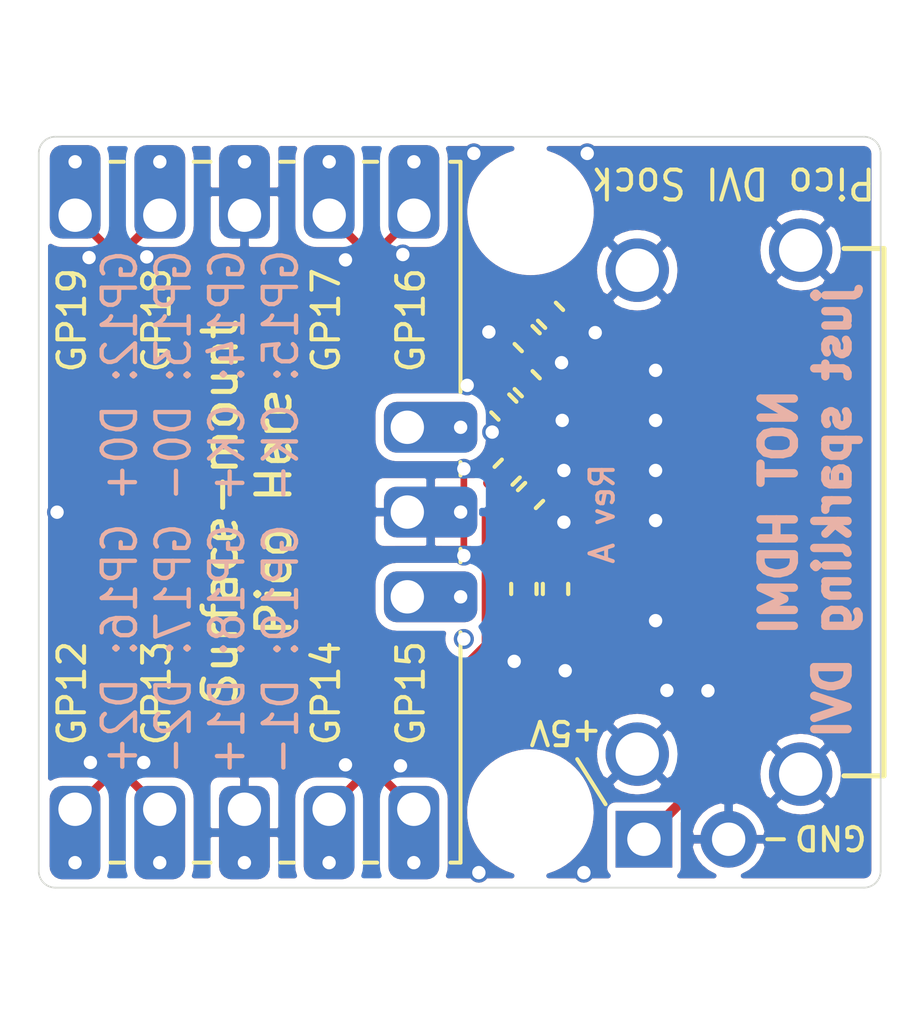
<source format=kicad_pcb>
(kicad_pcb (version 20171130) (host pcbnew "(5.1.9)-1")
  (layers (0 F.Cu signal) (31 B.Cu signal) (34 B.Paste user) (35 F.Paste user) (36 B.SilkS user) (37 F.SilkS user) (38 B.Mask user) (39 F.Mask user) (44 Edge.Cuts user))
  (net 0 "")
  (net 1 /PICO_CK-)
  (net 2 /PICO_CK+)
  (net 3 GND)
  (net 4 /PICO_D0-)
  (net 5 /PICO_D0+)
  (net 6 /PICO_D1-)
  (net 7 /PICO_D1+)
  (net 8 /PICO_D2-)
  (net 9 /PICO_D2+)
  (net 10 "Net-(J3-Pad3)")
  (net 11 "Net-(J3-Pad1)")
  (net 12 /D2+)
  (net 13 /D2-)
  (net 14 /D1+)
  (net 15 /D1-)
  (net 16 /D0+)
  (net 17 /D0-)
  (net 18 /CK+)
  (net 19 /CK-)
  (net 20 "Net-(J4-Pad13)")
  (net 21 "Net-(J4-Pad14)")
  (net 22 "Net-(J4-Pad15)")
  (net 23 "Net-(J4-Pad16)")
  (net 24 +5V)
  (net 25 "Net-(J4-Pad19)")
  (module dvi-sock:MH_Pico_M2 (layer F.Cu) (at 156.5 94)
    (fp_text reference REF** hide)
    (fp_text value MH_Pico_M2)
    (pad "" np_thru_hole circle (at 0 0) (size 2.1 2.1) (drill 2.1) (layers *.Cu *.Mask))
  )
  (module dvi-sock:MH_Pico_M2 (layer F.Cu) (at 156.5 76)
    (fp_text reference REF** hide)
    (fp_text value MH_Pico_M2)
    (pad "" np_thru_hole circle (at 0 0) (size 2.1 2.1) (drill 2.1) (layers *.Cu *.Mask))
  )
  (module dvi-sock:HDMI-SS-53000 (layer F.Cu) (at 159.69996 84.9994 270)
    (fp_text reference J4 hide)
    (fp_text value HDMI_A)
    (pad SH thru_hole circle (at -7.85 -4.9 270) (size 1.9 1.9) (drill 1.3) (layers *.Cu *.Mask) (net 3 GND))
    (pad SH thru_hole circle (at 7.85 -4.9 270) (size 1.9 1.9) (drill 1.3) (layers *.Cu *.Mask) (net 3 GND))
    (pad SH thru_hole circle (at -7.25 0 270) (size 1.9 1.9) (drill 1.3) (layers *.Cu *.Mask) (net 3 GND))
    (pad SH thru_hole circle (at 7.25 0 270) (size 1.9 1.9) (drill 1.3) (layers *.Cu *.Mask) (net 3 GND))
    (pad 19 smd rect (at 4.25 0.9 270) (size 0.3 1.9) (layers F.Cu F.Paste F.Mask) (net 25 "Net-(J4-Pad19)"))
    (pad 18 smd rect (at 3.75 0.9 270) (size 0.3 1.9) (layers F.Cu F.Paste F.Mask) (net 24 +5V))
    (pad 17 smd rect (at 3.25 0.9 270) (size 0.3 1.9) (layers F.Cu F.Paste F.Mask) (net 3 GND))
    (pad 16 smd rect (at 2.75 0.9 270) (size 0.3 1.9) (layers F.Cu F.Paste F.Mask) (net 23 "Net-(J4-Pad16)"))
    (pad 15 smd rect (at 2.25 0.9 270) (size 0.3 1.9) (layers F.Cu F.Paste F.Mask) (net 22 "Net-(J4-Pad15)"))
    (pad 14 smd rect (at 1.75 0.9 270) (size 0.3 1.9) (layers F.Cu F.Paste F.Mask) (net 21 "Net-(J4-Pad14)"))
    (pad 13 smd rect (at 1.25 0.9 270) (size 0.3 1.9) (layers F.Cu F.Paste F.Mask) (net 20 "Net-(J4-Pad13)"))
    (pad 12 smd rect (at 0.75 0.9 270) (size 0.3 1.9) (layers F.Cu F.Paste F.Mask) (net 19 /CK-))
    (pad 11 smd rect (at 0.25 0.9 270) (size 0.3 1.9) (layers F.Cu F.Paste F.Mask) (net 3 GND))
    (pad 10 smd rect (at -0.25 0.9 270) (size 0.3 1.9) (layers F.Cu F.Paste F.Mask) (net 18 /CK+))
    (pad 9 smd rect (at -0.75 0.9 270) (size 0.3 1.9) (layers F.Cu F.Paste F.Mask) (net 17 /D0-))
    (pad 8 smd rect (at -1.25 0.9 270) (size 0.3 1.9) (layers F.Cu F.Paste F.Mask) (net 3 GND))
    (pad 7 smd rect (at -1.75 0.9 270) (size 0.3 1.9) (layers F.Cu F.Paste F.Mask) (net 16 /D0+))
    (pad 6 smd rect (at -2.25 0.9 270) (size 0.3 1.9) (layers F.Cu F.Paste F.Mask) (net 15 /D1-))
    (pad 5 smd rect (at -2.75 0.9 270) (size 0.3 1.9) (layers F.Cu F.Paste F.Mask) (net 3 GND))
    (pad 4 smd rect (at -3.25 0.9 270) (size 0.3 1.9) (layers F.Cu F.Paste F.Mask) (net 14 /D1+))
    (pad 3 smd rect (at -3.75 0.9 270) (size 0.3 1.9) (layers F.Cu F.Paste F.Mask) (net 13 /D2-))
    (pad 2 smd rect (at -4.25 0.9 270) (size 0.3 1.9) (layers F.Cu F.Paste F.Mask) (net 3 GND))
    (pad 1 smd rect (at -4.75 0.9 270) (size 0.3 1.9) (layers F.Cu F.Paste F.Mask) (net 12 /D2+))
  )
  (module dvi-sock:PinHeader_1x02_P2.54mm_Vertical_nosilk (layer F.Cu) (at 159.90062 94.80042 90)
    (fp_text reference J5 hide)
    (fp_text value Conn_01x02)
    (pad 1 thru_hole rect (at 0 0 90) (size 1.7 1.7) (drill 1) (layers *.Cu *.Mask) (net 24 +5V))
    (pad 2 thru_hole oval (at 0 2.54 90) (size 1.7 1.7) (drill 1) (layers *.Cu *.Mask) (net 3 GND))
  )
  (module dvi-sock:castellated_2.54mm_smd_x5 (layer F.Cu) (at 147.91944 93.90126)
    (fp_text reference J1 hide)
    (fp_text value Conn_01x05)
    (pad 1 thru_hole roundrect (at -5.08 0) (size 1.524 2.8) (drill 1 (offset 0 0.7)) (layers *.Cu *.Mask) (net 5 /PICO_D0+))
    (pad 1 thru_hole circle (at -5.08 1.6) (size 0.6 0.6) (drill 0.4) (layers *.Cu *.Mask) (net 5 /PICO_D0+))
    (pad 2 thru_hole roundrect (at -2.54 0) (size 1.524 2.8) (drill 1 (offset 0 0.7)) (layers *.Cu *.Mask) (net 4 /PICO_D0-))
    (pad 2 thru_hole circle (at -2.54 1.6) (size 0.6 0.6) (drill 0.4) (layers *.Cu *.Mask) (net 4 /PICO_D0-))
    (pad 3 thru_hole circle (at 0 1.6) (size 0.6 0.6) (drill 0.4) (layers *.Cu *.Mask) (net 3 GND))
    (pad 3 thru_hole roundrect (at 0 0) (size 1.524 2.8) (drill 1 (offset 0 0.7)) (layers *.Cu *.Mask) (net 3 GND))
    (pad 4 thru_hole roundrect (at 2.54 0) (size 1.524 2.8) (drill 1 (offset 0 0.7)) (layers *.Cu *.Mask) (net 2 /PICO_CK+))
    (pad 4 thru_hole circle (at 2.54 1.6) (size 0.6 0.6) (drill 0.4) (layers *.Cu *.Mask) (net 2 /PICO_CK+))
    (pad 5 thru_hole roundrect (at 5.08 0) (size 1.524 2.8) (drill 1 (offset 0 0.7)) (layers *.Cu *.Mask) (net 1 /PICO_CK-))
    (pad 5 thru_hole circle (at 5.08 1.6) (size 0.6 0.6) (drill 0.4) (layers *.Cu *.Mask) (net 1 /PICO_CK-))
  )
  (module dvi-sock:castellated_2.54mm_smd_x3 (layer F.Cu) (at 152.80386 84.99602 90)
    (fp_text reference J3 hide)
    (fp_text value Conn_01x03)
    (pad 1 thru_hole circle (at -2.54 1.6 90) (size 0.6 0.6) (drill 0.4) (layers *.Cu *.Mask) (net 11 "Net-(J3-Pad1)"))
    (pad 1 thru_hole roundrect (at -2.54 0 90) (size 1.524 2.8) (drill 1 (offset 0 0.7)) (layers *.Cu *.Mask) (net 11 "Net-(J3-Pad1)"))
    (pad 2 thru_hole roundrect (at 0 0 90) (size 1.524 2.8) (drill 1 (offset 0 0.7)) (layers *.Cu *.Mask) (net 3 GND))
    (pad 2 thru_hole circle (at 0 1.6 90) (size 0.6 0.6) (drill 0.4) (layers *.Cu *.Mask) (net 3 GND))
    (pad 3 thru_hole roundrect (at 2.54 0 90) (size 1.524 2.8) (drill 1 (offset 0 0.7)) (layers *.Cu *.Mask) (net 10 "Net-(J3-Pad3)"))
    (pad 3 thru_hole circle (at 2.54 1.6 90) (size 0.6 0.6) (drill 0.4) (layers *.Cu *.Mask) (net 10 "Net-(J3-Pad3)"))
  )
  (module dvi-sock:castellated_2.54mm_smd_x5 (layer F.Cu) (at 147.92198 76.10094 180)
    (fp_text reference J2 hide)
    (fp_text value Conn_01x05)
    (pad 1 thru_hole roundrect (at -5.08 0 180) (size 1.524 2.8) (drill 1 (offset 0 0.7)) (layers *.Cu *.Mask) (net 9 /PICO_D2+))
    (pad 1 thru_hole circle (at -5.08 1.6 180) (size 0.6 0.6) (drill 0.4) (layers *.Cu *.Mask) (net 9 /PICO_D2+))
    (pad 2 thru_hole roundrect (at -2.54 0 180) (size 1.524 2.8) (drill 1 (offset 0 0.7)) (layers *.Cu *.Mask) (net 8 /PICO_D2-))
    (pad 2 thru_hole circle (at -2.54 1.6 180) (size 0.6 0.6) (drill 0.4) (layers *.Cu *.Mask) (net 8 /PICO_D2-))
    (pad 3 thru_hole circle (at 0 1.6 180) (size 0.6 0.6) (drill 0.4) (layers *.Cu *.Mask) (net 3 GND))
    (pad 3 thru_hole roundrect (at 0 0 180) (size 1.524 2.8) (drill 1 (offset 0 0.7)) (layers *.Cu *.Mask) (net 3 GND))
    (pad 4 thru_hole roundrect (at 2.54 0 180) (size 1.524 2.8) (drill 1 (offset 0 0.7)) (layers *.Cu *.Mask) (net 7 /PICO_D1+))
    (pad 4 thru_hole circle (at 2.54 1.6 180) (size 0.6 0.6) (drill 0.4) (layers *.Cu *.Mask) (net 7 /PICO_D1+))
    (pad 5 thru_hole roundrect (at 5.08 0 180) (size 1.524 2.8) (drill 1 (offset 0 0.7)) (layers *.Cu *.Mask) (net 6 /PICO_D1-))
    (pad 5 thru_hole circle (at 5.08 1.6 180) (size 0.6 0.6) (drill 0.4) (layers *.Cu *.Mask) (net 6 /PICO_D1-))
  )
  (module Resistor_SMD:R_0402_1005Metric (layer F.Cu) (at 157.24886 87.2998 90)
    (fp_text reference R8 hide)
    (fp_text value 270)
    (pad 2 smd roundrect (at 0.51 0 90) (size 0.54 0.64) (layers F.Cu F.Paste F.Mask) (net 19 /CK-))
    (pad 1 smd roundrect (at -0.51 0 90) (size 0.54 0.64) (layers F.Cu F.Paste F.Mask) (net 1 /PICO_CK-))
  )
  (module Resistor_SMD:R_0402_1005Metric (layer F.Cu) (at 156.2989 87.2998 90)
    (fp_text reference R7 hide)
    (fp_text value 270)
    (pad 2 smd roundrect (at 0.51 0 90) (size 0.54 0.64) (layers F.Cu F.Paste F.Mask) (net 18 /CK+))
    (pad 1 smd roundrect (at -0.51 0 90) (size 0.54 0.64) (layers F.Cu F.Paste F.Mask) (net 2 /PICO_CK+))
  )
  (module Resistor_SMD:R_0402_1005Metric (layer F.Cu) (at 157.099 79.10068 315)
    (fp_text reference R1 hide)
    (fp_text value 270)
    (pad 2 smd roundrect (at 0.51 0 315) (size 0.54 0.64) (layers F.Cu F.Paste F.Mask) (net 12 /D2+))
    (pad 1 smd roundrect (at -0.51 0 315) (size 0.54 0.64) (layers F.Cu F.Paste F.Mask) (net 9 /PICO_D2+))
  )
  (module Resistor_SMD:R_0402_1005Metric (layer F.Cu) (at 156.39796 79.79918 315)
    (fp_text reference R2 hide)
    (fp_text value 270)
    (pad 2 smd roundrect (at 0.51 0 315) (size 0.54 0.64) (layers F.Cu F.Paste F.Mask) (net 13 /D2-))
    (pad 1 smd roundrect (at -0.51 0 315) (size 0.54 0.64) (layers F.Cu F.Paste F.Mask) (net 8 /PICO_D2-))
  )
  (module Resistor_SMD:R_0402_1005Metric (layer F.Cu) (at 155.69946 81.84896 315)
    (fp_text reference R4 hide)
    (fp_text value 270)
    (pad 2 smd roundrect (at 0.51 0 315) (size 0.54 0.64) (layers F.Cu F.Paste F.Mask) (net 15 /D1-))
    (pad 1 smd roundrect (at -0.51 0 315) (size 0.54 0.64) (layers F.Cu F.Paste F.Mask) (net 6 /PICO_D1-))
  )
  (module Resistor_SMD:R_0402_1005Metric (layer F.Cu) (at 156.4005 81.15046 315)
    (fp_text reference R3 hide)
    (fp_text value 270)
    (pad 2 smd roundrect (at 0.51 0 315) (size 0.54 0.64) (layers F.Cu F.Paste F.Mask) (net 14 /D1+))
    (pad 1 smd roundrect (at -0.51 0 315) (size 0.54 0.64) (layers F.Cu F.Paste F.Mask) (net 7 /PICO_D1+))
  )
  (module Resistor_SMD:R_0402_1005Metric (layer F.Cu) (at 156.49956 84.50072 45)
    (fp_text reference R6 hide)
    (fp_text value 270)
    (pad 2 smd roundrect (at 0.51 0 45) (size 0.54 0.64) (layers F.Cu F.Paste F.Mask) (net 17 /D0-))
    (pad 1 smd roundrect (at -0.51 0 45) (size 0.54 0.64) (layers F.Cu F.Paste F.Mask) (net 4 /PICO_D0-))
  )
  (module Resistor_SMD:R_0402_1005Metric (layer F.Cu) (at 155.79852 83.80222 45)
    (fp_text reference R5 hide)
    (fp_text value 270)
    (pad 1 smd roundrect (at -0.51 0 45) (size 0.54 0.64) (layers F.Cu F.Paste F.Mask) (net 5 /PICO_D0+))
    (pad 2 smd roundrect (at 0.51 0 45) (size 0.54 0.64) (layers F.Cu F.Paste F.Mask) (net 16 /D0+))
  )
  (gr_line (start 164.39738 81.59524) (end 163.39738 81.59524) (layer B.SilkS) (width 0.25))
  (gr_line (start 163.39738 81.59524) (end 164.39738 82.16667) (layer B.SilkS) (width 0.25))
  (gr_line (start 164.39738 82.16667) (end 163.39738 82.16667) (layer B.SilkS) (width 0.25))
  (gr_line (start 163.39738 82.83333) (end 163.39738 83.02381) (layer B.SilkS) (width 0.25))
  (gr_line (start 163.39738 83.02381) (end 163.445 83.11905) (layer B.SilkS) (width 0.25))
  (gr_line (start 163.445 83.11905) (end 163.54024 83.21429) (layer B.SilkS) (width 0.25))
  (gr_line (start 163.54024 83.21429) (end 163.73071 83.2619) (layer B.SilkS) (width 0.25))
  (gr_line (start 163.73071 83.2619) (end 164.06405 83.2619) (layer B.SilkS) (width 0.25))
  (gr_line (start 164.06405 83.2619) (end 164.25452 83.21429) (layer B.SilkS) (width 0.25))
  (gr_line (start 164.25452 83.21429) (end 164.34976 83.11905) (layer B.SilkS) (width 0.25))
  (gr_line (start 164.34976 83.11905) (end 164.39738 83.02381) (layer B.SilkS) (width 0.25))
  (gr_line (start 164.39738 83.02381) (end 164.39738 82.83333) (layer B.SilkS) (width 0.25))
  (gr_line (start 164.39738 82.83333) (end 164.34976 82.7381) (layer B.SilkS) (width 0.25))
  (gr_line (start 164.34976 82.7381) (end 164.25452 82.64286) (layer B.SilkS) (width 0.25))
  (gr_line (start 164.25452 82.64286) (end 164.06405 82.59524) (layer B.SilkS) (width 0.25))
  (gr_line (start 164.06405 82.59524) (end 163.73071 82.59524) (layer B.SilkS) (width 0.25))
  (gr_line (start 163.73071 82.59524) (end 163.54024 82.64286) (layer B.SilkS) (width 0.25))
  (gr_line (start 163.54024 82.64286) (end 163.445 82.7381) (layer B.SilkS) (width 0.25))
  (gr_line (start 163.445 82.7381) (end 163.39738 82.83333) (layer B.SilkS) (width 0.25))
  (gr_line (start 163.39738 83.54762) (end 163.39738 84.11905) (layer B.SilkS) (width 0.25))
  (gr_line (start 164.39738 83.83333) (end 163.39738 83.83333) (layer B.SilkS) (width 0.25))
  (gr_line (start 164.39738 85.21429) (end 163.39738 85.21429) (layer B.SilkS) (width 0.25))
  (gr_line (start 163.87357 85.21429) (end 163.87357 85.78571) (layer B.SilkS) (width 0.25))
  (gr_line (start 164.39738 85.78571) (end 163.39738 85.78571) (layer B.SilkS) (width 0.25))
  (gr_line (start 164.39738 86.2619) (end 163.39738 86.2619) (layer B.SilkS) (width 0.25))
  (gr_line (start 163.39738 86.2619) (end 163.39738 86.5) (layer B.SilkS) (width 0.25))
  (gr_line (start 163.39738 86.5) (end 163.445 86.64286) (layer B.SilkS) (width 0.25))
  (gr_line (start 163.445 86.64286) (end 163.54024 86.7381) (layer B.SilkS) (width 0.25))
  (gr_line (start 163.54024 86.7381) (end 163.63548 86.78571) (layer B.SilkS) (width 0.25))
  (gr_line (start 163.63548 86.78571) (end 163.82595 86.83333) (layer B.SilkS) (width 0.25))
  (gr_line (start 163.82595 86.83333) (end 163.96881 86.83333) (layer B.SilkS) (width 0.25))
  (gr_line (start 163.96881 86.83333) (end 164.15929 86.78571) (layer B.SilkS) (width 0.25))
  (gr_line (start 164.15929 86.78571) (end 164.25452 86.7381) (layer B.SilkS) (width 0.25))
  (gr_line (start 164.25452 86.7381) (end 164.34976 86.64286) (layer B.SilkS) (width 0.25))
  (gr_line (start 164.34976 86.64286) (end 164.39738 86.5) (layer B.SilkS) (width 0.25))
  (gr_line (start 164.39738 86.5) (end 164.39738 86.2619) (layer B.SilkS) (width 0.25))
  (gr_line (start 164.39738 87.2619) (end 163.39738 87.2619) (layer B.SilkS) (width 0.25))
  (gr_line (start 163.39738 87.2619) (end 164.11167 87.59524) (layer B.SilkS) (width 0.25))
  (gr_line (start 164.11167 87.59524) (end 163.39738 87.92857) (layer B.SilkS) (width 0.25))
  (gr_line (start 163.39738 87.92857) (end 164.39738 87.92857) (layer B.SilkS) (width 0.25))
  (gr_line (start 164.39738 88.40476) (end 163.39738 88.40476) (layer B.SilkS) (width 0.25))
  (gr_line (start 165.34071 78.5) (end 166.19786 78.5) (layer B.SilkS) (width 0.25))
  (gr_line (start 166.19786 78.5) (end 166.2931 78.45238) (layer B.SilkS) (width 0.25))
  (gr_line (start 166.2931 78.45238) (end 166.34071 78.35714) (layer B.SilkS) (width 0.25))
  (gr_line (start 166.34071 78.35714) (end 166.34071 78.30952) (layer B.SilkS) (width 0.25))
  (gr_line (start 165.00738 78.5) (end 165.055 78.45238) (layer B.SilkS) (width 0.25))
  (gr_line (start 165.055 78.45238) (end 165.10262 78.5) (layer B.SilkS) (width 0.25))
  (gr_line (start 165.10262 78.5) (end 165.055 78.54762) (layer B.SilkS) (width 0.25))
  (gr_line (start 165.055 78.54762) (end 165.00738 78.5) (layer B.SilkS) (width 0.25))
  (gr_line (start 165.00738 78.5) (end 165.10262 78.5) (layer B.SilkS) (width 0.25))
  (gr_line (start 165.34071 79.40476) (end 166.00738 79.40476) (layer B.SilkS) (width 0.25))
  (gr_line (start 165.34071 78.97619) (end 165.86452 78.97619) (layer B.SilkS) (width 0.25))
  (gr_line (start 165.86452 78.97619) (end 165.95976 79.02381) (layer B.SilkS) (width 0.25))
  (gr_line (start 165.95976 79.02381) (end 166.00738 79.11905) (layer B.SilkS) (width 0.25))
  (gr_line (start 166.00738 79.11905) (end 166.00738 79.2619) (layer B.SilkS) (width 0.25))
  (gr_line (start 166.00738 79.2619) (end 165.95976 79.35714) (layer B.SilkS) (width 0.25))
  (gr_line (start 165.95976 79.35714) (end 165.91214 79.40476) (layer B.SilkS) (width 0.25))
  (gr_line (start 165.95976 79.83333) (end 166.00738 79.92857) (layer B.SilkS) (width 0.25))
  (gr_line (start 166.00738 79.92857) (end 166.00738 80.11905) (layer B.SilkS) (width 0.25))
  (gr_line (start 166.00738 80.11905) (end 165.95976 80.21429) (layer B.SilkS) (width 0.25))
  (gr_line (start 165.95976 80.21429) (end 165.86452 80.2619) (layer B.SilkS) (width 0.25))
  (gr_line (start 165.86452 80.2619) (end 165.8169 80.2619) (layer B.SilkS) (width 0.25))
  (gr_line (start 165.8169 80.2619) (end 165.72167 80.21429) (layer B.SilkS) (width 0.25))
  (gr_line (start 165.72167 80.21429) (end 165.67405 80.11905) (layer B.SilkS) (width 0.25))
  (gr_line (start 165.67405 80.11905) (end 165.67405 79.97619) (layer B.SilkS) (width 0.25))
  (gr_line (start 165.67405 79.97619) (end 165.62643 79.88095) (layer B.SilkS) (width 0.25))
  (gr_line (start 165.62643 79.88095) (end 165.53119 79.83333) (layer B.SilkS) (width 0.25))
  (gr_line (start 165.53119 79.83333) (end 165.48357 79.83333) (layer B.SilkS) (width 0.25))
  (gr_line (start 165.48357 79.83333) (end 165.38833 79.88095) (layer B.SilkS) (width 0.25))
  (gr_line (start 165.38833 79.88095) (end 165.34071 79.97619) (layer B.SilkS) (width 0.25))
  (gr_line (start 165.34071 79.97619) (end 165.34071 80.11905) (layer B.SilkS) (width 0.25))
  (gr_line (start 165.34071 80.11905) (end 165.38833 80.21429) (layer B.SilkS) (width 0.25))
  (gr_line (start 165.34071 80.54762) (end 165.34071 80.92857) (layer B.SilkS) (width 0.25))
  (gr_line (start 165.00738 80.69048) (end 165.86452 80.69048) (layer B.SilkS) (width 0.25))
  (gr_line (start 165.86452 80.69048) (end 165.95976 80.7381) (layer B.SilkS) (width 0.25))
  (gr_line (start 165.95976 80.7381) (end 166.00738 80.83333) (layer B.SilkS) (width 0.25))
  (gr_line (start 166.00738 80.83333) (end 166.00738 80.92857) (layer B.SilkS) (width 0.25))
  (gr_line (start 165.95976 81.97619) (end 166.00738 82.07143) (layer B.SilkS) (width 0.25))
  (gr_line (start 166.00738 82.07143) (end 166.00738 82.2619) (layer B.SilkS) (width 0.25))
  (gr_line (start 166.00738 82.2619) (end 165.95976 82.35714) (layer B.SilkS) (width 0.25))
  (gr_line (start 165.95976 82.35714) (end 165.86452 82.40476) (layer B.SilkS) (width 0.25))
  (gr_line (start 165.86452 82.40476) (end 165.8169 82.40476) (layer B.SilkS) (width 0.25))
  (gr_line (start 165.8169 82.40476) (end 165.72167 82.35714) (layer B.SilkS) (width 0.25))
  (gr_line (start 165.72167 82.35714) (end 165.67405 82.2619) (layer B.SilkS) (width 0.25))
  (gr_line (start 165.67405 82.2619) (end 165.67405 82.11905) (layer B.SilkS) (width 0.25))
  (gr_line (start 165.67405 82.11905) (end 165.62643 82.02381) (layer B.SilkS) (width 0.25))
  (gr_line (start 165.62643 82.02381) (end 165.53119 81.97619) (layer B.SilkS) (width 0.25))
  (gr_line (start 165.53119 81.97619) (end 165.48357 81.97619) (layer B.SilkS) (width 0.25))
  (gr_line (start 165.48357 81.97619) (end 165.38833 82.02381) (layer B.SilkS) (width 0.25))
  (gr_line (start 165.38833 82.02381) (end 165.34071 82.11905) (layer B.SilkS) (width 0.25))
  (gr_line (start 165.34071 82.11905) (end 165.34071 82.2619) (layer B.SilkS) (width 0.25))
  (gr_line (start 165.34071 82.2619) (end 165.38833 82.35714) (layer B.SilkS) (width 0.25))
  (gr_line (start 165.34071 82.83333) (end 166.34071 82.83333) (layer B.SilkS) (width 0.25))
  (gr_line (start 165.38833 82.83333) (end 165.34071 82.92857) (layer B.SilkS) (width 0.25))
  (gr_line (start 165.34071 82.92857) (end 165.34071 83.11905) (layer B.SilkS) (width 0.25))
  (gr_line (start 165.34071 83.11905) (end 165.38833 83.21429) (layer B.SilkS) (width 0.25))
  (gr_line (start 165.38833 83.21429) (end 165.43595 83.2619) (layer B.SilkS) (width 0.25))
  (gr_line (start 165.43595 83.2619) (end 165.53119 83.30952) (layer B.SilkS) (width 0.25))
  (gr_line (start 165.53119 83.30952) (end 165.8169 83.30952) (layer B.SilkS) (width 0.25))
  (gr_line (start 165.8169 83.30952) (end 165.91214 83.2619) (layer B.SilkS) (width 0.25))
  (gr_line (start 165.91214 83.2619) (end 165.95976 83.21429) (layer B.SilkS) (width 0.25))
  (gr_line (start 165.95976 83.21429) (end 166.00738 83.11905) (layer B.SilkS) (width 0.25))
  (gr_line (start 166.00738 83.11905) (end 166.00738 82.92857) (layer B.SilkS) (width 0.25))
  (gr_line (start 166.00738 82.92857) (end 165.95976 82.83333) (layer B.SilkS) (width 0.25))
  (gr_line (start 166.00738 84.16667) (end 165.48357 84.16667) (layer B.SilkS) (width 0.25))
  (gr_line (start 165.48357 84.16667) (end 165.38833 84.11905) (layer B.SilkS) (width 0.25))
  (gr_line (start 165.38833 84.11905) (end 165.34071 84.02381) (layer B.SilkS) (width 0.25))
  (gr_line (start 165.34071 84.02381) (end 165.34071 83.83333) (layer B.SilkS) (width 0.25))
  (gr_line (start 165.34071 83.83333) (end 165.38833 83.7381) (layer B.SilkS) (width 0.25))
  (gr_line (start 165.95976 84.16667) (end 166.00738 84.07143) (layer B.SilkS) (width 0.25))
  (gr_line (start 166.00738 84.07143) (end 166.00738 83.83333) (layer B.SilkS) (width 0.25))
  (gr_line (start 166.00738 83.83333) (end 165.95976 83.7381) (layer B.SilkS) (width 0.25))
  (gr_line (start 165.95976 83.7381) (end 165.86452 83.69048) (layer B.SilkS) (width 0.25))
  (gr_line (start 165.86452 83.69048) (end 165.76929 83.69048) (layer B.SilkS) (width 0.25))
  (gr_line (start 165.76929 83.69048) (end 165.67405 83.7381) (layer B.SilkS) (width 0.25))
  (gr_line (start 165.67405 83.7381) (end 165.62643 83.83333) (layer B.SilkS) (width 0.25))
  (gr_line (start 165.62643 83.83333) (end 165.62643 84.07143) (layer B.SilkS) (width 0.25))
  (gr_line (start 165.62643 84.07143) (end 165.57881 84.16667) (layer B.SilkS) (width 0.25))
  (gr_line (start 166.00738 84.64286) (end 165.34071 84.64286) (layer B.SilkS) (width 0.25))
  (gr_line (start 165.53119 84.64286) (end 165.43595 84.69048) (layer B.SilkS) (width 0.25))
  (gr_line (start 165.43595 84.69048) (end 165.38833 84.7381) (layer B.SilkS) (width 0.25))
  (gr_line (start 165.38833 84.7381) (end 165.34071 84.83333) (layer B.SilkS) (width 0.25))
  (gr_line (start 165.34071 84.83333) (end 165.34071 84.92857) (layer B.SilkS) (width 0.25))
  (gr_line (start 166.00738 85.2619) (end 165.00738 85.2619) (layer B.SilkS) (width 0.25))
  (gr_line (start 165.62643 85.35714) (end 166.00738 85.64286) (layer B.SilkS) (width 0.25))
  (gr_line (start 165.34071 85.64286) (end 165.72167 85.2619) (layer B.SilkS) (width 0.25))
  (gr_line (start 166.00738 86.21429) (end 165.95976 86.11905) (layer B.SilkS) (width 0.25))
  (gr_line (start 165.95976 86.11905) (end 165.86452 86.07143) (layer B.SilkS) (width 0.25))
  (gr_line (start 165.86452 86.07143) (end 165.00738 86.07143) (layer B.SilkS) (width 0.25))
  (gr_line (start 166.00738 86.59524) (end 165.34071 86.59524) (layer B.SilkS) (width 0.25))
  (gr_line (start 165.00738 86.59524) (end 165.055 86.54762) (layer B.SilkS) (width 0.25))
  (gr_line (start 165.055 86.54762) (end 165.10262 86.59524) (layer B.SilkS) (width 0.25))
  (gr_line (start 165.10262 86.59524) (end 165.055 86.64286) (layer B.SilkS) (width 0.25))
  (gr_line (start 165.055 86.64286) (end 165.00738 86.59524) (layer B.SilkS) (width 0.25))
  (gr_line (start 165.00738 86.59524) (end 165.10262 86.59524) (layer B.SilkS) (width 0.25))
  (gr_line (start 165.34071 87.07143) (end 166.00738 87.07143) (layer B.SilkS) (width 0.25))
  (gr_line (start 165.43595 87.07143) (end 165.38833 87.11905) (layer B.SilkS) (width 0.25))
  (gr_line (start 165.38833 87.11905) (end 165.34071 87.21429) (layer B.SilkS) (width 0.25))
  (gr_line (start 165.34071 87.21429) (end 165.34071 87.35714) (layer B.SilkS) (width 0.25))
  (gr_line (start 165.34071 87.35714) (end 165.38833 87.45238) (layer B.SilkS) (width 0.25))
  (gr_line (start 165.38833 87.45238) (end 165.48357 87.5) (layer B.SilkS) (width 0.25))
  (gr_line (start 165.48357 87.5) (end 166.00738 87.5) (layer B.SilkS) (width 0.25))
  (gr_line (start 165.34071 88.40476) (end 166.15024 88.40476) (layer B.SilkS) (width 0.25))
  (gr_line (start 166.15024 88.40476) (end 166.24548 88.35714) (layer B.SilkS) (width 0.25))
  (gr_line (start 166.24548 88.35714) (end 166.2931 88.30952) (layer B.SilkS) (width 0.25))
  (gr_line (start 166.2931 88.30952) (end 166.34071 88.21429) (layer B.SilkS) (width 0.25))
  (gr_line (start 166.34071 88.21429) (end 166.34071 88.07143) (layer B.SilkS) (width 0.25))
  (gr_line (start 166.34071 88.07143) (end 166.2931 87.97619) (layer B.SilkS) (width 0.25))
  (gr_line (start 165.95976 88.40476) (end 166.00738 88.30952) (layer B.SilkS) (width 0.25))
  (gr_line (start 166.00738 88.30952) (end 166.00738 88.11905) (layer B.SilkS) (width 0.25))
  (gr_line (start 166.00738 88.11905) (end 165.95976 88.02381) (layer B.SilkS) (width 0.25))
  (gr_line (start 165.95976 88.02381) (end 165.91214 87.97619) (layer B.SilkS) (width 0.25))
  (gr_line (start 165.91214 87.97619) (end 165.8169 87.92857) (layer B.SilkS) (width 0.25))
  (gr_line (start 165.8169 87.92857) (end 165.53119 87.92857) (layer B.SilkS) (width 0.25))
  (gr_line (start 165.53119 87.92857) (end 165.43595 87.97619) (layer B.SilkS) (width 0.25))
  (gr_line (start 165.43595 87.97619) (end 165.38833 88.02381) (layer B.SilkS) (width 0.25))
  (gr_line (start 165.38833 88.02381) (end 165.34071 88.11905) (layer B.SilkS) (width 0.25))
  (gr_line (start 165.34071 88.11905) (end 165.34071 88.30952) (layer B.SilkS) (width 0.25))
  (gr_line (start 165.34071 88.30952) (end 165.38833 88.40476) (layer B.SilkS) (width 0.25))
  (gr_line (start 166.00738 89.64286) (end 165.00738 89.64286) (layer B.SilkS) (width 0.25))
  (gr_line (start 165.00738 89.64286) (end 165.00738 89.88095) (layer B.SilkS) (width 0.25))
  (gr_line (start 165.00738 89.88095) (end 165.055 90.02381) (layer B.SilkS) (width 0.25))
  (gr_line (start 165.055 90.02381) (end 165.15024 90.11905) (layer B.SilkS) (width 0.25))
  (gr_line (start 165.15024 90.11905) (end 165.24548 90.16667) (layer B.SilkS) (width 0.25))
  (gr_line (start 165.24548 90.16667) (end 165.43595 90.21429) (layer B.SilkS) (width 0.25))
  (gr_line (start 165.43595 90.21429) (end 165.57881 90.21429) (layer B.SilkS) (width 0.25))
  (gr_line (start 165.57881 90.21429) (end 165.76929 90.16667) (layer B.SilkS) (width 0.25))
  (gr_line (start 165.76929 90.16667) (end 165.86452 90.11905) (layer B.SilkS) (width 0.25))
  (gr_line (start 165.86452 90.11905) (end 165.95976 90.02381) (layer B.SilkS) (width 0.25))
  (gr_line (start 165.95976 90.02381) (end 166.00738 89.88095) (layer B.SilkS) (width 0.25))
  (gr_line (start 166.00738 89.88095) (end 166.00738 89.64286) (layer B.SilkS) (width 0.25))
  (gr_line (start 165.00738 90.5) (end 166.00738 90.83333) (layer B.SilkS) (width 0.25))
  (gr_line (start 166.00738 90.83333) (end 165.00738 91.16667) (layer B.SilkS) (width 0.25))
  (gr_line (start 166.00738 91.5) (end 165.00738 91.5) (layer B.SilkS) (width 0.25))
  (gr_line (start 143.685 77.84286) (end 143.63738 77.75714) (layer B.SilkS) (width 0.13))
  (gr_line (start 143.63738 77.75714) (end 143.63738 77.62857) (layer B.SilkS) (width 0.13))
  (gr_line (start 143.63738 77.62857) (end 143.685 77.5) (layer B.SilkS) (width 0.13))
  (gr_line (start 143.685 77.5) (end 143.78024 77.41429) (layer B.SilkS) (width 0.13))
  (gr_line (start 143.78024 77.41429) (end 143.87548 77.37143) (layer B.SilkS) (width 0.13))
  (gr_line (start 143.87548 77.37143) (end 144.06595 77.32857) (layer B.SilkS) (width 0.13))
  (gr_line (start 144.06595 77.32857) (end 144.20881 77.32857) (layer B.SilkS) (width 0.13))
  (gr_line (start 144.20881 77.32857) (end 144.39929 77.37143) (layer B.SilkS) (width 0.13))
  (gr_line (start 144.39929 77.37143) (end 144.49452 77.41429) (layer B.SilkS) (width 0.13))
  (gr_line (start 144.49452 77.41429) (end 144.58976 77.5) (layer B.SilkS) (width 0.13))
  (gr_line (start 144.58976 77.5) (end 144.63738 77.62857) (layer B.SilkS) (width 0.13))
  (gr_line (start 144.63738 77.62857) (end 144.63738 77.71429) (layer B.SilkS) (width 0.13))
  (gr_line (start 144.63738 77.71429) (end 144.58976 77.84286) (layer B.SilkS) (width 0.13))
  (gr_line (start 144.58976 77.84286) (end 144.54214 77.88571) (layer B.SilkS) (width 0.13))
  (gr_line (start 144.54214 77.88571) (end 144.20881 77.88571) (layer B.SilkS) (width 0.13))
  (gr_line (start 144.20881 77.88571) (end 144.20881 77.71429) (layer B.SilkS) (width 0.13))
  (gr_line (start 144.63738 78.27143) (end 143.63738 78.27143) (layer B.SilkS) (width 0.13))
  (gr_line (start 143.63738 78.27143) (end 143.63738 78.61429) (layer B.SilkS) (width 0.13))
  (gr_line (start 143.63738 78.61429) (end 143.685 78.7) (layer B.SilkS) (width 0.13))
  (gr_line (start 143.685 78.7) (end 143.73262 78.74286) (layer B.SilkS) (width 0.13))
  (gr_line (start 143.73262 78.74286) (end 143.82786 78.78571) (layer B.SilkS) (width 0.13))
  (gr_line (start 143.82786 78.78571) (end 143.97071 78.78571) (layer B.SilkS) (width 0.13))
  (gr_line (start 143.97071 78.78571) (end 144.06595 78.74286) (layer B.SilkS) (width 0.13))
  (gr_line (start 144.06595 78.74286) (end 144.11357 78.7) (layer B.SilkS) (width 0.13))
  (gr_line (start 144.11357 78.7) (end 144.16119 78.61429) (layer B.SilkS) (width 0.13))
  (gr_line (start 144.16119 78.61429) (end 144.16119 78.27143) (layer B.SilkS) (width 0.13))
  (gr_line (start 144.63738 79.64286) (end 144.63738 79.12857) (layer B.SilkS) (width 0.13))
  (gr_line (start 144.63738 79.38571) (end 143.63738 79.38571) (layer B.SilkS) (width 0.13))
  (gr_line (start 143.63738 79.38571) (end 143.78024 79.3) (layer B.SilkS) (width 0.13))
  (gr_line (start 143.78024 79.3) (end 143.87548 79.21429) (layer B.SilkS) (width 0.13))
  (gr_line (start 143.87548 79.21429) (end 143.9231 79.12857) (layer B.SilkS) (width 0.13))
  (gr_line (start 143.73262 79.98571) (end 143.685 80.02857) (layer B.SilkS) (width 0.13))
  (gr_line (start 143.685 80.02857) (end 143.63738 80.11429) (layer B.SilkS) (width 0.13))
  (gr_line (start 143.63738 80.11429) (end 143.63738 80.32857) (layer B.SilkS) (width 0.13))
  (gr_line (start 143.63738 80.32857) (end 143.685 80.41429) (layer B.SilkS) (width 0.13))
  (gr_line (start 143.685 80.41429) (end 143.73262 80.45714) (layer B.SilkS) (width 0.13))
  (gr_line (start 143.73262 80.45714) (end 143.82786 80.5) (layer B.SilkS) (width 0.13))
  (gr_line (start 143.82786 80.5) (end 143.9231 80.5) (layer B.SilkS) (width 0.13))
  (gr_line (start 143.9231 80.5) (end 144.06595 80.45714) (layer B.SilkS) (width 0.13))
  (gr_line (start 144.06595 80.45714) (end 144.63738 79.94286) (layer B.SilkS) (width 0.13))
  (gr_line (start 144.63738 79.94286) (end 144.63738 80.5) (layer B.SilkS) (width 0.13))
  (gr_line (start 144.54214 80.88571) (end 144.58976 80.92857) (layer B.SilkS) (width 0.13))
  (gr_line (start 144.58976 80.92857) (end 144.63738 80.88571) (layer B.SilkS) (width 0.13))
  (gr_line (start 144.63738 80.88571) (end 144.58976 80.84286) (layer B.SilkS) (width 0.13))
  (gr_line (start 144.58976 80.84286) (end 144.54214 80.88571) (layer B.SilkS) (width 0.13))
  (gr_line (start 144.54214 80.88571) (end 144.63738 80.88571) (layer B.SilkS) (width 0.13))
  (gr_line (start 144.01833 80.88571) (end 144.06595 80.92857) (layer B.SilkS) (width 0.13))
  (gr_line (start 144.06595 80.92857) (end 144.11357 80.88571) (layer B.SilkS) (width 0.13))
  (gr_line (start 144.11357 80.88571) (end 144.06595 80.84286) (layer B.SilkS) (width 0.13))
  (gr_line (start 144.06595 80.84286) (end 144.01833 80.88571) (layer B.SilkS) (width 0.13))
  (gr_line (start 144.01833 80.88571) (end 144.11357 80.88571) (layer B.SilkS) (width 0.13))
  (gr_line (start 144.63738 82) (end 143.63738 82) (layer B.SilkS) (width 0.13))
  (gr_line (start 143.63738 82) (end 143.63738 82.21429) (layer B.SilkS) (width 0.13))
  (gr_line (start 143.63738 82.21429) (end 143.685 82.34286) (layer B.SilkS) (width 0.13))
  (gr_line (start 143.685 82.34286) (end 143.78024 82.42857) (layer B.SilkS) (width 0.13))
  (gr_line (start 143.78024 82.42857) (end 143.87548 82.47143) (layer B.SilkS) (width 0.13))
  (gr_line (start 143.87548 82.47143) (end 144.06595 82.51429) (layer B.SilkS) (width 0.13))
  (gr_line (start 144.06595 82.51429) (end 144.20881 82.51429) (layer B.SilkS) (width 0.13))
  (gr_line (start 144.20881 82.51429) (end 144.39929 82.47143) (layer B.SilkS) (width 0.13))
  (gr_line (start 144.39929 82.47143) (end 144.49452 82.42857) (layer B.SilkS) (width 0.13))
  (gr_line (start 144.49452 82.42857) (end 144.58976 82.34286) (layer B.SilkS) (width 0.13))
  (gr_line (start 144.58976 82.34286) (end 144.63738 82.21429) (layer B.SilkS) (width 0.13))
  (gr_line (start 144.63738 82.21429) (end 144.63738 82) (layer B.SilkS) (width 0.13))
  (gr_line (start 143.63738 83.07143) (end 143.63738 83.15714) (layer B.SilkS) (width 0.13))
  (gr_line (start 143.63738 83.15714) (end 143.685 83.24286) (layer B.SilkS) (width 0.13))
  (gr_line (start 143.685 83.24286) (end 143.73262 83.28571) (layer B.SilkS) (width 0.13))
  (gr_line (start 143.73262 83.28571) (end 143.82786 83.32857) (layer B.SilkS) (width 0.13))
  (gr_line (start 143.82786 83.32857) (end 144.01833 83.37143) (layer B.SilkS) (width 0.13))
  (gr_line (start 144.01833 83.37143) (end 144.25643 83.37143) (layer B.SilkS) (width 0.13))
  (gr_line (start 144.25643 83.37143) (end 144.4469 83.32857) (layer B.SilkS) (width 0.13))
  (gr_line (start 144.4469 83.32857) (end 144.54214 83.28571) (layer B.SilkS) (width 0.13))
  (gr_line (start 144.54214 83.28571) (end 144.58976 83.24286) (layer B.SilkS) (width 0.13))
  (gr_line (start 144.58976 83.24286) (end 144.63738 83.15714) (layer B.SilkS) (width 0.13))
  (gr_line (start 144.63738 83.15714) (end 144.63738 83.07143) (layer B.SilkS) (width 0.13))
  (gr_line (start 144.63738 83.07143) (end 144.58976 82.98571) (layer B.SilkS) (width 0.13))
  (gr_line (start 144.58976 82.98571) (end 144.54214 82.94286) (layer B.SilkS) (width 0.13))
  (gr_line (start 144.54214 82.94286) (end 144.4469 82.9) (layer B.SilkS) (width 0.13))
  (gr_line (start 144.4469 82.9) (end 144.25643 82.85714) (layer B.SilkS) (width 0.13))
  (gr_line (start 144.25643 82.85714) (end 144.01833 82.85714) (layer B.SilkS) (width 0.13))
  (gr_line (start 144.01833 82.85714) (end 143.82786 82.9) (layer B.SilkS) (width 0.13))
  (gr_line (start 143.82786 82.9) (end 143.73262 82.94286) (layer B.SilkS) (width 0.13))
  (gr_line (start 143.73262 82.94286) (end 143.685 82.98571) (layer B.SilkS) (width 0.13))
  (gr_line (start 143.685 82.98571) (end 143.63738 83.07143) (layer B.SilkS) (width 0.13))
  (gr_line (start 144.25643 83.75714) (end 144.25643 84.44286) (layer B.SilkS) (width 0.13))
  (gr_line (start 144.63738 84.1) (end 143.87548 84.1) (layer B.SilkS) (width 0.13))
  (gr_line (start 143.685 86.02857) (end 143.63738 85.94286) (layer B.SilkS) (width 0.13))
  (gr_line (start 143.63738 85.94286) (end 143.63738 85.81429) (layer B.SilkS) (width 0.13))
  (gr_line (start 143.63738 85.81429) (end 143.685 85.68571) (layer B.SilkS) (width 0.13))
  (gr_line (start 143.685 85.68571) (end 143.78024 85.6) (layer B.SilkS) (width 0.13))
  (gr_line (start 143.78024 85.6) (end 143.87548 85.55714) (layer B.SilkS) (width 0.13))
  (gr_line (start 143.87548 85.55714) (end 144.06595 85.51429) (layer B.SilkS) (width 0.13))
  (gr_line (start 144.06595 85.51429) (end 144.20881 85.51429) (layer B.SilkS) (width 0.13))
  (gr_line (start 144.20881 85.51429) (end 144.39929 85.55714) (layer B.SilkS) (width 0.13))
  (gr_line (start 144.39929 85.55714) (end 144.49452 85.6) (layer B.SilkS) (width 0.13))
  (gr_line (start 144.49452 85.6) (end 144.58976 85.68571) (layer B.SilkS) (width 0.13))
  (gr_line (start 144.58976 85.68571) (end 144.63738 85.81429) (layer B.SilkS) (width 0.13))
  (gr_line (start 144.63738 85.81429) (end 144.63738 85.9) (layer B.SilkS) (width 0.13))
  (gr_line (start 144.63738 85.9) (end 144.58976 86.02857) (layer B.SilkS) (width 0.13))
  (gr_line (start 144.58976 86.02857) (end 144.54214 86.07143) (layer B.SilkS) (width 0.13))
  (gr_line (start 144.54214 86.07143) (end 144.20881 86.07143) (layer B.SilkS) (width 0.13))
  (gr_line (start 144.20881 86.07143) (end 144.20881 85.9) (layer B.SilkS) (width 0.13))
  (gr_line (start 144.63738 86.45714) (end 143.63738 86.45714) (layer B.SilkS) (width 0.13))
  (gr_line (start 143.63738 86.45714) (end 143.63738 86.8) (layer B.SilkS) (width 0.13))
  (gr_line (start 143.63738 86.8) (end 143.685 86.88571) (layer B.SilkS) (width 0.13))
  (gr_line (start 143.685 86.88571) (end 143.73262 86.92857) (layer B.SilkS) (width 0.13))
  (gr_line (start 143.73262 86.92857) (end 143.82786 86.97143) (layer B.SilkS) (width 0.13))
  (gr_line (start 143.82786 86.97143) (end 143.97071 86.97143) (layer B.SilkS) (width 0.13))
  (gr_line (start 143.97071 86.97143) (end 144.06595 86.92857) (layer B.SilkS) (width 0.13))
  (gr_line (start 144.06595 86.92857) (end 144.11357 86.88571) (layer B.SilkS) (width 0.13))
  (gr_line (start 144.11357 86.88571) (end 144.16119 86.8) (layer B.SilkS) (width 0.13))
  (gr_line (start 144.16119 86.8) (end 144.16119 86.45714) (layer B.SilkS) (width 0.13))
  (gr_line (start 144.63738 87.82857) (end 144.63738 87.31429) (layer B.SilkS) (width 0.13))
  (gr_line (start 144.63738 87.57143) (end 143.63738 87.57143) (layer B.SilkS) (width 0.13))
  (gr_line (start 143.63738 87.57143) (end 143.78024 87.48571) (layer B.SilkS) (width 0.13))
  (gr_line (start 143.78024 87.48571) (end 143.87548 87.4) (layer B.SilkS) (width 0.13))
  (gr_line (start 143.87548 87.4) (end 143.9231 87.31429) (layer B.SilkS) (width 0.13))
  (gr_line (start 143.63738 88.6) (end 143.63738 88.42857) (layer B.SilkS) (width 0.13))
  (gr_line (start 143.63738 88.42857) (end 143.685 88.34286) (layer B.SilkS) (width 0.13))
  (gr_line (start 143.685 88.34286) (end 143.73262 88.3) (layer B.SilkS) (width 0.13))
  (gr_line (start 143.73262 88.3) (end 143.87548 88.21429) (layer B.SilkS) (width 0.13))
  (gr_line (start 143.87548 88.21429) (end 144.06595 88.17143) (layer B.SilkS) (width 0.13))
  (gr_line (start 144.06595 88.17143) (end 144.4469 88.17143) (layer B.SilkS) (width 0.13))
  (gr_line (start 144.4469 88.17143) (end 144.54214 88.21429) (layer B.SilkS) (width 0.13))
  (gr_line (start 144.54214 88.21429) (end 144.58976 88.25714) (layer B.SilkS) (width 0.13))
  (gr_line (start 144.58976 88.25714) (end 144.63738 88.34286) (layer B.SilkS) (width 0.13))
  (gr_line (start 144.63738 88.34286) (end 144.63738 88.51429) (layer B.SilkS) (width 0.13))
  (gr_line (start 144.63738 88.51429) (end 144.58976 88.6) (layer B.SilkS) (width 0.13))
  (gr_line (start 144.58976 88.6) (end 144.54214 88.64286) (layer B.SilkS) (width 0.13))
  (gr_line (start 144.54214 88.64286) (end 144.4469 88.68571) (layer B.SilkS) (width 0.13))
  (gr_line (start 144.4469 88.68571) (end 144.20881 88.68571) (layer B.SilkS) (width 0.13))
  (gr_line (start 144.20881 88.68571) (end 144.11357 88.64286) (layer B.SilkS) (width 0.13))
  (gr_line (start 144.11357 88.64286) (end 144.06595 88.6) (layer B.SilkS) (width 0.13))
  (gr_line (start 144.06595 88.6) (end 144.01833 88.51429) (layer B.SilkS) (width 0.13))
  (gr_line (start 144.01833 88.51429) (end 144.01833 88.34286) (layer B.SilkS) (width 0.13))
  (gr_line (start 144.01833 88.34286) (end 144.06595 88.25714) (layer B.SilkS) (width 0.13))
  (gr_line (start 144.06595 88.25714) (end 144.11357 88.21429) (layer B.SilkS) (width 0.13))
  (gr_line (start 144.11357 88.21429) (end 144.20881 88.17143) (layer B.SilkS) (width 0.13))
  (gr_line (start 144.54214 89.07143) (end 144.58976 89.11429) (layer B.SilkS) (width 0.13))
  (gr_line (start 144.58976 89.11429) (end 144.63738 89.07143) (layer B.SilkS) (width 0.13))
  (gr_line (start 144.63738 89.07143) (end 144.58976 89.02857) (layer B.SilkS) (width 0.13))
  (gr_line (start 144.58976 89.02857) (end 144.54214 89.07143) (layer B.SilkS) (width 0.13))
  (gr_line (start 144.54214 89.07143) (end 144.63738 89.07143) (layer B.SilkS) (width 0.13))
  (gr_line (start 144.01833 89.07143) (end 144.06595 89.11429) (layer B.SilkS) (width 0.13))
  (gr_line (start 144.06595 89.11429) (end 144.11357 89.07143) (layer B.SilkS) (width 0.13))
  (gr_line (start 144.11357 89.07143) (end 144.06595 89.02857) (layer B.SilkS) (width 0.13))
  (gr_line (start 144.06595 89.02857) (end 144.01833 89.07143) (layer B.SilkS) (width 0.13))
  (gr_line (start 144.01833 89.07143) (end 144.11357 89.07143) (layer B.SilkS) (width 0.13))
  (gr_line (start 144.63738 90.18571) (end 143.63738 90.18571) (layer B.SilkS) (width 0.13))
  (gr_line (start 143.63738 90.18571) (end 143.63738 90.4) (layer B.SilkS) (width 0.13))
  (gr_line (start 143.63738 90.4) (end 143.685 90.52857) (layer B.SilkS) (width 0.13))
  (gr_line (start 143.685 90.52857) (end 143.78024 90.61429) (layer B.SilkS) (width 0.13))
  (gr_line (start 143.78024 90.61429) (end 143.87548 90.65714) (layer B.SilkS) (width 0.13))
  (gr_line (start 143.87548 90.65714) (end 144.06595 90.7) (layer B.SilkS) (width 0.13))
  (gr_line (start 144.06595 90.7) (end 144.20881 90.7) (layer B.SilkS) (width 0.13))
  (gr_line (start 144.20881 90.7) (end 144.39929 90.65714) (layer B.SilkS) (width 0.13))
  (gr_line (start 144.39929 90.65714) (end 144.49452 90.61429) (layer B.SilkS) (width 0.13))
  (gr_line (start 144.49452 90.61429) (end 144.58976 90.52857) (layer B.SilkS) (width 0.13))
  (gr_line (start 144.58976 90.52857) (end 144.63738 90.4) (layer B.SilkS) (width 0.13))
  (gr_line (start 144.63738 90.4) (end 144.63738 90.18571) (layer B.SilkS) (width 0.13))
  (gr_line (start 143.73262 91.04286) (end 143.685 91.08571) (layer B.SilkS) (width 0.13))
  (gr_line (start 143.685 91.08571) (end 143.63738 91.17143) (layer B.SilkS) (width 0.13))
  (gr_line (start 143.63738 91.17143) (end 143.63738 91.38571) (layer B.SilkS) (width 0.13))
  (gr_line (start 143.63738 91.38571) (end 143.685 91.47143) (layer B.SilkS) (width 0.13))
  (gr_line (start 143.685 91.47143) (end 143.73262 91.51429) (layer B.SilkS) (width 0.13))
  (gr_line (start 143.73262 91.51429) (end 143.82786 91.55714) (layer B.SilkS) (width 0.13))
  (gr_line (start 143.82786 91.55714) (end 143.9231 91.55714) (layer B.SilkS) (width 0.13))
  (gr_line (start 143.9231 91.55714) (end 144.06595 91.51429) (layer B.SilkS) (width 0.13))
  (gr_line (start 144.06595 91.51429) (end 144.63738 91) (layer B.SilkS) (width 0.13))
  (gr_line (start 144.63738 91) (end 144.63738 91.55714) (layer B.SilkS) (width 0.13))
  (gr_line (start 144.25643 91.94286) (end 144.25643 92.62857) (layer B.SilkS) (width 0.13))
  (gr_line (start 144.63738 92.28571) (end 143.87548 92.28571) (layer B.SilkS) (width 0.13))
  (gr_line (start 145.295 77.84286) (end 145.24738 77.75714) (layer B.SilkS) (width 0.13))
  (gr_line (start 145.24738 77.75714) (end 145.24738 77.62857) (layer B.SilkS) (width 0.13))
  (gr_line (start 145.24738 77.62857) (end 145.295 77.5) (layer B.SilkS) (width 0.13))
  (gr_line (start 145.295 77.5) (end 145.39024 77.41429) (layer B.SilkS) (width 0.13))
  (gr_line (start 145.39024 77.41429) (end 145.48548 77.37143) (layer B.SilkS) (width 0.13))
  (gr_line (start 145.48548 77.37143) (end 145.67595 77.32857) (layer B.SilkS) (width 0.13))
  (gr_line (start 145.67595 77.32857) (end 145.81881 77.32857) (layer B.SilkS) (width 0.13))
  (gr_line (start 145.81881 77.32857) (end 146.00929 77.37143) (layer B.SilkS) (width 0.13))
  (gr_line (start 146.00929 77.37143) (end 146.10452 77.41429) (layer B.SilkS) (width 0.13))
  (gr_line (start 146.10452 77.41429) (end 146.19976 77.5) (layer B.SilkS) (width 0.13))
  (gr_line (start 146.19976 77.5) (end 146.24738 77.62857) (layer B.SilkS) (width 0.13))
  (gr_line (start 146.24738 77.62857) (end 146.24738 77.71429) (layer B.SilkS) (width 0.13))
  (gr_line (start 146.24738 77.71429) (end 146.19976 77.84286) (layer B.SilkS) (width 0.13))
  (gr_line (start 146.19976 77.84286) (end 146.15214 77.88571) (layer B.SilkS) (width 0.13))
  (gr_line (start 146.15214 77.88571) (end 145.81881 77.88571) (layer B.SilkS) (width 0.13))
  (gr_line (start 145.81881 77.88571) (end 145.81881 77.71429) (layer B.SilkS) (width 0.13))
  (gr_line (start 146.24738 78.27143) (end 145.24738 78.27143) (layer B.SilkS) (width 0.13))
  (gr_line (start 145.24738 78.27143) (end 145.24738 78.61429) (layer B.SilkS) (width 0.13))
  (gr_line (start 145.24738 78.61429) (end 145.295 78.7) (layer B.SilkS) (width 0.13))
  (gr_line (start 145.295 78.7) (end 145.34262 78.74286) (layer B.SilkS) (width 0.13))
  (gr_line (start 145.34262 78.74286) (end 145.43786 78.78571) (layer B.SilkS) (width 0.13))
  (gr_line (start 145.43786 78.78571) (end 145.58071 78.78571) (layer B.SilkS) (width 0.13))
  (gr_line (start 145.58071 78.78571) (end 145.67595 78.74286) (layer B.SilkS) (width 0.13))
  (gr_line (start 145.67595 78.74286) (end 145.72357 78.7) (layer B.SilkS) (width 0.13))
  (gr_line (start 145.72357 78.7) (end 145.77119 78.61429) (layer B.SilkS) (width 0.13))
  (gr_line (start 145.77119 78.61429) (end 145.77119 78.27143) (layer B.SilkS) (width 0.13))
  (gr_line (start 146.24738 79.64286) (end 146.24738 79.12857) (layer B.SilkS) (width 0.13))
  (gr_line (start 146.24738 79.38571) (end 145.24738 79.38571) (layer B.SilkS) (width 0.13))
  (gr_line (start 145.24738 79.38571) (end 145.39024 79.3) (layer B.SilkS) (width 0.13))
  (gr_line (start 145.39024 79.3) (end 145.48548 79.21429) (layer B.SilkS) (width 0.13))
  (gr_line (start 145.48548 79.21429) (end 145.5331 79.12857) (layer B.SilkS) (width 0.13))
  (gr_line (start 145.24738 79.94286) (end 145.24738 80.5) (layer B.SilkS) (width 0.13))
  (gr_line (start 145.24738 80.5) (end 145.62833 80.2) (layer B.SilkS) (width 0.13))
  (gr_line (start 145.62833 80.2) (end 145.62833 80.32857) (layer B.SilkS) (width 0.13))
  (gr_line (start 145.62833 80.32857) (end 145.67595 80.41429) (layer B.SilkS) (width 0.13))
  (gr_line (start 145.67595 80.41429) (end 145.72357 80.45714) (layer B.SilkS) (width 0.13))
  (gr_line (start 145.72357 80.45714) (end 145.81881 80.5) (layer B.SilkS) (width 0.13))
  (gr_line (start 145.81881 80.5) (end 146.0569 80.5) (layer B.SilkS) (width 0.13))
  (gr_line (start 146.0569 80.5) (end 146.15214 80.45714) (layer B.SilkS) (width 0.13))
  (gr_line (start 146.15214 80.45714) (end 146.19976 80.41429) (layer B.SilkS) (width 0.13))
  (gr_line (start 146.19976 80.41429) (end 146.24738 80.32857) (layer B.SilkS) (width 0.13))
  (gr_line (start 146.24738 80.32857) (end 146.24738 80.07143) (layer B.SilkS) (width 0.13))
  (gr_line (start 146.24738 80.07143) (end 146.19976 79.98571) (layer B.SilkS) (width 0.13))
  (gr_line (start 146.19976 79.98571) (end 146.15214 79.94286) (layer B.SilkS) (width 0.13))
  (gr_line (start 146.15214 80.88571) (end 146.19976 80.92857) (layer B.SilkS) (width 0.13))
  (gr_line (start 146.19976 80.92857) (end 146.24738 80.88571) (layer B.SilkS) (width 0.13))
  (gr_line (start 146.24738 80.88571) (end 146.19976 80.84286) (layer B.SilkS) (width 0.13))
  (gr_line (start 146.19976 80.84286) (end 146.15214 80.88571) (layer B.SilkS) (width 0.13))
  (gr_line (start 146.15214 80.88571) (end 146.24738 80.88571) (layer B.SilkS) (width 0.13))
  (gr_line (start 145.62833 80.88571) (end 145.67595 80.92857) (layer B.SilkS) (width 0.13))
  (gr_line (start 145.67595 80.92857) (end 145.72357 80.88571) (layer B.SilkS) (width 0.13))
  (gr_line (start 145.72357 80.88571) (end 145.67595 80.84286) (layer B.SilkS) (width 0.13))
  (gr_line (start 145.67595 80.84286) (end 145.62833 80.88571) (layer B.SilkS) (width 0.13))
  (gr_line (start 145.62833 80.88571) (end 145.72357 80.88571) (layer B.SilkS) (width 0.13))
  (gr_line (start 146.24738 82) (end 145.24738 82) (layer B.SilkS) (width 0.13))
  (gr_line (start 145.24738 82) (end 145.24738 82.21429) (layer B.SilkS) (width 0.13))
  (gr_line (start 145.24738 82.21429) (end 145.295 82.34286) (layer B.SilkS) (width 0.13))
  (gr_line (start 145.295 82.34286) (end 145.39024 82.42857) (layer B.SilkS) (width 0.13))
  (gr_line (start 145.39024 82.42857) (end 145.48548 82.47143) (layer B.SilkS) (width 0.13))
  (gr_line (start 145.48548 82.47143) (end 145.67595 82.51429) (layer B.SilkS) (width 0.13))
  (gr_line (start 145.67595 82.51429) (end 145.81881 82.51429) (layer B.SilkS) (width 0.13))
  (gr_line (start 145.81881 82.51429) (end 146.00929 82.47143) (layer B.SilkS) (width 0.13))
  (gr_line (start 146.00929 82.47143) (end 146.10452 82.42857) (layer B.SilkS) (width 0.13))
  (gr_line (start 146.10452 82.42857) (end 146.19976 82.34286) (layer B.SilkS) (width 0.13))
  (gr_line (start 146.19976 82.34286) (end 146.24738 82.21429) (layer B.SilkS) (width 0.13))
  (gr_line (start 146.24738 82.21429) (end 146.24738 82) (layer B.SilkS) (width 0.13))
  (gr_line (start 145.24738 83.07143) (end 145.24738 83.15714) (layer B.SilkS) (width 0.13))
  (gr_line (start 145.24738 83.15714) (end 145.295 83.24286) (layer B.SilkS) (width 0.13))
  (gr_line (start 145.295 83.24286) (end 145.34262 83.28571) (layer B.SilkS) (width 0.13))
  (gr_line (start 145.34262 83.28571) (end 145.43786 83.32857) (layer B.SilkS) (width 0.13))
  (gr_line (start 145.43786 83.32857) (end 145.62833 83.37143) (layer B.SilkS) (width 0.13))
  (gr_line (start 145.62833 83.37143) (end 145.86643 83.37143) (layer B.SilkS) (width 0.13))
  (gr_line (start 145.86643 83.37143) (end 146.0569 83.32857) (layer B.SilkS) (width 0.13))
  (gr_line (start 146.0569 83.32857) (end 146.15214 83.28571) (layer B.SilkS) (width 0.13))
  (gr_line (start 146.15214 83.28571) (end 146.19976 83.24286) (layer B.SilkS) (width 0.13))
  (gr_line (start 146.19976 83.24286) (end 146.24738 83.15714) (layer B.SilkS) (width 0.13))
  (gr_line (start 146.24738 83.15714) (end 146.24738 83.07143) (layer B.SilkS) (width 0.13))
  (gr_line (start 146.24738 83.07143) (end 146.19976 82.98571) (layer B.SilkS) (width 0.13))
  (gr_line (start 146.19976 82.98571) (end 146.15214 82.94286) (layer B.SilkS) (width 0.13))
  (gr_line (start 146.15214 82.94286) (end 146.0569 82.9) (layer B.SilkS) (width 0.13))
  (gr_line (start 146.0569 82.9) (end 145.86643 82.85714) (layer B.SilkS) (width 0.13))
  (gr_line (start 145.86643 82.85714) (end 145.62833 82.85714) (layer B.SilkS) (width 0.13))
  (gr_line (start 145.62833 82.85714) (end 145.43786 82.9) (layer B.SilkS) (width 0.13))
  (gr_line (start 145.43786 82.9) (end 145.34262 82.94286) (layer B.SilkS) (width 0.13))
  (gr_line (start 145.34262 82.94286) (end 145.295 82.98571) (layer B.SilkS) (width 0.13))
  (gr_line (start 145.295 82.98571) (end 145.24738 83.07143) (layer B.SilkS) (width 0.13))
  (gr_line (start 145.86643 83.75714) (end 145.86643 84.44286) (layer B.SilkS) (width 0.13))
  (gr_line (start 145.295 86.02857) (end 145.24738 85.94286) (layer B.SilkS) (width 0.13))
  (gr_line (start 145.24738 85.94286) (end 145.24738 85.81429) (layer B.SilkS) (width 0.13))
  (gr_line (start 145.24738 85.81429) (end 145.295 85.68571) (layer B.SilkS) (width 0.13))
  (gr_line (start 145.295 85.68571) (end 145.39024 85.6) (layer B.SilkS) (width 0.13))
  (gr_line (start 145.39024 85.6) (end 145.48548 85.55714) (layer B.SilkS) (width 0.13))
  (gr_line (start 145.48548 85.55714) (end 145.67595 85.51429) (layer B.SilkS) (width 0.13))
  (gr_line (start 145.67595 85.51429) (end 145.81881 85.51429) (layer B.SilkS) (width 0.13))
  (gr_line (start 145.81881 85.51429) (end 146.00929 85.55714) (layer B.SilkS) (width 0.13))
  (gr_line (start 146.00929 85.55714) (end 146.10452 85.6) (layer B.SilkS) (width 0.13))
  (gr_line (start 146.10452 85.6) (end 146.19976 85.68571) (layer B.SilkS) (width 0.13))
  (gr_line (start 146.19976 85.68571) (end 146.24738 85.81429) (layer B.SilkS) (width 0.13))
  (gr_line (start 146.24738 85.81429) (end 146.24738 85.9) (layer B.SilkS) (width 0.13))
  (gr_line (start 146.24738 85.9) (end 146.19976 86.02857) (layer B.SilkS) (width 0.13))
  (gr_line (start 146.19976 86.02857) (end 146.15214 86.07143) (layer B.SilkS) (width 0.13))
  (gr_line (start 146.15214 86.07143) (end 145.81881 86.07143) (layer B.SilkS) (width 0.13))
  (gr_line (start 145.81881 86.07143) (end 145.81881 85.9) (layer B.SilkS) (width 0.13))
  (gr_line (start 146.24738 86.45714) (end 145.24738 86.45714) (layer B.SilkS) (width 0.13))
  (gr_line (start 145.24738 86.45714) (end 145.24738 86.8) (layer B.SilkS) (width 0.13))
  (gr_line (start 145.24738 86.8) (end 145.295 86.88571) (layer B.SilkS) (width 0.13))
  (gr_line (start 145.295 86.88571) (end 145.34262 86.92857) (layer B.SilkS) (width 0.13))
  (gr_line (start 145.34262 86.92857) (end 145.43786 86.97143) (layer B.SilkS) (width 0.13))
  (gr_line (start 145.43786 86.97143) (end 145.58071 86.97143) (layer B.SilkS) (width 0.13))
  (gr_line (start 145.58071 86.97143) (end 145.67595 86.92857) (layer B.SilkS) (width 0.13))
  (gr_line (start 145.67595 86.92857) (end 145.72357 86.88571) (layer B.SilkS) (width 0.13))
  (gr_line (start 145.72357 86.88571) (end 145.77119 86.8) (layer B.SilkS) (width 0.13))
  (gr_line (start 145.77119 86.8) (end 145.77119 86.45714) (layer B.SilkS) (width 0.13))
  (gr_line (start 146.24738 87.82857) (end 146.24738 87.31429) (layer B.SilkS) (width 0.13))
  (gr_line (start 146.24738 87.57143) (end 145.24738 87.57143) (layer B.SilkS) (width 0.13))
  (gr_line (start 145.24738 87.57143) (end 145.39024 87.48571) (layer B.SilkS) (width 0.13))
  (gr_line (start 145.39024 87.48571) (end 145.48548 87.4) (layer B.SilkS) (width 0.13))
  (gr_line (start 145.48548 87.4) (end 145.5331 87.31429) (layer B.SilkS) (width 0.13))
  (gr_line (start 145.24738 88.12857) (end 145.24738 88.72857) (layer B.SilkS) (width 0.13))
  (gr_line (start 145.24738 88.72857) (end 146.24738 88.34286) (layer B.SilkS) (width 0.13))
  (gr_line (start 146.15214 89.07143) (end 146.19976 89.11429) (layer B.SilkS) (width 0.13))
  (gr_line (start 146.19976 89.11429) (end 146.24738 89.07143) (layer B.SilkS) (width 0.13))
  (gr_line (start 146.24738 89.07143) (end 146.19976 89.02857) (layer B.SilkS) (width 0.13))
  (gr_line (start 146.19976 89.02857) (end 146.15214 89.07143) (layer B.SilkS) (width 0.13))
  (gr_line (start 146.15214 89.07143) (end 146.24738 89.07143) (layer B.SilkS) (width 0.13))
  (gr_line (start 145.62833 89.07143) (end 145.67595 89.11429) (layer B.SilkS) (width 0.13))
  (gr_line (start 145.67595 89.11429) (end 145.72357 89.07143) (layer B.SilkS) (width 0.13))
  (gr_line (start 145.72357 89.07143) (end 145.67595 89.02857) (layer B.SilkS) (width 0.13))
  (gr_line (start 145.67595 89.02857) (end 145.62833 89.07143) (layer B.SilkS) (width 0.13))
  (gr_line (start 145.62833 89.07143) (end 145.72357 89.07143) (layer B.SilkS) (width 0.13))
  (gr_line (start 146.24738 90.18571) (end 145.24738 90.18571) (layer B.SilkS) (width 0.13))
  (gr_line (start 145.24738 90.18571) (end 145.24738 90.4) (layer B.SilkS) (width 0.13))
  (gr_line (start 145.24738 90.4) (end 145.295 90.52857) (layer B.SilkS) (width 0.13))
  (gr_line (start 145.295 90.52857) (end 145.39024 90.61429) (layer B.SilkS) (width 0.13))
  (gr_line (start 145.39024 90.61429) (end 145.48548 90.65714) (layer B.SilkS) (width 0.13))
  (gr_line (start 145.48548 90.65714) (end 145.67595 90.7) (layer B.SilkS) (width 0.13))
  (gr_line (start 145.67595 90.7) (end 145.81881 90.7) (layer B.SilkS) (width 0.13))
  (gr_line (start 145.81881 90.7) (end 146.00929 90.65714) (layer B.SilkS) (width 0.13))
  (gr_line (start 146.00929 90.65714) (end 146.10452 90.61429) (layer B.SilkS) (width 0.13))
  (gr_line (start 146.10452 90.61429) (end 146.19976 90.52857) (layer B.SilkS) (width 0.13))
  (gr_line (start 146.19976 90.52857) (end 146.24738 90.4) (layer B.SilkS) (width 0.13))
  (gr_line (start 146.24738 90.4) (end 146.24738 90.18571) (layer B.SilkS) (width 0.13))
  (gr_line (start 145.34262 91.04286) (end 145.295 91.08571) (layer B.SilkS) (width 0.13))
  (gr_line (start 145.295 91.08571) (end 145.24738 91.17143) (layer B.SilkS) (width 0.13))
  (gr_line (start 145.24738 91.17143) (end 145.24738 91.38571) (layer B.SilkS) (width 0.13))
  (gr_line (start 145.24738 91.38571) (end 145.295 91.47143) (layer B.SilkS) (width 0.13))
  (gr_line (start 145.295 91.47143) (end 145.34262 91.51429) (layer B.SilkS) (width 0.13))
  (gr_line (start 145.34262 91.51429) (end 145.43786 91.55714) (layer B.SilkS) (width 0.13))
  (gr_line (start 145.43786 91.55714) (end 145.5331 91.55714) (layer B.SilkS) (width 0.13))
  (gr_line (start 145.5331 91.55714) (end 145.67595 91.51429) (layer B.SilkS) (width 0.13))
  (gr_line (start 145.67595 91.51429) (end 146.24738 91) (layer B.SilkS) (width 0.13))
  (gr_line (start 146.24738 91) (end 146.24738 91.55714) (layer B.SilkS) (width 0.13))
  (gr_line (start 145.86643 91.94286) (end 145.86643 92.62857) (layer B.SilkS) (width 0.13))
  (gr_line (start 146.905 77.82143) (end 146.85738 77.73571) (layer B.SilkS) (width 0.13))
  (gr_line (start 146.85738 77.73571) (end 146.85738 77.60714) (layer B.SilkS) (width 0.13))
  (gr_line (start 146.85738 77.60714) (end 146.905 77.47857) (layer B.SilkS) (width 0.13))
  (gr_line (start 146.905 77.47857) (end 147.00024 77.39286) (layer B.SilkS) (width 0.13))
  (gr_line (start 147.00024 77.39286) (end 147.09548 77.35) (layer B.SilkS) (width 0.13))
  (gr_line (start 147.09548 77.35) (end 147.28595 77.30714) (layer B.SilkS) (width 0.13))
  (gr_line (start 147.28595 77.30714) (end 147.42881 77.30714) (layer B.SilkS) (width 0.13))
  (gr_line (start 147.42881 77.30714) (end 147.61929 77.35) (layer B.SilkS) (width 0.13))
  (gr_line (start 147.61929 77.35) (end 147.71452 77.39286) (layer B.SilkS) (width 0.13))
  (gr_line (start 147.71452 77.39286) (end 147.80976 77.47857) (layer B.SilkS) (width 0.13))
  (gr_line (start 147.80976 77.47857) (end 147.85738 77.60714) (layer B.SilkS) (width 0.13))
  (gr_line (start 147.85738 77.60714) (end 147.85738 77.69286) (layer B.SilkS) (width 0.13))
  (gr_line (start 147.85738 77.69286) (end 147.80976 77.82143) (layer B.SilkS) (width 0.13))
  (gr_line (start 147.80976 77.82143) (end 147.76214 77.86429) (layer B.SilkS) (width 0.13))
  (gr_line (start 147.76214 77.86429) (end 147.42881 77.86429) (layer B.SilkS) (width 0.13))
  (gr_line (start 147.42881 77.86429) (end 147.42881 77.69286) (layer B.SilkS) (width 0.13))
  (gr_line (start 147.85738 78.25) (end 146.85738 78.25) (layer B.SilkS) (width 0.13))
  (gr_line (start 146.85738 78.25) (end 146.85738 78.59286) (layer B.SilkS) (width 0.13))
  (gr_line (start 146.85738 78.59286) (end 146.905 78.67857) (layer B.SilkS) (width 0.13))
  (gr_line (start 146.905 78.67857) (end 146.95262 78.72143) (layer B.SilkS) (width 0.13))
  (gr_line (start 146.95262 78.72143) (end 147.04786 78.76429) (layer B.SilkS) (width 0.13))
  (gr_line (start 147.04786 78.76429) (end 147.19071 78.76429) (layer B.SilkS) (width 0.13))
  (gr_line (start 147.19071 78.76429) (end 147.28595 78.72143) (layer B.SilkS) (width 0.13))
  (gr_line (start 147.28595 78.72143) (end 147.33357 78.67857) (layer B.SilkS) (width 0.13))
  (gr_line (start 147.33357 78.67857) (end 147.38119 78.59286) (layer B.SilkS) (width 0.13))
  (gr_line (start 147.38119 78.59286) (end 147.38119 78.25) (layer B.SilkS) (width 0.13))
  (gr_line (start 147.85738 79.62143) (end 147.85738 79.10714) (layer B.SilkS) (width 0.13))
  (gr_line (start 147.85738 79.36429) (end 146.85738 79.36429) (layer B.SilkS) (width 0.13))
  (gr_line (start 146.85738 79.36429) (end 147.00024 79.27857) (layer B.SilkS) (width 0.13))
  (gr_line (start 147.00024 79.27857) (end 147.09548 79.19286) (layer B.SilkS) (width 0.13))
  (gr_line (start 147.09548 79.19286) (end 147.1431 79.10714) (layer B.SilkS) (width 0.13))
  (gr_line (start 147.19071 80.39286) (end 147.85738 80.39286) (layer B.SilkS) (width 0.13))
  (gr_line (start 146.80976 80.17857) (end 147.52405 79.96429) (layer B.SilkS) (width 0.13))
  (gr_line (start 147.52405 79.96429) (end 147.52405 80.52143) (layer B.SilkS) (width 0.13))
  (gr_line (start 147.76214 80.86429) (end 147.80976 80.90714) (layer B.SilkS) (width 0.13))
  (gr_line (start 147.80976 80.90714) (end 147.85738 80.86429) (layer B.SilkS) (width 0.13))
  (gr_line (start 147.85738 80.86429) (end 147.80976 80.82143) (layer B.SilkS) (width 0.13))
  (gr_line (start 147.80976 80.82143) (end 147.76214 80.86429) (layer B.SilkS) (width 0.13))
  (gr_line (start 147.76214 80.86429) (end 147.85738 80.86429) (layer B.SilkS) (width 0.13))
  (gr_line (start 147.23833 80.86429) (end 147.28595 80.90714) (layer B.SilkS) (width 0.13))
  (gr_line (start 147.28595 80.90714) (end 147.33357 80.86429) (layer B.SilkS) (width 0.13))
  (gr_line (start 147.33357 80.86429) (end 147.28595 80.82143) (layer B.SilkS) (width 0.13))
  (gr_line (start 147.28595 80.82143) (end 147.23833 80.86429) (layer B.SilkS) (width 0.13))
  (gr_line (start 147.23833 80.86429) (end 147.33357 80.86429) (layer B.SilkS) (width 0.13))
  (gr_line (start 147.76214 82.49286) (end 147.80976 82.45) (layer B.SilkS) (width 0.13))
  (gr_line (start 147.80976 82.45) (end 147.85738 82.32143) (layer B.SilkS) (width 0.13))
  (gr_line (start 147.85738 82.32143) (end 147.85738 82.23571) (layer B.SilkS) (width 0.13))
  (gr_line (start 147.85738 82.23571) (end 147.80976 82.10714) (layer B.SilkS) (width 0.13))
  (gr_line (start 147.80976 82.10714) (end 147.71452 82.02143) (layer B.SilkS) (width 0.13))
  (gr_line (start 147.71452 82.02143) (end 147.61929 81.97857) (layer B.SilkS) (width 0.13))
  (gr_line (start 147.61929 81.97857) (end 147.42881 81.93571) (layer B.SilkS) (width 0.13))
  (gr_line (start 147.42881 81.93571) (end 147.28595 81.93571) (layer B.SilkS) (width 0.13))
  (gr_line (start 147.28595 81.93571) (end 147.09548 81.97857) (layer B.SilkS) (width 0.13))
  (gr_line (start 147.09548 81.97857) (end 147.00024 82.02143) (layer B.SilkS) (width 0.13))
  (gr_line (start 147.00024 82.02143) (end 146.905 82.10714) (layer B.SilkS) (width 0.13))
  (gr_line (start 146.905 82.10714) (end 146.85738 82.23571) (layer B.SilkS) (width 0.13))
  (gr_line (start 146.85738 82.23571) (end 146.85738 82.32143) (layer B.SilkS) (width 0.13))
  (gr_line (start 146.85738 82.32143) (end 146.905 82.45) (layer B.SilkS) (width 0.13))
  (gr_line (start 146.905 82.45) (end 146.95262 82.49286) (layer B.SilkS) (width 0.13))
  (gr_line (start 147.85738 82.87857) (end 146.85738 82.87857) (layer B.SilkS) (width 0.13))
  (gr_line (start 147.85738 83.39286) (end 147.28595 83.00714) (layer B.SilkS) (width 0.13))
  (gr_line (start 146.85738 83.39286) (end 147.42881 82.87857) (layer B.SilkS) (width 0.13))
  (gr_line (start 147.47643 83.77857) (end 147.47643 84.46429) (layer B.SilkS) (width 0.13))
  (gr_line (start 147.85738 84.12143) (end 147.09548 84.12143) (layer B.SilkS) (width 0.13))
  (gr_line (start 146.905 86.05) (end 146.85738 85.96429) (layer B.SilkS) (width 0.13))
  (gr_line (start 146.85738 85.96429) (end 146.85738 85.83571) (layer B.SilkS) (width 0.13))
  (gr_line (start 146.85738 85.83571) (end 146.905 85.70714) (layer B.SilkS) (width 0.13))
  (gr_line (start 146.905 85.70714) (end 147.00024 85.62143) (layer B.SilkS) (width 0.13))
  (gr_line (start 147.00024 85.62143) (end 147.09548 85.57857) (layer B.SilkS) (width 0.13))
  (gr_line (start 147.09548 85.57857) (end 147.28595 85.53571) (layer B.SilkS) (width 0.13))
  (gr_line (start 147.28595 85.53571) (end 147.42881 85.53571) (layer B.SilkS) (width 0.13))
  (gr_line (start 147.42881 85.53571) (end 147.61929 85.57857) (layer B.SilkS) (width 0.13))
  (gr_line (start 147.61929 85.57857) (end 147.71452 85.62143) (layer B.SilkS) (width 0.13))
  (gr_line (start 147.71452 85.62143) (end 147.80976 85.70714) (layer B.SilkS) (width 0.13))
  (gr_line (start 147.80976 85.70714) (end 147.85738 85.83571) (layer B.SilkS) (width 0.13))
  (gr_line (start 147.85738 85.83571) (end 147.85738 85.92143) (layer B.SilkS) (width 0.13))
  (gr_line (start 147.85738 85.92143) (end 147.80976 86.05) (layer B.SilkS) (width 0.13))
  (gr_line (start 147.80976 86.05) (end 147.76214 86.09286) (layer B.SilkS) (width 0.13))
  (gr_line (start 147.76214 86.09286) (end 147.42881 86.09286) (layer B.SilkS) (width 0.13))
  (gr_line (start 147.42881 86.09286) (end 147.42881 85.92143) (layer B.SilkS) (width 0.13))
  (gr_line (start 147.85738 86.47857) (end 146.85738 86.47857) (layer B.SilkS) (width 0.13))
  (gr_line (start 146.85738 86.47857) (end 146.85738 86.82143) (layer B.SilkS) (width 0.13))
  (gr_line (start 146.85738 86.82143) (end 146.905 86.90714) (layer B.SilkS) (width 0.13))
  (gr_line (start 146.905 86.90714) (end 146.95262 86.95) (layer B.SilkS) (width 0.13))
  (gr_line (start 146.95262 86.95) (end 147.04786 86.99286) (layer B.SilkS) (width 0.13))
  (gr_line (start 147.04786 86.99286) (end 147.19071 86.99286) (layer B.SilkS) (width 0.13))
  (gr_line (start 147.19071 86.99286) (end 147.28595 86.95) (layer B.SilkS) (width 0.13))
  (gr_line (start 147.28595 86.95) (end 147.33357 86.90714) (layer B.SilkS) (width 0.13))
  (gr_line (start 147.33357 86.90714) (end 147.38119 86.82143) (layer B.SilkS) (width 0.13))
  (gr_line (start 147.38119 86.82143) (end 147.38119 86.47857) (layer B.SilkS) (width 0.13))
  (gr_line (start 147.85738 87.85) (end 147.85738 87.33571) (layer B.SilkS) (width 0.13))
  (gr_line (start 147.85738 87.59286) (end 146.85738 87.59286) (layer B.SilkS) (width 0.13))
  (gr_line (start 146.85738 87.59286) (end 147.00024 87.50714) (layer B.SilkS) (width 0.13))
  (gr_line (start 147.00024 87.50714) (end 147.09548 87.42143) (layer B.SilkS) (width 0.13))
  (gr_line (start 147.09548 87.42143) (end 147.1431 87.33571) (layer B.SilkS) (width 0.13))
  (gr_line (start 147.28595 88.36429) (end 147.23833 88.27857) (layer B.SilkS) (width 0.13))
  (gr_line (start 147.23833 88.27857) (end 147.19071 88.23571) (layer B.SilkS) (width 0.13))
  (gr_line (start 147.19071 88.23571) (end 147.09548 88.19286) (layer B.SilkS) (width 0.13))
  (gr_line (start 147.09548 88.19286) (end 147.04786 88.19286) (layer B.SilkS) (width 0.13))
  (gr_line (start 147.04786 88.19286) (end 146.95262 88.23571) (layer B.SilkS) (width 0.13))
  (gr_line (start 146.95262 88.23571) (end 146.905 88.27857) (layer B.SilkS) (width 0.13))
  (gr_line (start 146.905 88.27857) (end 146.85738 88.36429) (layer B.SilkS) (width 0.13))
  (gr_line (start 146.85738 88.36429) (end 146.85738 88.53571) (layer B.SilkS) (width 0.13))
  (gr_line (start 146.85738 88.53571) (end 146.905 88.62143) (layer B.SilkS) (width 0.13))
  (gr_line (start 146.905 88.62143) (end 146.95262 88.66429) (layer B.SilkS) (width 0.13))
  (gr_line (start 146.95262 88.66429) (end 147.04786 88.70714) (layer B.SilkS) (width 0.13))
  (gr_line (start 147.04786 88.70714) (end 147.09548 88.70714) (layer B.SilkS) (width 0.13))
  (gr_line (start 147.09548 88.70714) (end 147.19071 88.66429) (layer B.SilkS) (width 0.13))
  (gr_line (start 147.19071 88.66429) (end 147.23833 88.62143) (layer B.SilkS) (width 0.13))
  (gr_line (start 147.23833 88.62143) (end 147.28595 88.53571) (layer B.SilkS) (width 0.13))
  (gr_line (start 147.28595 88.53571) (end 147.28595 88.36429) (layer B.SilkS) (width 0.13))
  (gr_line (start 147.28595 88.36429) (end 147.33357 88.27857) (layer B.SilkS) (width 0.13))
  (gr_line (start 147.33357 88.27857) (end 147.38119 88.23571) (layer B.SilkS) (width 0.13))
  (gr_line (start 147.38119 88.23571) (end 147.47643 88.19286) (layer B.SilkS) (width 0.13))
  (gr_line (start 147.47643 88.19286) (end 147.6669 88.19286) (layer B.SilkS) (width 0.13))
  (gr_line (start 147.6669 88.19286) (end 147.76214 88.23571) (layer B.SilkS) (width 0.13))
  (gr_line (start 147.76214 88.23571) (end 147.80976 88.27857) (layer B.SilkS) (width 0.13))
  (gr_line (start 147.80976 88.27857) (end 147.85738 88.36429) (layer B.SilkS) (width 0.13))
  (gr_line (start 147.85738 88.36429) (end 147.85738 88.53571) (layer B.SilkS) (width 0.13))
  (gr_line (start 147.85738 88.53571) (end 147.80976 88.62143) (layer B.SilkS) (width 0.13))
  (gr_line (start 147.80976 88.62143) (end 147.76214 88.66429) (layer B.SilkS) (width 0.13))
  (gr_line (start 147.76214 88.66429) (end 147.6669 88.70714) (layer B.SilkS) (width 0.13))
  (gr_line (start 147.6669 88.70714) (end 147.47643 88.70714) (layer B.SilkS) (width 0.13))
  (gr_line (start 147.47643 88.70714) (end 147.38119 88.66429) (layer B.SilkS) (width 0.13))
  (gr_line (start 147.38119 88.66429) (end 147.33357 88.62143) (layer B.SilkS) (width 0.13))
  (gr_line (start 147.33357 88.62143) (end 147.28595 88.53571) (layer B.SilkS) (width 0.13))
  (gr_line (start 147.76214 89.09286) (end 147.80976 89.13571) (layer B.SilkS) (width 0.13))
  (gr_line (start 147.80976 89.13571) (end 147.85738 89.09286) (layer B.SilkS) (width 0.13))
  (gr_line (start 147.85738 89.09286) (end 147.80976 89.05) (layer B.SilkS) (width 0.13))
  (gr_line (start 147.80976 89.05) (end 147.76214 89.09286) (layer B.SilkS) (width 0.13))
  (gr_line (start 147.76214 89.09286) (end 147.85738 89.09286) (layer B.SilkS) (width 0.13))
  (gr_line (start 147.23833 89.09286) (end 147.28595 89.13571) (layer B.SilkS) (width 0.13))
  (gr_line (start 147.28595 89.13571) (end 147.33357 89.09286) (layer B.SilkS) (width 0.13))
  (gr_line (start 147.33357 89.09286) (end 147.28595 89.05) (layer B.SilkS) (width 0.13))
  (gr_line (start 147.28595 89.05) (end 147.23833 89.09286) (layer B.SilkS) (width 0.13))
  (gr_line (start 147.23833 89.09286) (end 147.33357 89.09286) (layer B.SilkS) (width 0.13))
  (gr_line (start 147.85738 90.20714) (end 146.85738 90.20714) (layer B.SilkS) (width 0.13))
  (gr_line (start 146.85738 90.20714) (end 146.85738 90.42143) (layer B.SilkS) (width 0.13))
  (gr_line (start 146.85738 90.42143) (end 146.905 90.55) (layer B.SilkS) (width 0.13))
  (gr_line (start 146.905 90.55) (end 147.00024 90.63571) (layer B.SilkS) (width 0.13))
  (gr_line (start 147.00024 90.63571) (end 147.09548 90.67857) (layer B.SilkS) (width 0.13))
  (gr_line (start 147.09548 90.67857) (end 147.28595 90.72143) (layer B.SilkS) (width 0.13))
  (gr_line (start 147.28595 90.72143) (end 147.42881 90.72143) (layer B.SilkS) (width 0.13))
  (gr_line (start 147.42881 90.72143) (end 147.61929 90.67857) (layer B.SilkS) (width 0.13))
  (gr_line (start 147.61929 90.67857) (end 147.71452 90.63571) (layer B.SilkS) (width 0.13))
  (gr_line (start 147.71452 90.63571) (end 147.80976 90.55) (layer B.SilkS) (width 0.13))
  (gr_line (start 147.80976 90.55) (end 147.85738 90.42143) (layer B.SilkS) (width 0.13))
  (gr_line (start 147.85738 90.42143) (end 147.85738 90.20714) (layer B.SilkS) (width 0.13))
  (gr_line (start 147.85738 91.57857) (end 147.85738 91.06429) (layer B.SilkS) (width 0.13))
  (gr_line (start 147.85738 91.32143) (end 146.85738 91.32143) (layer B.SilkS) (width 0.13))
  (gr_line (start 146.85738 91.32143) (end 147.00024 91.23571) (layer B.SilkS) (width 0.13))
  (gr_line (start 147.00024 91.23571) (end 147.09548 91.15) (layer B.SilkS) (width 0.13))
  (gr_line (start 147.09548 91.15) (end 147.1431 91.06429) (layer B.SilkS) (width 0.13))
  (gr_line (start 147.47643 91.96429) (end 147.47643 92.65) (layer B.SilkS) (width 0.13))
  (gr_line (start 147.85738 92.30714) (end 147.09548 92.30714) (layer B.SilkS) (width 0.13))
  (gr_line (start 148.515 77.82143) (end 148.46738 77.73571) (layer B.SilkS) (width 0.13))
  (gr_line (start 148.46738 77.73571) (end 148.46738 77.60714) (layer B.SilkS) (width 0.13))
  (gr_line (start 148.46738 77.60714) (end 148.515 77.47857) (layer B.SilkS) (width 0.13))
  (gr_line (start 148.515 77.47857) (end 148.61024 77.39286) (layer B.SilkS) (width 0.13))
  (gr_line (start 148.61024 77.39286) (end 148.70548 77.35) (layer B.SilkS) (width 0.13))
  (gr_line (start 148.70548 77.35) (end 148.89595 77.30714) (layer B.SilkS) (width 0.13))
  (gr_line (start 148.89595 77.30714) (end 149.03881 77.30714) (layer B.SilkS) (width 0.13))
  (gr_line (start 149.03881 77.30714) (end 149.22929 77.35) (layer B.SilkS) (width 0.13))
  (gr_line (start 149.22929 77.35) (end 149.32452 77.39286) (layer B.SilkS) (width 0.13))
  (gr_line (start 149.32452 77.39286) (end 149.41976 77.47857) (layer B.SilkS) (width 0.13))
  (gr_line (start 149.41976 77.47857) (end 149.46738 77.60714) (layer B.SilkS) (width 0.13))
  (gr_line (start 149.46738 77.60714) (end 149.46738 77.69286) (layer B.SilkS) (width 0.13))
  (gr_line (start 149.46738 77.69286) (end 149.41976 77.82143) (layer B.SilkS) (width 0.13))
  (gr_line (start 149.41976 77.82143) (end 149.37214 77.86429) (layer B.SilkS) (width 0.13))
  (gr_line (start 149.37214 77.86429) (end 149.03881 77.86429) (layer B.SilkS) (width 0.13))
  (gr_line (start 149.03881 77.86429) (end 149.03881 77.69286) (layer B.SilkS) (width 0.13))
  (gr_line (start 149.46738 78.25) (end 148.46738 78.25) (layer B.SilkS) (width 0.13))
  (gr_line (start 148.46738 78.25) (end 148.46738 78.59286) (layer B.SilkS) (width 0.13))
  (gr_line (start 148.46738 78.59286) (end 148.515 78.67857) (layer B.SilkS) (width 0.13))
  (gr_line (start 148.515 78.67857) (end 148.56262 78.72143) (layer B.SilkS) (width 0.13))
  (gr_line (start 148.56262 78.72143) (end 148.65786 78.76429) (layer B.SilkS) (width 0.13))
  (gr_line (start 148.65786 78.76429) (end 148.80071 78.76429) (layer B.SilkS) (width 0.13))
  (gr_line (start 148.80071 78.76429) (end 148.89595 78.72143) (layer B.SilkS) (width 0.13))
  (gr_line (start 148.89595 78.72143) (end 148.94357 78.67857) (layer B.SilkS) (width 0.13))
  (gr_line (start 148.94357 78.67857) (end 148.99119 78.59286) (layer B.SilkS) (width 0.13))
  (gr_line (start 148.99119 78.59286) (end 148.99119 78.25) (layer B.SilkS) (width 0.13))
  (gr_line (start 149.46738 79.62143) (end 149.46738 79.10714) (layer B.SilkS) (width 0.13))
  (gr_line (start 149.46738 79.36429) (end 148.46738 79.36429) (layer B.SilkS) (width 0.13))
  (gr_line (start 148.46738 79.36429) (end 148.61024 79.27857) (layer B.SilkS) (width 0.13))
  (gr_line (start 148.61024 79.27857) (end 148.70548 79.19286) (layer B.SilkS) (width 0.13))
  (gr_line (start 148.70548 79.19286) (end 148.7531 79.10714) (layer B.SilkS) (width 0.13))
  (gr_line (start 148.46738 80.43571) (end 148.46738 80.00714) (layer B.SilkS) (width 0.13))
  (gr_line (start 148.46738 80.00714) (end 148.94357 79.96429) (layer B.SilkS) (width 0.13))
  (gr_line (start 148.94357 79.96429) (end 148.89595 80.00714) (layer B.SilkS) (width 0.13))
  (gr_line (start 148.89595 80.00714) (end 148.84833 80.09286) (layer B.SilkS) (width 0.13))
  (gr_line (start 148.84833 80.09286) (end 148.84833 80.30714) (layer B.SilkS) (width 0.13))
  (gr_line (start 148.84833 80.30714) (end 148.89595 80.39286) (layer B.SilkS) (width 0.13))
  (gr_line (start 148.89595 80.39286) (end 148.94357 80.43571) (layer B.SilkS) (width 0.13))
  (gr_line (start 148.94357 80.43571) (end 149.03881 80.47857) (layer B.SilkS) (width 0.13))
  (gr_line (start 149.03881 80.47857) (end 149.2769 80.47857) (layer B.SilkS) (width 0.13))
  (gr_line (start 149.2769 80.47857) (end 149.37214 80.43571) (layer B.SilkS) (width 0.13))
  (gr_line (start 149.37214 80.43571) (end 149.41976 80.39286) (layer B.SilkS) (width 0.13))
  (gr_line (start 149.41976 80.39286) (end 149.46738 80.30714) (layer B.SilkS) (width 0.13))
  (gr_line (start 149.46738 80.30714) (end 149.46738 80.09286) (layer B.SilkS) (width 0.13))
  (gr_line (start 149.46738 80.09286) (end 149.41976 80.00714) (layer B.SilkS) (width 0.13))
  (gr_line (start 149.41976 80.00714) (end 149.37214 79.96429) (layer B.SilkS) (width 0.13))
  (gr_line (start 149.37214 80.86429) (end 149.41976 80.90714) (layer B.SilkS) (width 0.13))
  (gr_line (start 149.41976 80.90714) (end 149.46738 80.86429) (layer B.SilkS) (width 0.13))
  (gr_line (start 149.46738 80.86429) (end 149.41976 80.82143) (layer B.SilkS) (width 0.13))
  (gr_line (start 149.41976 80.82143) (end 149.37214 80.86429) (layer B.SilkS) (width 0.13))
  (gr_line (start 149.37214 80.86429) (end 149.46738 80.86429) (layer B.SilkS) (width 0.13))
  (gr_line (start 148.84833 80.86429) (end 148.89595 80.90714) (layer B.SilkS) (width 0.13))
  (gr_line (start 148.89595 80.90714) (end 148.94357 80.86429) (layer B.SilkS) (width 0.13))
  (gr_line (start 148.94357 80.86429) (end 148.89595 80.82143) (layer B.SilkS) (width 0.13))
  (gr_line (start 148.89595 80.82143) (end 148.84833 80.86429) (layer B.SilkS) (width 0.13))
  (gr_line (start 148.84833 80.86429) (end 148.94357 80.86429) (layer B.SilkS) (width 0.13))
  (gr_line (start 149.37214 82.49286) (end 149.41976 82.45) (layer B.SilkS) (width 0.13))
  (gr_line (start 149.41976 82.45) (end 149.46738 82.32143) (layer B.SilkS) (width 0.13))
  (gr_line (start 149.46738 82.32143) (end 149.46738 82.23571) (layer B.SilkS) (width 0.13))
  (gr_line (start 149.46738 82.23571) (end 149.41976 82.10714) (layer B.SilkS) (width 0.13))
  (gr_line (start 149.41976 82.10714) (end 149.32452 82.02143) (layer B.SilkS) (width 0.13))
  (gr_line (start 149.32452 82.02143) (end 149.22929 81.97857) (layer B.SilkS) (width 0.13))
  (gr_line (start 149.22929 81.97857) (end 149.03881 81.93571) (layer B.SilkS) (width 0.13))
  (gr_line (start 149.03881 81.93571) (end 148.89595 81.93571) (layer B.SilkS) (width 0.13))
  (gr_line (start 148.89595 81.93571) (end 148.70548 81.97857) (layer B.SilkS) (width 0.13))
  (gr_line (start 148.70548 81.97857) (end 148.61024 82.02143) (layer B.SilkS) (width 0.13))
  (gr_line (start 148.61024 82.02143) (end 148.515 82.10714) (layer B.SilkS) (width 0.13))
  (gr_line (start 148.515 82.10714) (end 148.46738 82.23571) (layer B.SilkS) (width 0.13))
  (gr_line (start 148.46738 82.23571) (end 148.46738 82.32143) (layer B.SilkS) (width 0.13))
  (gr_line (start 148.46738 82.32143) (end 148.515 82.45) (layer B.SilkS) (width 0.13))
  (gr_line (start 148.515 82.45) (end 148.56262 82.49286) (layer B.SilkS) (width 0.13))
  (gr_line (start 149.46738 82.87857) (end 148.46738 82.87857) (layer B.SilkS) (width 0.13))
  (gr_line (start 149.46738 83.39286) (end 148.89595 83.00714) (layer B.SilkS) (width 0.13))
  (gr_line (start 148.46738 83.39286) (end 149.03881 82.87857) (layer B.SilkS) (width 0.13))
  (gr_line (start 149.08643 83.77857) (end 149.08643 84.46429) (layer B.SilkS) (width 0.13))
  (gr_line (start 148.515 86.05) (end 148.46738 85.96429) (layer B.SilkS) (width 0.13))
  (gr_line (start 148.46738 85.96429) (end 148.46738 85.83571) (layer B.SilkS) (width 0.13))
  (gr_line (start 148.46738 85.83571) (end 148.515 85.70714) (layer B.SilkS) (width 0.13))
  (gr_line (start 148.515 85.70714) (end 148.61024 85.62143) (layer B.SilkS) (width 0.13))
  (gr_line (start 148.61024 85.62143) (end 148.70548 85.57857) (layer B.SilkS) (width 0.13))
  (gr_line (start 148.70548 85.57857) (end 148.89595 85.53571) (layer B.SilkS) (width 0.13))
  (gr_line (start 148.89595 85.53571) (end 149.03881 85.53571) (layer B.SilkS) (width 0.13))
  (gr_line (start 149.03881 85.53571) (end 149.22929 85.57857) (layer B.SilkS) (width 0.13))
  (gr_line (start 149.22929 85.57857) (end 149.32452 85.62143) (layer B.SilkS) (width 0.13))
  (gr_line (start 149.32452 85.62143) (end 149.41976 85.70714) (layer B.SilkS) (width 0.13))
  (gr_line (start 149.41976 85.70714) (end 149.46738 85.83571) (layer B.SilkS) (width 0.13))
  (gr_line (start 149.46738 85.83571) (end 149.46738 85.92143) (layer B.SilkS) (width 0.13))
  (gr_line (start 149.46738 85.92143) (end 149.41976 86.05) (layer B.SilkS) (width 0.13))
  (gr_line (start 149.41976 86.05) (end 149.37214 86.09286) (layer B.SilkS) (width 0.13))
  (gr_line (start 149.37214 86.09286) (end 149.03881 86.09286) (layer B.SilkS) (width 0.13))
  (gr_line (start 149.03881 86.09286) (end 149.03881 85.92143) (layer B.SilkS) (width 0.13))
  (gr_line (start 149.46738 86.47857) (end 148.46738 86.47857) (layer B.SilkS) (width 0.13))
  (gr_line (start 148.46738 86.47857) (end 148.46738 86.82143) (layer B.SilkS) (width 0.13))
  (gr_line (start 148.46738 86.82143) (end 148.515 86.90714) (layer B.SilkS) (width 0.13))
  (gr_line (start 148.515 86.90714) (end 148.56262 86.95) (layer B.SilkS) (width 0.13))
  (gr_line (start 148.56262 86.95) (end 148.65786 86.99286) (layer B.SilkS) (width 0.13))
  (gr_line (start 148.65786 86.99286) (end 148.80071 86.99286) (layer B.SilkS) (width 0.13))
  (gr_line (start 148.80071 86.99286) (end 148.89595 86.95) (layer B.SilkS) (width 0.13))
  (gr_line (start 148.89595 86.95) (end 148.94357 86.90714) (layer B.SilkS) (width 0.13))
  (gr_line (start 148.94357 86.90714) (end 148.99119 86.82143) (layer B.SilkS) (width 0.13))
  (gr_line (start 148.99119 86.82143) (end 148.99119 86.47857) (layer B.SilkS) (width 0.13))
  (gr_line (start 149.46738 87.85) (end 149.46738 87.33571) (layer B.SilkS) (width 0.13))
  (gr_line (start 149.46738 87.59286) (end 148.46738 87.59286) (layer B.SilkS) (width 0.13))
  (gr_line (start 148.46738 87.59286) (end 148.61024 87.50714) (layer B.SilkS) (width 0.13))
  (gr_line (start 148.61024 87.50714) (end 148.70548 87.42143) (layer B.SilkS) (width 0.13))
  (gr_line (start 148.70548 87.42143) (end 148.7531 87.33571) (layer B.SilkS) (width 0.13))
  (gr_line (start 149.46738 88.27857) (end 149.46738 88.45) (layer B.SilkS) (width 0.13))
  (gr_line (start 149.46738 88.45) (end 149.41976 88.53571) (layer B.SilkS) (width 0.13))
  (gr_line (start 149.41976 88.53571) (end 149.37214 88.57857) (layer B.SilkS) (width 0.13))
  (gr_line (start 149.37214 88.57857) (end 149.22929 88.66429) (layer B.SilkS) (width 0.13))
  (gr_line (start 149.22929 88.66429) (end 149.03881 88.70714) (layer B.SilkS) (width 0.13))
  (gr_line (start 149.03881 88.70714) (end 148.65786 88.70714) (layer B.SilkS) (width 0.13))
  (gr_line (start 148.65786 88.70714) (end 148.56262 88.66429) (layer B.SilkS) (width 0.13))
  (gr_line (start 148.56262 88.66429) (end 148.515 88.62143) (layer B.SilkS) (width 0.13))
  (gr_line (start 148.515 88.62143) (end 148.46738 88.53571) (layer B.SilkS) (width 0.13))
  (gr_line (start 148.46738 88.53571) (end 148.46738 88.36429) (layer B.SilkS) (width 0.13))
  (gr_line (start 148.46738 88.36429) (end 148.515 88.27857) (layer B.SilkS) (width 0.13))
  (gr_line (start 148.515 88.27857) (end 148.56262 88.23571) (layer B.SilkS) (width 0.13))
  (gr_line (start 148.56262 88.23571) (end 148.65786 88.19286) (layer B.SilkS) (width 0.13))
  (gr_line (start 148.65786 88.19286) (end 148.89595 88.19286) (layer B.SilkS) (width 0.13))
  (gr_line (start 148.89595 88.19286) (end 148.99119 88.23571) (layer B.SilkS) (width 0.13))
  (gr_line (start 148.99119 88.23571) (end 149.03881 88.27857) (layer B.SilkS) (width 0.13))
  (gr_line (start 149.03881 88.27857) (end 149.08643 88.36429) (layer B.SilkS) (width 0.13))
  (gr_line (start 149.08643 88.36429) (end 149.08643 88.53571) (layer B.SilkS) (width 0.13))
  (gr_line (start 149.08643 88.53571) (end 149.03881 88.62143) (layer B.SilkS) (width 0.13))
  (gr_line (start 149.03881 88.62143) (end 148.99119 88.66429) (layer B.SilkS) (width 0.13))
  (gr_line (start 148.99119 88.66429) (end 148.89595 88.70714) (layer B.SilkS) (width 0.13))
  (gr_line (start 149.37214 89.09286) (end 149.41976 89.13571) (layer B.SilkS) (width 0.13))
  (gr_line (start 149.41976 89.13571) (end 149.46738 89.09286) (layer B.SilkS) (width 0.13))
  (gr_line (start 149.46738 89.09286) (end 149.41976 89.05) (layer B.SilkS) (width 0.13))
  (gr_line (start 149.41976 89.05) (end 149.37214 89.09286) (layer B.SilkS) (width 0.13))
  (gr_line (start 149.37214 89.09286) (end 149.46738 89.09286) (layer B.SilkS) (width 0.13))
  (gr_line (start 148.84833 89.09286) (end 148.89595 89.13571) (layer B.SilkS) (width 0.13))
  (gr_line (start 148.89595 89.13571) (end 148.94357 89.09286) (layer B.SilkS) (width 0.13))
  (gr_line (start 148.94357 89.09286) (end 148.89595 89.05) (layer B.SilkS) (width 0.13))
  (gr_line (start 148.89595 89.05) (end 148.84833 89.09286) (layer B.SilkS) (width 0.13))
  (gr_line (start 148.84833 89.09286) (end 148.94357 89.09286) (layer B.SilkS) (width 0.13))
  (gr_line (start 149.46738 90.20714) (end 148.46738 90.20714) (layer B.SilkS) (width 0.13))
  (gr_line (start 148.46738 90.20714) (end 148.46738 90.42143) (layer B.SilkS) (width 0.13))
  (gr_line (start 148.46738 90.42143) (end 148.515 90.55) (layer B.SilkS) (width 0.13))
  (gr_line (start 148.515 90.55) (end 148.61024 90.63571) (layer B.SilkS) (width 0.13))
  (gr_line (start 148.61024 90.63571) (end 148.70548 90.67857) (layer B.SilkS) (width 0.13))
  (gr_line (start 148.70548 90.67857) (end 148.89595 90.72143) (layer B.SilkS) (width 0.13))
  (gr_line (start 148.89595 90.72143) (end 149.03881 90.72143) (layer B.SilkS) (width 0.13))
  (gr_line (start 149.03881 90.72143) (end 149.22929 90.67857) (layer B.SilkS) (width 0.13))
  (gr_line (start 149.22929 90.67857) (end 149.32452 90.63571) (layer B.SilkS) (width 0.13))
  (gr_line (start 149.32452 90.63571) (end 149.41976 90.55) (layer B.SilkS) (width 0.13))
  (gr_line (start 149.41976 90.55) (end 149.46738 90.42143) (layer B.SilkS) (width 0.13))
  (gr_line (start 149.46738 90.42143) (end 149.46738 90.20714) (layer B.SilkS) (width 0.13))
  (gr_line (start 149.46738 91.57857) (end 149.46738 91.06429) (layer B.SilkS) (width 0.13))
  (gr_line (start 149.46738 91.32143) (end 148.46738 91.32143) (layer B.SilkS) (width 0.13))
  (gr_line (start 148.46738 91.32143) (end 148.61024 91.23571) (layer B.SilkS) (width 0.13))
  (gr_line (start 148.61024 91.23571) (end 148.70548 91.15) (layer B.SilkS) (width 0.13))
  (gr_line (start 148.70548 91.15) (end 148.7531 91.06429) (layer B.SilkS) (width 0.13))
  (gr_line (start 149.08643 91.96429) (end 149.08643 92.65) (layer B.SilkS) (width 0.13))
  (gr_line (start 158.96667 84.13333) (end 158.63333 83.9) (layer B.SilkS) (width 0.12))
  (gr_line (start 158.96667 83.73333) (end 158.26667 83.73333) (layer B.SilkS) (width 0.12))
  (gr_line (start 158.26667 83.73333) (end 158.26667 84) (layer B.SilkS) (width 0.12))
  (gr_line (start 158.26667 84) (end 158.3 84.06667) (layer B.SilkS) (width 0.12))
  (gr_line (start 158.3 84.06667) (end 158.33333 84.1) (layer B.SilkS) (width 0.12))
  (gr_line (start 158.33333 84.1) (end 158.4 84.13333) (layer B.SilkS) (width 0.12))
  (gr_line (start 158.4 84.13333) (end 158.5 84.13333) (layer B.SilkS) (width 0.12))
  (gr_line (start 158.5 84.13333) (end 158.56667 84.1) (layer B.SilkS) (width 0.12))
  (gr_line (start 158.56667 84.1) (end 158.6 84.06667) (layer B.SilkS) (width 0.12))
  (gr_line (start 158.6 84.06667) (end 158.63333 84) (layer B.SilkS) (width 0.12))
  (gr_line (start 158.63333 84) (end 158.63333 83.73333) (layer B.SilkS) (width 0.12))
  (gr_line (start 158.93333 84.7) (end 158.96667 84.63333) (layer B.SilkS) (width 0.12))
  (gr_line (start 158.96667 84.63333) (end 158.96667 84.5) (layer B.SilkS) (width 0.12))
  (gr_line (start 158.96667 84.5) (end 158.93333 84.43333) (layer B.SilkS) (width 0.12))
  (gr_line (start 158.93333 84.43333) (end 158.86667 84.4) (layer B.SilkS) (width 0.12))
  (gr_line (start 158.86667 84.4) (end 158.6 84.4) (layer B.SilkS) (width 0.12))
  (gr_line (start 158.6 84.4) (end 158.53333 84.43333) (layer B.SilkS) (width 0.12))
  (gr_line (start 158.53333 84.43333) (end 158.5 84.5) (layer B.SilkS) (width 0.12))
  (gr_line (start 158.5 84.5) (end 158.5 84.63333) (layer B.SilkS) (width 0.12))
  (gr_line (start 158.5 84.63333) (end 158.53333 84.7) (layer B.SilkS) (width 0.12))
  (gr_line (start 158.53333 84.7) (end 158.6 84.73333) (layer B.SilkS) (width 0.12))
  (gr_line (start 158.6 84.73333) (end 158.66667 84.73333) (layer B.SilkS) (width 0.12))
  (gr_line (start 158.66667 84.73333) (end 158.73333 84.4) (layer B.SilkS) (width 0.12))
  (gr_line (start 158.5 84.96667) (end 158.96667 85.13333) (layer B.SilkS) (width 0.12))
  (gr_line (start 158.96667 85.13333) (end 158.5 85.3) (layer B.SilkS) (width 0.12))
  (gr_line (start 158.76667 86.06667) (end 158.76667 86.4) (layer B.SilkS) (width 0.12))
  (gr_line (start 158.96667 86) (end 158.26667 86.23333) (layer B.SilkS) (width 0.12))
  (gr_line (start 158.26667 86.23333) (end 158.96667 86.46667) (layer B.SilkS) (width 0.12))
  (gr_arc (start 142.25 95.75) (end 142.25 96.25) (angle 90) (layer Edge.Cuts) (width 0.05))
  (gr_line (start 166.5 96.25) (end 142.25 96.25) (layer Edge.Cuts) (width 0.05))
  (gr_line (start 142.25 73.75) (end 166.5 73.75) (layer Edge.Cuts) (width 0.05))
  (gr_arc (start 166.5 74.25) (end 166.5 73.75) (angle 90) (layer Edge.Cuts) (width 0.05))
  (gr_arc (start 166.5 95.75) (end 167 95.75) (angle 90) (layer Edge.Cuts) (width 0.05))
  (gr_line (start 141.75 95.75) (end 141.75 74.25) (layer Edge.Cuts) (width 0.05))
  (gr_line (start 167 74.25) (end 167 95.75) (layer Edge.Cuts) (width 0.05))
  (gr_arc (start 142.25 74.25) (end 141.75 74.25) (angle 90) (layer Edge.Cuts) (width 0.05))
  (gr_line (start 149 95.5) (end 149.4 95.5) (layer F.SilkS) (width 0.12))
  (gr_line (start 154.4 74.5) (end 154.1 74.5) (layer F.SilkS) (width 0.12))
  (gr_line (start 151.5 95.5) (end 151.9 95.5) (layer F.SilkS) (width 0.12))
  (gr_line (start 154.4 81.4) (end 154.4 74.5) (layer F.SilkS) (width 0.12))
  (gr_line (start 143.9 95.5) (end 144.3 95.5) (layer F.SilkS) (width 0.12))
  (gr_line (start 163.6 94.8) (end 164.1 94.8) (layer F.SilkS) (width 0.12))
  (gr_line (start 144.3 74.5) (end 143.9 74.5) (layer F.SilkS) (width 0.12))
  (gr_line (start 154.4 86.1) (end 154.4 86.5) (layer F.SilkS) (width 0.12))
  (gr_line (start 151.9 74.5) (end 151.5 74.5) (layer F.SilkS) (width 0.12))
  (gr_line (start 154.4 88.6) (end 154.4 95.5) (layer F.SilkS) (width 0.12))
  (gr_line (start 146.9 74.5) (end 146.4 74.5) (layer F.SilkS) (width 0.12))
  (gr_line (start 149.4 74.5) (end 149 74.5) (layer F.SilkS) (width 0.12))
  (gr_line (start 158.75 93.75) (end 157.9 92.4) (layer F.SilkS) (width 0.12))
  (gr_line (start 154.4 83.5) (end 154.4 83.9) (layer F.SilkS) (width 0.12))
  (gr_line (start 154.4 95.5) (end 154.1 95.5) (layer F.SilkS) (width 0.12))
  (gr_line (start 146.4 95.5) (end 146.9 95.5) (layer F.SilkS) (width 0.12))
  (gr_line (start 166.63714 74.73286) (end 166.63714 75.63286) (layer F.SilkS) (width 0.12))
  (gr_line (start 166.63714 75.63286) (end 166.33238 75.63286) (layer F.SilkS) (width 0.12))
  (gr_line (start 166.33238 75.63286) (end 166.25619 75.59) (layer F.SilkS) (width 0.12))
  (gr_line (start 166.25619 75.59) (end 166.2181 75.54714) (layer F.SilkS) (width 0.12))
  (gr_line (start 166.2181 75.54714) (end 166.18 75.46143) (layer F.SilkS) (width 0.12))
  (gr_line (start 166.18 75.46143) (end 166.18 75.33286) (layer F.SilkS) (width 0.12))
  (gr_line (start 166.18 75.33286) (end 166.2181 75.24714) (layer F.SilkS) (width 0.12))
  (gr_line (start 166.2181 75.24714) (end 166.25619 75.20429) (layer F.SilkS) (width 0.12))
  (gr_line (start 166.25619 75.20429) (end 166.33238 75.16143) (layer F.SilkS) (width 0.12))
  (gr_line (start 166.33238 75.16143) (end 166.63714 75.16143) (layer F.SilkS) (width 0.12))
  (gr_line (start 165.83714 74.73286) (end 165.83714 75.33286) (layer F.SilkS) (width 0.12))
  (gr_line (start 165.83714 75.63286) (end 165.87524 75.59) (layer F.SilkS) (width 0.12))
  (gr_line (start 165.87524 75.59) (end 165.83714 75.54714) (layer F.SilkS) (width 0.12))
  (gr_line (start 165.83714 75.54714) (end 165.79905 75.59) (layer F.SilkS) (width 0.12))
  (gr_line (start 165.79905 75.59) (end 165.83714 75.63286) (layer F.SilkS) (width 0.12))
  (gr_line (start 165.83714 75.63286) (end 165.83714 75.54714) (layer F.SilkS) (width 0.12))
  (gr_line (start 165.11333 74.77571) (end 165.18952 74.73286) (layer F.SilkS) (width 0.12))
  (gr_line (start 165.18952 74.73286) (end 165.3419 74.73286) (layer F.SilkS) (width 0.12))
  (gr_line (start 165.3419 74.73286) (end 165.4181 74.77571) (layer F.SilkS) (width 0.12))
  (gr_line (start 165.4181 74.77571) (end 165.45619 74.81857) (layer F.SilkS) (width 0.12))
  (gr_line (start 165.45619 74.81857) (end 165.49429 74.90429) (layer F.SilkS) (width 0.12))
  (gr_line (start 165.49429 74.90429) (end 165.49429 75.16143) (layer F.SilkS) (width 0.12))
  (gr_line (start 165.49429 75.16143) (end 165.45619 75.24714) (layer F.SilkS) (width 0.12))
  (gr_line (start 165.45619 75.24714) (end 165.4181 75.29) (layer F.SilkS) (width 0.12))
  (gr_line (start 165.4181 75.29) (end 165.3419 75.33286) (layer F.SilkS) (width 0.12))
  (gr_line (start 165.3419 75.33286) (end 165.18952 75.33286) (layer F.SilkS) (width 0.12))
  (gr_line (start 165.18952 75.33286) (end 165.11333 75.29) (layer F.SilkS) (width 0.12))
  (gr_line (start 164.65619 74.73286) (end 164.73238 74.77571) (layer F.SilkS) (width 0.12))
  (gr_line (start 164.73238 74.77571) (end 164.77048 74.81857) (layer F.SilkS) (width 0.12))
  (gr_line (start 164.77048 74.81857) (end 164.80857 74.90429) (layer F.SilkS) (width 0.12))
  (gr_line (start 164.80857 74.90429) (end 164.80857 75.16143) (layer F.SilkS) (width 0.12))
  (gr_line (start 164.80857 75.16143) (end 164.77048 75.24714) (layer F.SilkS) (width 0.12))
  (gr_line (start 164.77048 75.24714) (end 164.73238 75.29) (layer F.SilkS) (width 0.12))
  (gr_line (start 164.73238 75.29) (end 164.65619 75.33286) (layer F.SilkS) (width 0.12))
  (gr_line (start 164.65619 75.33286) (end 164.5419 75.33286) (layer F.SilkS) (width 0.12))
  (gr_line (start 164.5419 75.33286) (end 164.46571 75.29) (layer F.SilkS) (width 0.12))
  (gr_line (start 164.46571 75.29) (end 164.42762 75.24714) (layer F.SilkS) (width 0.12))
  (gr_line (start 164.42762 75.24714) (end 164.38952 75.16143) (layer F.SilkS) (width 0.12))
  (gr_line (start 164.38952 75.16143) (end 164.38952 74.90429) (layer F.SilkS) (width 0.12))
  (gr_line (start 164.38952 74.90429) (end 164.42762 74.81857) (layer F.SilkS) (width 0.12))
  (gr_line (start 164.42762 74.81857) (end 164.46571 74.77571) (layer F.SilkS) (width 0.12))
  (gr_line (start 164.46571 74.77571) (end 164.5419 74.73286) (layer F.SilkS) (width 0.12))
  (gr_line (start 164.5419 74.73286) (end 164.65619 74.73286) (layer F.SilkS) (width 0.12))
  (gr_line (start 163.43714 74.73286) (end 163.43714 75.63286) (layer F.SilkS) (width 0.12))
  (gr_line (start 163.43714 75.63286) (end 163.24667 75.63286) (layer F.SilkS) (width 0.12))
  (gr_line (start 163.24667 75.63286) (end 163.13238 75.59) (layer F.SilkS) (width 0.12))
  (gr_line (start 163.13238 75.59) (end 163.05619 75.50429) (layer F.SilkS) (width 0.12))
  (gr_line (start 163.05619 75.50429) (end 163.0181 75.41857) (layer F.SilkS) (width 0.12))
  (gr_line (start 163.0181 75.41857) (end 162.98 75.24714) (layer F.SilkS) (width 0.12))
  (gr_line (start 162.98 75.24714) (end 162.98 75.11857) (layer F.SilkS) (width 0.12))
  (gr_line (start 162.98 75.11857) (end 163.0181 74.94714) (layer F.SilkS) (width 0.12))
  (gr_line (start 163.0181 74.94714) (end 163.05619 74.86143) (layer F.SilkS) (width 0.12))
  (gr_line (start 163.05619 74.86143) (end 163.13238 74.77571) (layer F.SilkS) (width 0.12))
  (gr_line (start 163.13238 74.77571) (end 163.24667 74.73286) (layer F.SilkS) (width 0.12))
  (gr_line (start 163.24667 74.73286) (end 163.43714 74.73286) (layer F.SilkS) (width 0.12))
  (gr_line (start 162.75143 75.63286) (end 162.48476 74.73286) (layer F.SilkS) (width 0.12))
  (gr_line (start 162.48476 74.73286) (end 162.2181 75.63286) (layer F.SilkS) (width 0.12))
  (gr_line (start 161.95143 74.73286) (end 161.95143 75.63286) (layer F.SilkS) (width 0.12))
  (gr_line (start 160.99905 74.77571) (end 160.88476 74.73286) (layer F.SilkS) (width 0.12))
  (gr_line (start 160.88476 74.73286) (end 160.69429 74.73286) (layer F.SilkS) (width 0.12))
  (gr_line (start 160.69429 74.73286) (end 160.6181 74.77571) (layer F.SilkS) (width 0.12))
  (gr_line (start 160.6181 74.77571) (end 160.58 74.81857) (layer F.SilkS) (width 0.12))
  (gr_line (start 160.58 74.81857) (end 160.5419 74.90429) (layer F.SilkS) (width 0.12))
  (gr_line (start 160.5419 74.90429) (end 160.5419 74.99) (layer F.SilkS) (width 0.12))
  (gr_line (start 160.5419 74.99) (end 160.58 75.07571) (layer F.SilkS) (width 0.12))
  (gr_line (start 160.58 75.07571) (end 160.6181 75.11857) (layer F.SilkS) (width 0.12))
  (gr_line (start 160.6181 75.11857) (end 160.69429 75.16143) (layer F.SilkS) (width 0.12))
  (gr_line (start 160.69429 75.16143) (end 160.84667 75.20429) (layer F.SilkS) (width 0.12))
  (gr_line (start 160.84667 75.20429) (end 160.92286 75.24714) (layer F.SilkS) (width 0.12))
  (gr_line (start 160.92286 75.24714) (end 160.96095 75.29) (layer F.SilkS) (width 0.12))
  (gr_line (start 160.96095 75.29) (end 160.99905 75.37571) (layer F.SilkS) (width 0.12))
  (gr_line (start 160.99905 75.37571) (end 160.99905 75.46143) (layer F.SilkS) (width 0.12))
  (gr_line (start 160.99905 75.46143) (end 160.96095 75.54714) (layer F.SilkS) (width 0.12))
  (gr_line (start 160.96095 75.54714) (end 160.92286 75.59) (layer F.SilkS) (width 0.12))
  (gr_line (start 160.92286 75.59) (end 160.84667 75.63286) (layer F.SilkS) (width 0.12))
  (gr_line (start 160.84667 75.63286) (end 160.65619 75.63286) (layer F.SilkS) (width 0.12))
  (gr_line (start 160.65619 75.63286) (end 160.5419 75.59) (layer F.SilkS) (width 0.12))
  (gr_line (start 160.08476 74.73286) (end 160.16095 74.77571) (layer F.SilkS) (width 0.12))
  (gr_line (start 160.16095 74.77571) (end 160.19905 74.81857) (layer F.SilkS) (width 0.12))
  (gr_line (start 160.19905 74.81857) (end 160.23714 74.90429) (layer F.SilkS) (width 0.12))
  (gr_line (start 160.23714 74.90429) (end 160.23714 75.16143) (layer F.SilkS) (width 0.12))
  (gr_line (start 160.23714 75.16143) (end 160.19905 75.24714) (layer F.SilkS) (width 0.12))
  (gr_line (start 160.19905 75.24714) (end 160.16095 75.29) (layer F.SilkS) (width 0.12))
  (gr_line (start 160.16095 75.29) (end 160.08476 75.33286) (layer F.SilkS) (width 0.12))
  (gr_line (start 160.08476 75.33286) (end 159.97048 75.33286) (layer F.SilkS) (width 0.12))
  (gr_line (start 159.97048 75.33286) (end 159.89429 75.29) (layer F.SilkS) (width 0.12))
  (gr_line (start 159.89429 75.29) (end 159.85619 75.24714) (layer F.SilkS) (width 0.12))
  (gr_line (start 159.85619 75.24714) (end 159.8181 75.16143) (layer F.SilkS) (width 0.12))
  (gr_line (start 159.8181 75.16143) (end 159.8181 74.90429) (layer F.SilkS) (width 0.12))
  (gr_line (start 159.8181 74.90429) (end 159.85619 74.81857) (layer F.SilkS) (width 0.12))
  (gr_line (start 159.85619 74.81857) (end 159.89429 74.77571) (layer F.SilkS) (width 0.12))
  (gr_line (start 159.89429 74.77571) (end 159.97048 74.73286) (layer F.SilkS) (width 0.12))
  (gr_line (start 159.97048 74.73286) (end 160.08476 74.73286) (layer F.SilkS) (width 0.12))
  (gr_line (start 159.13238 74.77571) (end 159.20857 74.73286) (layer F.SilkS) (width 0.12))
  (gr_line (start 159.20857 74.73286) (end 159.36095 74.73286) (layer F.SilkS) (width 0.12))
  (gr_line (start 159.36095 74.73286) (end 159.43714 74.77571) (layer F.SilkS) (width 0.12))
  (gr_line (start 159.43714 74.77571) (end 159.47524 74.81857) (layer F.SilkS) (width 0.12))
  (gr_line (start 159.47524 74.81857) (end 159.51333 74.90429) (layer F.SilkS) (width 0.12))
  (gr_line (start 159.51333 74.90429) (end 159.51333 75.16143) (layer F.SilkS) (width 0.12))
  (gr_line (start 159.51333 75.16143) (end 159.47524 75.24714) (layer F.SilkS) (width 0.12))
  (gr_line (start 159.47524 75.24714) (end 159.43714 75.29) (layer F.SilkS) (width 0.12))
  (gr_line (start 159.43714 75.29) (end 159.36095 75.33286) (layer F.SilkS) (width 0.12))
  (gr_line (start 159.36095 75.33286) (end 159.20857 75.33286) (layer F.SilkS) (width 0.12))
  (gr_line (start 159.20857 75.33286) (end 159.13238 75.29) (layer F.SilkS) (width 0.12))
  (gr_line (start 158.78952 74.73286) (end 158.78952 75.63286) (layer F.SilkS) (width 0.12))
  (gr_line (start 158.71333 75.07571) (end 158.48476 74.73286) (layer F.SilkS) (width 0.12))
  (gr_line (start 158.48476 75.33286) (end 158.78952 74.99) (layer F.SilkS) (width 0.12))
  (gr_line (start 149.968 80.20038) (end 149.9299 80.27657) (layer F.SilkS) (width 0.12))
  (gr_line (start 149.9299 80.27657) (end 149.9299 80.39086) (layer F.SilkS) (width 0.12))
  (gr_line (start 149.9299 80.39086) (end 149.968 80.50514) (layer F.SilkS) (width 0.12))
  (gr_line (start 149.968 80.50514) (end 150.04419 80.58133) (layer F.SilkS) (width 0.12))
  (gr_line (start 150.04419 80.58133) (end 150.12038 80.61943) (layer F.SilkS) (width 0.12))
  (gr_line (start 150.12038 80.61943) (end 150.27276 80.65752) (layer F.SilkS) (width 0.12))
  (gr_line (start 150.27276 80.65752) (end 150.38705 80.65752) (layer F.SilkS) (width 0.12))
  (gr_line (start 150.38705 80.65752) (end 150.53943 80.61943) (layer F.SilkS) (width 0.12))
  (gr_line (start 150.53943 80.61943) (end 150.61562 80.58133) (layer F.SilkS) (width 0.12))
  (gr_line (start 150.61562 80.58133) (end 150.69181 80.50514) (layer F.SilkS) (width 0.12))
  (gr_line (start 150.69181 80.50514) (end 150.7299 80.39086) (layer F.SilkS) (width 0.12))
  (gr_line (start 150.7299 80.39086) (end 150.7299 80.31467) (layer F.SilkS) (width 0.12))
  (gr_line (start 150.7299 80.31467) (end 150.69181 80.20038) (layer F.SilkS) (width 0.12))
  (gr_line (start 150.69181 80.20038) (end 150.65371 80.16229) (layer F.SilkS) (width 0.12))
  (gr_line (start 150.65371 80.16229) (end 150.38705 80.16229) (layer F.SilkS) (width 0.12))
  (gr_line (start 150.38705 80.16229) (end 150.38705 80.31467) (layer F.SilkS) (width 0.12))
  (gr_line (start 150.7299 79.81943) (end 149.9299 79.81943) (layer F.SilkS) (width 0.12))
  (gr_line (start 149.9299 79.81943) (end 149.9299 79.51467) (layer F.SilkS) (width 0.12))
  (gr_line (start 149.9299 79.51467) (end 149.968 79.43848) (layer F.SilkS) (width 0.12))
  (gr_line (start 149.968 79.43848) (end 150.0061 79.40038) (layer F.SilkS) (width 0.12))
  (gr_line (start 150.0061 79.40038) (end 150.08229 79.36229) (layer F.SilkS) (width 0.12))
  (gr_line (start 150.08229 79.36229) (end 150.19657 79.36229) (layer F.SilkS) (width 0.12))
  (gr_line (start 150.19657 79.36229) (end 150.27276 79.40038) (layer F.SilkS) (width 0.12))
  (gr_line (start 150.27276 79.40038) (end 150.31086 79.43848) (layer F.SilkS) (width 0.12))
  (gr_line (start 150.31086 79.43848) (end 150.34895 79.51467) (layer F.SilkS) (width 0.12))
  (gr_line (start 150.34895 79.51467) (end 150.34895 79.81943) (layer F.SilkS) (width 0.12))
  (gr_line (start 150.7299 78.60038) (end 150.7299 79.05752) (layer F.SilkS) (width 0.12))
  (gr_line (start 150.7299 78.82895) (end 149.9299 78.82895) (layer F.SilkS) (width 0.12))
  (gr_line (start 149.9299 78.82895) (end 150.04419 78.90514) (layer F.SilkS) (width 0.12))
  (gr_line (start 150.04419 78.90514) (end 150.12038 78.98133) (layer F.SilkS) (width 0.12))
  (gr_line (start 150.12038 78.98133) (end 150.15848 79.05752) (layer F.SilkS) (width 0.12))
  (gr_line (start 149.9299 78.33371) (end 149.9299 77.80038) (layer F.SilkS) (width 0.12))
  (gr_line (start 149.9299 77.80038) (end 150.7299 78.14324) (layer F.SilkS) (width 0.12))
  (gr_line (start 158.45 91.55) (end 157.91667 91.55) (layer F.SilkS) (width 0.12))
  (gr_line (start 158.18333 91.28333) (end 158.18333 91.81667) (layer F.SilkS) (width 0.12))
  (gr_line (start 157.25 91.98333) (end 157.58333 91.98333) (layer F.SilkS) (width 0.12))
  (gr_line (start 157.58333 91.98333) (end 157.61667 91.65) (layer F.SilkS) (width 0.12))
  (gr_line (start 157.61667 91.65) (end 157.58333 91.68333) (layer F.SilkS) (width 0.12))
  (gr_line (start 157.58333 91.68333) (end 157.51667 91.71667) (layer F.SilkS) (width 0.12))
  (gr_line (start 157.51667 91.71667) (end 157.35 91.71667) (layer F.SilkS) (width 0.12))
  (gr_line (start 157.35 91.71667) (end 157.28333 91.68333) (layer F.SilkS) (width 0.12))
  (gr_line (start 157.28333 91.68333) (end 157.25 91.65) (layer F.SilkS) (width 0.12))
  (gr_line (start 157.25 91.65) (end 157.21667 91.58333) (layer F.SilkS) (width 0.12))
  (gr_line (start 157.21667 91.58333) (end 157.21667 91.41667) (layer F.SilkS) (width 0.12))
  (gr_line (start 157.21667 91.41667) (end 157.25 91.35) (layer F.SilkS) (width 0.12))
  (gr_line (start 157.25 91.35) (end 157.28333 91.31667) (layer F.SilkS) (width 0.12))
  (gr_line (start 157.28333 91.31667) (end 157.35 91.28333) (layer F.SilkS) (width 0.12))
  (gr_line (start 157.35 91.28333) (end 157.51667 91.28333) (layer F.SilkS) (width 0.12))
  (gr_line (start 157.51667 91.28333) (end 157.58333 91.31667) (layer F.SilkS) (width 0.12))
  (gr_line (start 157.58333 91.31667) (end 157.61667 91.35) (layer F.SilkS) (width 0.12))
  (gr_line (start 157.01667 91.98333) (end 156.78333 91.28333) (layer F.SilkS) (width 0.12))
  (gr_line (start 156.78333 91.28333) (end 156.55 91.98333) (layer F.SilkS) (width 0.12))
  (gr_line (start 152.508 80.20038) (end 152.4699 80.27657) (layer F.SilkS) (width 0.12))
  (gr_line (start 152.4699 80.27657) (end 152.4699 80.39086) (layer F.SilkS) (width 0.12))
  (gr_line (start 152.4699 80.39086) (end 152.508 80.50514) (layer F.SilkS) (width 0.12))
  (gr_line (start 152.508 80.50514) (end 152.58419 80.58133) (layer F.SilkS) (width 0.12))
  (gr_line (start 152.58419 80.58133) (end 152.66038 80.61943) (layer F.SilkS) (width 0.12))
  (gr_line (start 152.66038 80.61943) (end 152.81276 80.65752) (layer F.SilkS) (width 0.12))
  (gr_line (start 152.81276 80.65752) (end 152.92705 80.65752) (layer F.SilkS) (width 0.12))
  (gr_line (start 152.92705 80.65752) (end 153.07943 80.61943) (layer F.SilkS) (width 0.12))
  (gr_line (start 153.07943 80.61943) (end 153.15562 80.58133) (layer F.SilkS) (width 0.12))
  (gr_line (start 153.15562 80.58133) (end 153.23181 80.50514) (layer F.SilkS) (width 0.12))
  (gr_line (start 153.23181 80.50514) (end 153.2699 80.39086) (layer F.SilkS) (width 0.12))
  (gr_line (start 153.2699 80.39086) (end 153.2699 80.31467) (layer F.SilkS) (width 0.12))
  (gr_line (start 153.2699 80.31467) (end 153.23181 80.20038) (layer F.SilkS) (width 0.12))
  (gr_line (start 153.23181 80.20038) (end 153.19371 80.16229) (layer F.SilkS) (width 0.12))
  (gr_line (start 153.19371 80.16229) (end 152.92705 80.16229) (layer F.SilkS) (width 0.12))
  (gr_line (start 152.92705 80.16229) (end 152.92705 80.31467) (layer F.SilkS) (width 0.12))
  (gr_line (start 153.2699 79.81943) (end 152.4699 79.81943) (layer F.SilkS) (width 0.12))
  (gr_line (start 152.4699 79.81943) (end 152.4699 79.51467) (layer F.SilkS) (width 0.12))
  (gr_line (start 152.4699 79.51467) (end 152.508 79.43848) (layer F.SilkS) (width 0.12))
  (gr_line (start 152.508 79.43848) (end 152.5461 79.40038) (layer F.SilkS) (width 0.12))
  (gr_line (start 152.5461 79.40038) (end 152.62229 79.36229) (layer F.SilkS) (width 0.12))
  (gr_line (start 152.62229 79.36229) (end 152.73657 79.36229) (layer F.SilkS) (width 0.12))
  (gr_line (start 152.73657 79.36229) (end 152.81276 79.40038) (layer F.SilkS) (width 0.12))
  (gr_line (start 152.81276 79.40038) (end 152.85086 79.43848) (layer F.SilkS) (width 0.12))
  (gr_line (start 152.85086 79.43848) (end 152.88895 79.51467) (layer F.SilkS) (width 0.12))
  (gr_line (start 152.88895 79.51467) (end 152.88895 79.81943) (layer F.SilkS) (width 0.12))
  (gr_line (start 153.2699 78.60038) (end 153.2699 79.05752) (layer F.SilkS) (width 0.12))
  (gr_line (start 153.2699 78.82895) (end 152.4699 78.82895) (layer F.SilkS) (width 0.12))
  (gr_line (start 152.4699 78.82895) (end 152.58419 78.90514) (layer F.SilkS) (width 0.12))
  (gr_line (start 152.58419 78.90514) (end 152.66038 78.98133) (layer F.SilkS) (width 0.12))
  (gr_line (start 152.66038 78.98133) (end 152.69848 79.05752) (layer F.SilkS) (width 0.12))
  (gr_line (start 152.4699 77.91467) (end 152.4699 78.06705) (layer F.SilkS) (width 0.12))
  (gr_line (start 152.4699 78.06705) (end 152.508 78.14324) (layer F.SilkS) (width 0.12))
  (gr_line (start 152.508 78.14324) (end 152.5461 78.18133) (layer F.SilkS) (width 0.12))
  (gr_line (start 152.5461 78.18133) (end 152.66038 78.25752) (layer F.SilkS) (width 0.12))
  (gr_line (start 152.66038 78.25752) (end 152.81276 78.29562) (layer F.SilkS) (width 0.12))
  (gr_line (start 152.81276 78.29562) (end 153.11752 78.29562) (layer F.SilkS) (width 0.12))
  (gr_line (start 153.11752 78.29562) (end 153.19371 78.25752) (layer F.SilkS) (width 0.12))
  (gr_line (start 153.19371 78.25752) (end 153.23181 78.21943) (layer F.SilkS) (width 0.12))
  (gr_line (start 153.23181 78.21943) (end 153.2699 78.14324) (layer F.SilkS) (width 0.12))
  (gr_line (start 153.2699 78.14324) (end 153.2699 77.99086) (layer F.SilkS) (width 0.12))
  (gr_line (start 153.2699 77.99086) (end 153.23181 77.91467) (layer F.SilkS) (width 0.12))
  (gr_line (start 153.23181 77.91467) (end 153.19371 77.87657) (layer F.SilkS) (width 0.12))
  (gr_line (start 153.19371 77.87657) (end 153.11752 77.83848) (layer F.SilkS) (width 0.12))
  (gr_line (start 153.11752 77.83848) (end 152.92705 77.83848) (layer F.SilkS) (width 0.12))
  (gr_line (start 152.92705 77.83848) (end 152.85086 77.87657) (layer F.SilkS) (width 0.12))
  (gr_line (start 152.85086 77.87657) (end 152.81276 77.91467) (layer F.SilkS) (width 0.12))
  (gr_line (start 152.81276 77.91467) (end 152.77467 77.99086) (layer F.SilkS) (width 0.12))
  (gr_line (start 152.77467 77.99086) (end 152.77467 78.14324) (layer F.SilkS) (width 0.12))
  (gr_line (start 152.77467 78.14324) (end 152.81276 78.21943) (layer F.SilkS) (width 0.12))
  (gr_line (start 152.81276 78.21943) (end 152.85086 78.25752) (layer F.SilkS) (width 0.12))
  (gr_line (start 152.85086 78.25752) (end 152.92705 78.29562) (layer F.SilkS) (width 0.12))
  (gr_line (start 142.348 80.20038) (end 142.3099 80.27657) (layer F.SilkS) (width 0.12))
  (gr_line (start 142.3099 80.27657) (end 142.3099 80.39086) (layer F.SilkS) (width 0.12))
  (gr_line (start 142.3099 80.39086) (end 142.348 80.50514) (layer F.SilkS) (width 0.12))
  (gr_line (start 142.348 80.50514) (end 142.42419 80.58133) (layer F.SilkS) (width 0.12))
  (gr_line (start 142.42419 80.58133) (end 142.50038 80.61943) (layer F.SilkS) (width 0.12))
  (gr_line (start 142.50038 80.61943) (end 142.65276 80.65752) (layer F.SilkS) (width 0.12))
  (gr_line (start 142.65276 80.65752) (end 142.76705 80.65752) (layer F.SilkS) (width 0.12))
  (gr_line (start 142.76705 80.65752) (end 142.91943 80.61943) (layer F.SilkS) (width 0.12))
  (gr_line (start 142.91943 80.61943) (end 142.99562 80.58133) (layer F.SilkS) (width 0.12))
  (gr_line (start 142.99562 80.58133) (end 143.07181 80.50514) (layer F.SilkS) (width 0.12))
  (gr_line (start 143.07181 80.50514) (end 143.1099 80.39086) (layer F.SilkS) (width 0.12))
  (gr_line (start 143.1099 80.39086) (end 143.1099 80.31467) (layer F.SilkS) (width 0.12))
  (gr_line (start 143.1099 80.31467) (end 143.07181 80.20038) (layer F.SilkS) (width 0.12))
  (gr_line (start 143.07181 80.20038) (end 143.03371 80.16229) (layer F.SilkS) (width 0.12))
  (gr_line (start 143.03371 80.16229) (end 142.76705 80.16229) (layer F.SilkS) (width 0.12))
  (gr_line (start 142.76705 80.16229) (end 142.76705 80.31467) (layer F.SilkS) (width 0.12))
  (gr_line (start 143.1099 79.81943) (end 142.3099 79.81943) (layer F.SilkS) (width 0.12))
  (gr_line (start 142.3099 79.81943) (end 142.3099 79.51467) (layer F.SilkS) (width 0.12))
  (gr_line (start 142.3099 79.51467) (end 142.348 79.43848) (layer F.SilkS) (width 0.12))
  (gr_line (start 142.348 79.43848) (end 142.3861 79.40038) (layer F.SilkS) (width 0.12))
  (gr_line (start 142.3861 79.40038) (end 142.46229 79.36229) (layer F.SilkS) (width 0.12))
  (gr_line (start 142.46229 79.36229) (end 142.57657 79.36229) (layer F.SilkS) (width 0.12))
  (gr_line (start 142.57657 79.36229) (end 142.65276 79.40038) (layer F.SilkS) (width 0.12))
  (gr_line (start 142.65276 79.40038) (end 142.69086 79.43848) (layer F.SilkS) (width 0.12))
  (gr_line (start 142.69086 79.43848) (end 142.72895 79.51467) (layer F.SilkS) (width 0.12))
  (gr_line (start 142.72895 79.51467) (end 142.72895 79.81943) (layer F.SilkS) (width 0.12))
  (gr_line (start 143.1099 78.60038) (end 143.1099 79.05752) (layer F.SilkS) (width 0.12))
  (gr_line (start 143.1099 78.82895) (end 142.3099 78.82895) (layer F.SilkS) (width 0.12))
  (gr_line (start 142.3099 78.82895) (end 142.42419 78.90514) (layer F.SilkS) (width 0.12))
  (gr_line (start 142.42419 78.90514) (end 142.50038 78.98133) (layer F.SilkS) (width 0.12))
  (gr_line (start 142.50038 78.98133) (end 142.53848 79.05752) (layer F.SilkS) (width 0.12))
  (gr_line (start 143.1099 78.21943) (end 143.1099 78.06705) (layer F.SilkS) (width 0.12))
  (gr_line (start 143.1099 78.06705) (end 143.07181 77.99086) (layer F.SilkS) (width 0.12))
  (gr_line (start 143.07181 77.99086) (end 143.03371 77.95276) (layer F.SilkS) (width 0.12))
  (gr_line (start 143.03371 77.95276) (end 142.91943 77.87657) (layer F.SilkS) (width 0.12))
  (gr_line (start 142.91943 77.87657) (end 142.76705 77.83848) (layer F.SilkS) (width 0.12))
  (gr_line (start 142.76705 77.83848) (end 142.46229 77.83848) (layer F.SilkS) (width 0.12))
  (gr_line (start 142.46229 77.83848) (end 142.3861 77.87657) (layer F.SilkS) (width 0.12))
  (gr_line (start 142.3861 77.87657) (end 142.348 77.91467) (layer F.SilkS) (width 0.12))
  (gr_line (start 142.348 77.91467) (end 142.3099 77.99086) (layer F.SilkS) (width 0.12))
  (gr_line (start 142.3099 77.99086) (end 142.3099 78.14324) (layer F.SilkS) (width 0.12))
  (gr_line (start 142.3099 78.14324) (end 142.348 78.21943) (layer F.SilkS) (width 0.12))
  (gr_line (start 142.348 78.21943) (end 142.3861 78.25752) (layer F.SilkS) (width 0.12))
  (gr_line (start 142.3861 78.25752) (end 142.46229 78.29562) (layer F.SilkS) (width 0.12))
  (gr_line (start 142.46229 78.29562) (end 142.65276 78.29562) (layer F.SilkS) (width 0.12))
  (gr_line (start 142.65276 78.29562) (end 142.72895 78.25752) (layer F.SilkS) (width 0.12))
  (gr_line (start 142.72895 78.25752) (end 142.76705 78.21943) (layer F.SilkS) (width 0.12))
  (gr_line (start 142.76705 78.21943) (end 142.80514 78.14324) (layer F.SilkS) (width 0.12))
  (gr_line (start 142.80514 78.14324) (end 142.80514 77.99086) (layer F.SilkS) (width 0.12))
  (gr_line (start 142.80514 77.99086) (end 142.76705 77.91467) (layer F.SilkS) (width 0.12))
  (gr_line (start 142.76705 77.91467) (end 142.72895 77.87657) (layer F.SilkS) (width 0.12))
  (gr_line (start 142.72895 77.87657) (end 142.65276 77.83848) (layer F.SilkS) (width 0.12))
  (gr_line (start 152.508 91.37638) (end 152.4699 91.45257) (layer F.SilkS) (width 0.12))
  (gr_line (start 152.4699 91.45257) (end 152.4699 91.56686) (layer F.SilkS) (width 0.12))
  (gr_line (start 152.4699 91.56686) (end 152.508 91.68114) (layer F.SilkS) (width 0.12))
  (gr_line (start 152.508 91.68114) (end 152.58419 91.75733) (layer F.SilkS) (width 0.12))
  (gr_line (start 152.58419 91.75733) (end 152.66038 91.79543) (layer F.SilkS) (width 0.12))
  (gr_line (start 152.66038 91.79543) (end 152.81276 91.83352) (layer F.SilkS) (width 0.12))
  (gr_line (start 152.81276 91.83352) (end 152.92705 91.83352) (layer F.SilkS) (width 0.12))
  (gr_line (start 152.92705 91.83352) (end 153.07943 91.79543) (layer F.SilkS) (width 0.12))
  (gr_line (start 153.07943 91.79543) (end 153.15562 91.75733) (layer F.SilkS) (width 0.12))
  (gr_line (start 153.15562 91.75733) (end 153.23181 91.68114) (layer F.SilkS) (width 0.12))
  (gr_line (start 153.23181 91.68114) (end 153.2699 91.56686) (layer F.SilkS) (width 0.12))
  (gr_line (start 153.2699 91.56686) (end 153.2699 91.49067) (layer F.SilkS) (width 0.12))
  (gr_line (start 153.2699 91.49067) (end 153.23181 91.37638) (layer F.SilkS) (width 0.12))
  (gr_line (start 153.23181 91.37638) (end 153.19371 91.33829) (layer F.SilkS) (width 0.12))
  (gr_line (start 153.19371 91.33829) (end 152.92705 91.33829) (layer F.SilkS) (width 0.12))
  (gr_line (start 152.92705 91.33829) (end 152.92705 91.49067) (layer F.SilkS) (width 0.12))
  (gr_line (start 153.2699 90.99543) (end 152.4699 90.99543) (layer F.SilkS) (width 0.12))
  (gr_line (start 152.4699 90.99543) (end 152.4699 90.69067) (layer F.SilkS) (width 0.12))
  (gr_line (start 152.4699 90.69067) (end 152.508 90.61448) (layer F.SilkS) (width 0.12))
  (gr_line (start 152.508 90.61448) (end 152.5461 90.57638) (layer F.SilkS) (width 0.12))
  (gr_line (start 152.5461 90.57638) (end 152.62229 90.53829) (layer F.SilkS) (width 0.12))
  (gr_line (start 152.62229 90.53829) (end 152.73657 90.53829) (layer F.SilkS) (width 0.12))
  (gr_line (start 152.73657 90.53829) (end 152.81276 90.57638) (layer F.SilkS) (width 0.12))
  (gr_line (start 152.81276 90.57638) (end 152.85086 90.61448) (layer F.SilkS) (width 0.12))
  (gr_line (start 152.85086 90.61448) (end 152.88895 90.69067) (layer F.SilkS) (width 0.12))
  (gr_line (start 152.88895 90.69067) (end 152.88895 90.99543) (layer F.SilkS) (width 0.12))
  (gr_line (start 153.2699 89.77638) (end 153.2699 90.23352) (layer F.SilkS) (width 0.12))
  (gr_line (start 153.2699 90.00495) (end 152.4699 90.00495) (layer F.SilkS) (width 0.12))
  (gr_line (start 152.4699 90.00495) (end 152.58419 90.08114) (layer F.SilkS) (width 0.12))
  (gr_line (start 152.58419 90.08114) (end 152.66038 90.15733) (layer F.SilkS) (width 0.12))
  (gr_line (start 152.66038 90.15733) (end 152.69848 90.23352) (layer F.SilkS) (width 0.12))
  (gr_line (start 152.4699 89.05257) (end 152.4699 89.43352) (layer F.SilkS) (width 0.12))
  (gr_line (start 152.4699 89.43352) (end 152.85086 89.47162) (layer F.SilkS) (width 0.12))
  (gr_line (start 152.85086 89.47162) (end 152.81276 89.43352) (layer F.SilkS) (width 0.12))
  (gr_line (start 152.81276 89.43352) (end 152.77467 89.35733) (layer F.SilkS) (width 0.12))
  (gr_line (start 152.77467 89.35733) (end 152.77467 89.16686) (layer F.SilkS) (width 0.12))
  (gr_line (start 152.77467 89.16686) (end 152.81276 89.09067) (layer F.SilkS) (width 0.12))
  (gr_line (start 152.81276 89.09067) (end 152.85086 89.05257) (layer F.SilkS) (width 0.12))
  (gr_line (start 152.85086 89.05257) (end 152.92705 89.01448) (layer F.SilkS) (width 0.12))
  (gr_line (start 152.92705 89.01448) (end 153.11752 89.01448) (layer F.SilkS) (width 0.12))
  (gr_line (start 153.11752 89.01448) (end 153.19371 89.05257) (layer F.SilkS) (width 0.12))
  (gr_line (start 153.19371 89.05257) (end 153.23181 89.09067) (layer F.SilkS) (width 0.12))
  (gr_line (start 153.23181 89.09067) (end 153.2699 89.16686) (layer F.SilkS) (width 0.12))
  (gr_line (start 153.2699 89.16686) (end 153.2699 89.35733) (layer F.SilkS) (width 0.12))
  (gr_line (start 153.2699 89.35733) (end 153.23181 89.43352) (layer F.SilkS) (width 0.12))
  (gr_line (start 153.23181 89.43352) (end 153.19371 89.47162) (layer F.SilkS) (width 0.12))
  (gr_line (start 147.59976 90.57143) (end 147.64738 90.42857) (layer F.SilkS) (width 0.15))
  (gr_line (start 147.64738 90.42857) (end 147.64738 90.19048) (layer F.SilkS) (width 0.15))
  (gr_line (start 147.64738 90.19048) (end 147.59976 90.09524) (layer F.SilkS) (width 0.15))
  (gr_line (start 147.59976 90.09524) (end 147.55214 90.04762) (layer F.SilkS) (width 0.15))
  (gr_line (start 147.55214 90.04762) (end 147.4569 90) (layer F.SilkS) (width 0.15))
  (gr_line (start 147.4569 90) (end 147.36167 90) (layer F.SilkS) (width 0.15))
  (gr_line (start 147.36167 90) (end 147.26643 90.04762) (layer F.SilkS) (width 0.15))
  (gr_line (start 147.26643 90.04762) (end 147.21881 90.09524) (layer F.SilkS) (width 0.15))
  (gr_line (start 147.21881 90.09524) (end 147.17119 90.19048) (layer F.SilkS) (width 0.15))
  (gr_line (start 147.17119 90.19048) (end 147.12357 90.38095) (layer F.SilkS) (width 0.15))
  (gr_line (start 147.12357 90.38095) (end 147.07595 90.47619) (layer F.SilkS) (width 0.15))
  (gr_line (start 147.07595 90.47619) (end 147.02833 90.52381) (layer F.SilkS) (width 0.15))
  (gr_line (start 147.02833 90.52381) (end 146.9331 90.57143) (layer F.SilkS) (width 0.15))
  (gr_line (start 146.9331 90.57143) (end 146.83786 90.57143) (layer F.SilkS) (width 0.15))
  (gr_line (start 146.83786 90.57143) (end 146.74262 90.52381) (layer F.SilkS) (width 0.15))
  (gr_line (start 146.74262 90.52381) (end 146.695 90.47619) (layer F.SilkS) (width 0.15))
  (gr_line (start 146.695 90.47619) (end 146.64738 90.38095) (layer F.SilkS) (width 0.15))
  (gr_line (start 146.64738 90.38095) (end 146.64738 90.14286) (layer F.SilkS) (width 0.15))
  (gr_line (start 146.64738 90.14286) (end 146.695 90) (layer F.SilkS) (width 0.15))
  (gr_line (start 146.98071 89.14286) (end 147.64738 89.14286) (layer F.SilkS) (width 0.15))
  (gr_line (start 146.98071 89.57143) (end 147.50452 89.57143) (layer F.SilkS) (width 0.15))
  (gr_line (start 147.50452 89.57143) (end 147.59976 89.52381) (layer F.SilkS) (width 0.15))
  (gr_line (start 147.59976 89.52381) (end 147.64738 89.42857) (layer F.SilkS) (width 0.15))
  (gr_line (start 147.64738 89.42857) (end 147.64738 89.28571) (layer F.SilkS) (width 0.15))
  (gr_line (start 147.64738 89.28571) (end 147.59976 89.19048) (layer F.SilkS) (width 0.15))
  (gr_line (start 147.59976 89.19048) (end 147.55214 89.14286) (layer F.SilkS) (width 0.15))
  (gr_line (start 147.64738 88.66667) (end 146.98071 88.66667) (layer F.SilkS) (width 0.15))
  (gr_line (start 147.17119 88.66667) (end 147.07595 88.61905) (layer F.SilkS) (width 0.15))
  (gr_line (start 147.07595 88.61905) (end 147.02833 88.57143) (layer F.SilkS) (width 0.15))
  (gr_line (start 147.02833 88.57143) (end 146.98071 88.47619) (layer F.SilkS) (width 0.15))
  (gr_line (start 146.98071 88.47619) (end 146.98071 88.38095) (layer F.SilkS) (width 0.15))
  (gr_line (start 146.98071 88.19048) (end 146.98071 87.80952) (layer F.SilkS) (width 0.15))
  (gr_line (start 147.64738 88.04762) (end 146.79024 88.04762) (layer F.SilkS) (width 0.15))
  (gr_line (start 146.79024 88.04762) (end 146.695 88) (layer F.SilkS) (width 0.15))
  (gr_line (start 146.695 88) (end 146.64738 87.90476) (layer F.SilkS) (width 0.15))
  (gr_line (start 146.64738 87.90476) (end 146.64738 87.80952) (layer F.SilkS) (width 0.15))
  (gr_line (start 147.64738 87.04762) (end 147.12357 87.04762) (layer F.SilkS) (width 0.15))
  (gr_line (start 147.12357 87.04762) (end 147.02833 87.09524) (layer F.SilkS) (width 0.15))
  (gr_line (start 147.02833 87.09524) (end 146.98071 87.19048) (layer F.SilkS) (width 0.15))
  (gr_line (start 146.98071 87.19048) (end 146.98071 87.38095) (layer F.SilkS) (width 0.15))
  (gr_line (start 146.98071 87.38095) (end 147.02833 87.47619) (layer F.SilkS) (width 0.15))
  (gr_line (start 147.59976 87.04762) (end 147.64738 87.14286) (layer F.SilkS) (width 0.15))
  (gr_line (start 147.64738 87.14286) (end 147.64738 87.38095) (layer F.SilkS) (width 0.15))
  (gr_line (start 147.64738 87.38095) (end 147.59976 87.47619) (layer F.SilkS) (width 0.15))
  (gr_line (start 147.59976 87.47619) (end 147.50452 87.52381) (layer F.SilkS) (width 0.15))
  (gr_line (start 147.50452 87.52381) (end 147.40929 87.52381) (layer F.SilkS) (width 0.15))
  (gr_line (start 147.40929 87.52381) (end 147.31405 87.47619) (layer F.SilkS) (width 0.15))
  (gr_line (start 147.31405 87.47619) (end 147.26643 87.38095) (layer F.SilkS) (width 0.15))
  (gr_line (start 147.26643 87.38095) (end 147.26643 87.14286) (layer F.SilkS) (width 0.15))
  (gr_line (start 147.26643 87.14286) (end 147.21881 87.04762) (layer F.SilkS) (width 0.15))
  (gr_line (start 147.59976 86.14286) (end 147.64738 86.2381) (layer F.SilkS) (width 0.15))
  (gr_line (start 147.64738 86.2381) (end 147.64738 86.42857) (layer F.SilkS) (width 0.15))
  (gr_line (start 147.64738 86.42857) (end 147.59976 86.52381) (layer F.SilkS) (width 0.15))
  (gr_line (start 147.59976 86.52381) (end 147.55214 86.57143) (layer F.SilkS) (width 0.15))
  (gr_line (start 147.55214 86.57143) (end 147.4569 86.61905) (layer F.SilkS) (width 0.15))
  (gr_line (start 147.4569 86.61905) (end 147.17119 86.61905) (layer F.SilkS) (width 0.15))
  (gr_line (start 147.17119 86.61905) (end 147.07595 86.57143) (layer F.SilkS) (width 0.15))
  (gr_line (start 147.07595 86.57143) (end 147.02833 86.52381) (layer F.SilkS) (width 0.15))
  (gr_line (start 147.02833 86.52381) (end 146.98071 86.42857) (layer F.SilkS) (width 0.15))
  (gr_line (start 146.98071 86.42857) (end 146.98071 86.2381) (layer F.SilkS) (width 0.15))
  (gr_line (start 146.98071 86.2381) (end 147.02833 86.14286) (layer F.SilkS) (width 0.15))
  (gr_line (start 147.59976 85.33333) (end 147.64738 85.42857) (layer F.SilkS) (width 0.15))
  (gr_line (start 147.64738 85.42857) (end 147.64738 85.61905) (layer F.SilkS) (width 0.15))
  (gr_line (start 147.64738 85.61905) (end 147.59976 85.71429) (layer F.SilkS) (width 0.15))
  (gr_line (start 147.59976 85.71429) (end 147.50452 85.7619) (layer F.SilkS) (width 0.15))
  (gr_line (start 147.50452 85.7619) (end 147.12357 85.7619) (layer F.SilkS) (width 0.15))
  (gr_line (start 147.12357 85.7619) (end 147.02833 85.71429) (layer F.SilkS) (width 0.15))
  (gr_line (start 147.02833 85.71429) (end 146.98071 85.61905) (layer F.SilkS) (width 0.15))
  (gr_line (start 146.98071 85.61905) (end 146.98071 85.42857) (layer F.SilkS) (width 0.15))
  (gr_line (start 146.98071 85.42857) (end 147.02833 85.33333) (layer F.SilkS) (width 0.15))
  (gr_line (start 147.02833 85.33333) (end 147.12357 85.28571) (layer F.SilkS) (width 0.15))
  (gr_line (start 147.12357 85.28571) (end 147.21881 85.28571) (layer F.SilkS) (width 0.15))
  (gr_line (start 147.21881 85.28571) (end 147.31405 85.7619) (layer F.SilkS) (width 0.15))
  (gr_line (start 147.26643 84.85714) (end 147.26643 84.09524) (layer F.SilkS) (width 0.15))
  (gr_line (start 147.64738 83.61905) (end 146.98071 83.61905) (layer F.SilkS) (width 0.15))
  (gr_line (start 147.07595 83.61905) (end 147.02833 83.57143) (layer F.SilkS) (width 0.15))
  (gr_line (start 147.02833 83.57143) (end 146.98071 83.47619) (layer F.SilkS) (width 0.15))
  (gr_line (start 146.98071 83.47619) (end 146.98071 83.33333) (layer F.SilkS) (width 0.15))
  (gr_line (start 146.98071 83.33333) (end 147.02833 83.2381) (layer F.SilkS) (width 0.15))
  (gr_line (start 147.02833 83.2381) (end 147.12357 83.19048) (layer F.SilkS) (width 0.15))
  (gr_line (start 147.12357 83.19048) (end 147.64738 83.19048) (layer F.SilkS) (width 0.15))
  (gr_line (start 147.12357 83.19048) (end 147.02833 83.14286) (layer F.SilkS) (width 0.15))
  (gr_line (start 147.02833 83.14286) (end 146.98071 83.04762) (layer F.SilkS) (width 0.15))
  (gr_line (start 146.98071 83.04762) (end 146.98071 82.90476) (layer F.SilkS) (width 0.15))
  (gr_line (start 146.98071 82.90476) (end 147.02833 82.80952) (layer F.SilkS) (width 0.15))
  (gr_line (start 147.02833 82.80952) (end 147.12357 82.7619) (layer F.SilkS) (width 0.15))
  (gr_line (start 147.12357 82.7619) (end 147.64738 82.7619) (layer F.SilkS) (width 0.15))
  (gr_line (start 147.64738 82.14286) (end 147.59976 82.2381) (layer F.SilkS) (width 0.15))
  (gr_line (start 147.59976 82.2381) (end 147.55214 82.28571) (layer F.SilkS) (width 0.15))
  (gr_line (start 147.55214 82.28571) (end 147.4569 82.33333) (layer F.SilkS) (width 0.15))
  (gr_line (start 147.4569 82.33333) (end 147.17119 82.33333) (layer F.SilkS) (width 0.15))
  (gr_line (start 147.17119 82.33333) (end 147.07595 82.28571) (layer F.SilkS) (width 0.15))
  (gr_line (start 147.07595 82.28571) (end 147.02833 82.2381) (layer F.SilkS) (width 0.15))
  (gr_line (start 147.02833 82.2381) (end 146.98071 82.14286) (layer F.SilkS) (width 0.15))
  (gr_line (start 146.98071 82.14286) (end 146.98071 82) (layer F.SilkS) (width 0.15))
  (gr_line (start 146.98071 82) (end 147.02833 81.90476) (layer F.SilkS) (width 0.15))
  (gr_line (start 147.02833 81.90476) (end 147.07595 81.85714) (layer F.SilkS) (width 0.15))
  (gr_line (start 147.07595 81.85714) (end 147.17119 81.80952) (layer F.SilkS) (width 0.15))
  (gr_line (start 147.17119 81.80952) (end 147.4569 81.80952) (layer F.SilkS) (width 0.15))
  (gr_line (start 147.4569 81.80952) (end 147.55214 81.85714) (layer F.SilkS) (width 0.15))
  (gr_line (start 147.55214 81.85714) (end 147.59976 81.90476) (layer F.SilkS) (width 0.15))
  (gr_line (start 147.59976 81.90476) (end 147.64738 82) (layer F.SilkS) (width 0.15))
  (gr_line (start 147.64738 82) (end 147.64738 82.14286) (layer F.SilkS) (width 0.15))
  (gr_line (start 146.98071 80.95238) (end 147.64738 80.95238) (layer F.SilkS) (width 0.15))
  (gr_line (start 146.98071 81.38095) (end 147.50452 81.38095) (layer F.SilkS) (width 0.15))
  (gr_line (start 147.50452 81.38095) (end 147.59976 81.33333) (layer F.SilkS) (width 0.15))
  (gr_line (start 147.59976 81.33333) (end 147.64738 81.2381) (layer F.SilkS) (width 0.15))
  (gr_line (start 147.64738 81.2381) (end 147.64738 81.09524) (layer F.SilkS) (width 0.15))
  (gr_line (start 147.64738 81.09524) (end 147.59976 81) (layer F.SilkS) (width 0.15))
  (gr_line (start 147.59976 81) (end 147.55214 80.95238) (layer F.SilkS) (width 0.15))
  (gr_line (start 146.98071 80.47619) (end 147.64738 80.47619) (layer F.SilkS) (width 0.15))
  (gr_line (start 147.07595 80.47619) (end 147.02833 80.42857) (layer F.SilkS) (width 0.15))
  (gr_line (start 147.02833 80.42857) (end 146.98071 80.33333) (layer F.SilkS) (width 0.15))
  (gr_line (start 146.98071 80.33333) (end 146.98071 80.19048) (layer F.SilkS) (width 0.15))
  (gr_line (start 146.98071 80.19048) (end 147.02833 80.09524) (layer F.SilkS) (width 0.15))
  (gr_line (start 147.02833 80.09524) (end 147.12357 80.04762) (layer F.SilkS) (width 0.15))
  (gr_line (start 147.12357 80.04762) (end 147.64738 80.04762) (layer F.SilkS) (width 0.15))
  (gr_line (start 146.98071 79.71429) (end 146.98071 79.33333) (layer F.SilkS) (width 0.15))
  (gr_line (start 146.64738 79.57143) (end 147.50452 79.57143) (layer F.SilkS) (width 0.15))
  (gr_line (start 147.50452 79.57143) (end 147.59976 79.52381) (layer F.SilkS) (width 0.15))
  (gr_line (start 147.59976 79.52381) (end 147.64738 79.42857) (layer F.SilkS) (width 0.15))
  (gr_line (start 147.64738 79.42857) (end 147.64738 79.33333) (layer F.SilkS) (width 0.15))
  (gr_line (start 149.25738 88.45238) (end 148.25738 88.45238) (layer F.SilkS) (width 0.15))
  (gr_line (start 148.25738 88.45238) (end 148.25738 88.07143) (layer F.SilkS) (width 0.15))
  (gr_line (start 148.25738 88.07143) (end 148.305 87.97619) (layer F.SilkS) (width 0.15))
  (gr_line (start 148.305 87.97619) (end 148.35262 87.92857) (layer F.SilkS) (width 0.15))
  (gr_line (start 148.35262 87.92857) (end 148.44786 87.88095) (layer F.SilkS) (width 0.15))
  (gr_line (start 148.44786 87.88095) (end 148.59071 87.88095) (layer F.SilkS) (width 0.15))
  (gr_line (start 148.59071 87.88095) (end 148.68595 87.92857) (layer F.SilkS) (width 0.15))
  (gr_line (start 148.68595 87.92857) (end 148.73357 87.97619) (layer F.SilkS) (width 0.15))
  (gr_line (start 148.73357 87.97619) (end 148.78119 88.07143) (layer F.SilkS) (width 0.15))
  (gr_line (start 148.78119 88.07143) (end 148.78119 88.45238) (layer F.SilkS) (width 0.15))
  (gr_line (start 149.25738 87.45238) (end 148.59071 87.45238) (layer F.SilkS) (width 0.15))
  (gr_line (start 148.25738 87.45238) (end 148.305 87.5) (layer F.SilkS) (width 0.15))
  (gr_line (start 148.305 87.5) (end 148.35262 87.45238) (layer F.SilkS) (width 0.15))
  (gr_line (start 148.35262 87.45238) (end 148.305 87.40476) (layer F.SilkS) (width 0.15))
  (gr_line (start 148.305 87.40476) (end 148.25738 87.45238) (layer F.SilkS) (width 0.15))
  (gr_line (start 148.25738 87.45238) (end 148.35262 87.45238) (layer F.SilkS) (width 0.15))
  (gr_line (start 149.20976 86.54762) (end 149.25738 86.64286) (layer F.SilkS) (width 0.15))
  (gr_line (start 149.25738 86.64286) (end 149.25738 86.83333) (layer F.SilkS) (width 0.15))
  (gr_line (start 149.25738 86.83333) (end 149.20976 86.92857) (layer F.SilkS) (width 0.15))
  (gr_line (start 149.20976 86.92857) (end 149.16214 86.97619) (layer F.SilkS) (width 0.15))
  (gr_line (start 149.16214 86.97619) (end 149.0669 87.02381) (layer F.SilkS) (width 0.15))
  (gr_line (start 149.0669 87.02381) (end 148.78119 87.02381) (layer F.SilkS) (width 0.15))
  (gr_line (start 148.78119 87.02381) (end 148.68595 86.97619) (layer F.SilkS) (width 0.15))
  (gr_line (start 148.68595 86.97619) (end 148.63833 86.92857) (layer F.SilkS) (width 0.15))
  (gr_line (start 148.63833 86.92857) (end 148.59071 86.83333) (layer F.SilkS) (width 0.15))
  (gr_line (start 148.59071 86.83333) (end 148.59071 86.64286) (layer F.SilkS) (width 0.15))
  (gr_line (start 148.59071 86.64286) (end 148.63833 86.54762) (layer F.SilkS) (width 0.15))
  (gr_line (start 149.25738 85.97619) (end 149.20976 86.07143) (layer F.SilkS) (width 0.15))
  (gr_line (start 149.20976 86.07143) (end 149.16214 86.11905) (layer F.SilkS) (width 0.15))
  (gr_line (start 149.16214 86.11905) (end 149.0669 86.16667) (layer F.SilkS) (width 0.15))
  (gr_line (start 149.0669 86.16667) (end 148.78119 86.16667) (layer F.SilkS) (width 0.15))
  (gr_line (start 148.78119 86.16667) (end 148.68595 86.11905) (layer F.SilkS) (width 0.15))
  (gr_line (start 148.68595 86.11905) (end 148.63833 86.07143) (layer F.SilkS) (width 0.15))
  (gr_line (start 148.63833 86.07143) (end 148.59071 85.97619) (layer F.SilkS) (width 0.15))
  (gr_line (start 148.59071 85.97619) (end 148.59071 85.83333) (layer F.SilkS) (width 0.15))
  (gr_line (start 148.59071 85.83333) (end 148.63833 85.7381) (layer F.SilkS) (width 0.15))
  (gr_line (start 148.63833 85.7381) (end 148.68595 85.69048) (layer F.SilkS) (width 0.15))
  (gr_line (start 148.68595 85.69048) (end 148.78119 85.64286) (layer F.SilkS) (width 0.15))
  (gr_line (start 148.78119 85.64286) (end 149.0669 85.64286) (layer F.SilkS) (width 0.15))
  (gr_line (start 149.0669 85.64286) (end 149.16214 85.69048) (layer F.SilkS) (width 0.15))
  (gr_line (start 149.16214 85.69048) (end 149.20976 85.7381) (layer F.SilkS) (width 0.15))
  (gr_line (start 149.20976 85.7381) (end 149.25738 85.83333) (layer F.SilkS) (width 0.15))
  (gr_line (start 149.25738 85.83333) (end 149.25738 85.97619) (layer F.SilkS) (width 0.15))
  (gr_line (start 149.25738 84.45238) (end 148.25738 84.45238) (layer F.SilkS) (width 0.15))
  (gr_line (start 148.73357 84.45238) (end 148.73357 83.88095) (layer F.SilkS) (width 0.15))
  (gr_line (start 149.25738 83.88095) (end 148.25738 83.88095) (layer F.SilkS) (width 0.15))
  (gr_line (start 149.20976 83.02381) (end 149.25738 83.11905) (layer F.SilkS) (width 0.15))
  (gr_line (start 149.25738 83.11905) (end 149.25738 83.30952) (layer F.SilkS) (width 0.15))
  (gr_line (start 149.25738 83.30952) (end 149.20976 83.40476) (layer F.SilkS) (width 0.15))
  (gr_line (start 149.20976 83.40476) (end 149.11452 83.45238) (layer F.SilkS) (width 0.15))
  (gr_line (start 149.11452 83.45238) (end 148.73357 83.45238) (layer F.SilkS) (width 0.15))
  (gr_line (start 148.73357 83.45238) (end 148.63833 83.40476) (layer F.SilkS) (width 0.15))
  (gr_line (start 148.63833 83.40476) (end 148.59071 83.30952) (layer F.SilkS) (width 0.15))
  (gr_line (start 148.59071 83.30952) (end 148.59071 83.11905) (layer F.SilkS) (width 0.15))
  (gr_line (start 148.59071 83.11905) (end 148.63833 83.02381) (layer F.SilkS) (width 0.15))
  (gr_line (start 148.63833 83.02381) (end 148.73357 82.97619) (layer F.SilkS) (width 0.15))
  (gr_line (start 148.73357 82.97619) (end 148.82881 82.97619) (layer F.SilkS) (width 0.15))
  (gr_line (start 148.82881 82.97619) (end 148.92405 83.45238) (layer F.SilkS) (width 0.15))
  (gr_line (start 149.25738 82.54762) (end 148.59071 82.54762) (layer F.SilkS) (width 0.15))
  (gr_line (start 148.78119 82.54762) (end 148.68595 82.5) (layer F.SilkS) (width 0.15))
  (gr_line (start 148.68595 82.5) (end 148.63833 82.45238) (layer F.SilkS) (width 0.15))
  (gr_line (start 148.63833 82.45238) (end 148.59071 82.35714) (layer F.SilkS) (width 0.15))
  (gr_line (start 148.59071 82.35714) (end 148.59071 82.2619) (layer F.SilkS) (width 0.15))
  (gr_line (start 149.20976 81.54762) (end 149.25738 81.64286) (layer F.SilkS) (width 0.15))
  (gr_line (start 149.25738 81.64286) (end 149.25738 81.83333) (layer F.SilkS) (width 0.15))
  (gr_line (start 149.25738 81.83333) (end 149.20976 81.92857) (layer F.SilkS) (width 0.15))
  (gr_line (start 149.20976 81.92857) (end 149.11452 81.97619) (layer F.SilkS) (width 0.15))
  (gr_line (start 149.11452 81.97619) (end 148.73357 81.97619) (layer F.SilkS) (width 0.15))
  (gr_line (start 148.73357 81.97619) (end 148.63833 81.92857) (layer F.SilkS) (width 0.15))
  (gr_line (start 148.63833 81.92857) (end 148.59071 81.83333) (layer F.SilkS) (width 0.15))
  (gr_line (start 148.59071 81.83333) (end 148.59071 81.64286) (layer F.SilkS) (width 0.15))
  (gr_line (start 148.59071 81.64286) (end 148.63833 81.54762) (layer F.SilkS) (width 0.15))
  (gr_line (start 148.63833 81.54762) (end 148.73357 81.5) (layer F.SilkS) (width 0.15))
  (gr_line (start 148.73357 81.5) (end 148.82881 81.5) (layer F.SilkS) (width 0.15))
  (gr_line (start 148.82881 81.5) (end 148.92405 81.97619) (layer F.SilkS) (width 0.15))
  (gr_line (start 144.888 91.37638) (end 144.8499 91.45257) (layer F.SilkS) (width 0.12))
  (gr_line (start 144.8499 91.45257) (end 144.8499 91.56686) (layer F.SilkS) (width 0.12))
  (gr_line (start 144.8499 91.56686) (end 144.888 91.68114) (layer F.SilkS) (width 0.12))
  (gr_line (start 144.888 91.68114) (end 144.96419 91.75733) (layer F.SilkS) (width 0.12))
  (gr_line (start 144.96419 91.75733) (end 145.04038 91.79543) (layer F.SilkS) (width 0.12))
  (gr_line (start 145.04038 91.79543) (end 145.19276 91.83352) (layer F.SilkS) (width 0.12))
  (gr_line (start 145.19276 91.83352) (end 145.30705 91.83352) (layer F.SilkS) (width 0.12))
  (gr_line (start 145.30705 91.83352) (end 145.45943 91.79543) (layer F.SilkS) (width 0.12))
  (gr_line (start 145.45943 91.79543) (end 145.53562 91.75733) (layer F.SilkS) (width 0.12))
  (gr_line (start 145.53562 91.75733) (end 145.61181 91.68114) (layer F.SilkS) (width 0.12))
  (gr_line (start 145.61181 91.68114) (end 145.6499 91.56686) (layer F.SilkS) (width 0.12))
  (gr_line (start 145.6499 91.56686) (end 145.6499 91.49067) (layer F.SilkS) (width 0.12))
  (gr_line (start 145.6499 91.49067) (end 145.61181 91.37638) (layer F.SilkS) (width 0.12))
  (gr_line (start 145.61181 91.37638) (end 145.57371 91.33829) (layer F.SilkS) (width 0.12))
  (gr_line (start 145.57371 91.33829) (end 145.30705 91.33829) (layer F.SilkS) (width 0.12))
  (gr_line (start 145.30705 91.33829) (end 145.30705 91.49067) (layer F.SilkS) (width 0.12))
  (gr_line (start 145.6499 90.99543) (end 144.8499 90.99543) (layer F.SilkS) (width 0.12))
  (gr_line (start 144.8499 90.99543) (end 144.8499 90.69067) (layer F.SilkS) (width 0.12))
  (gr_line (start 144.8499 90.69067) (end 144.888 90.61448) (layer F.SilkS) (width 0.12))
  (gr_line (start 144.888 90.61448) (end 144.9261 90.57638) (layer F.SilkS) (width 0.12))
  (gr_line (start 144.9261 90.57638) (end 145.00229 90.53829) (layer F.SilkS) (width 0.12))
  (gr_line (start 145.00229 90.53829) (end 145.11657 90.53829) (layer F.SilkS) (width 0.12))
  (gr_line (start 145.11657 90.53829) (end 145.19276 90.57638) (layer F.SilkS) (width 0.12))
  (gr_line (start 145.19276 90.57638) (end 145.23086 90.61448) (layer F.SilkS) (width 0.12))
  (gr_line (start 145.23086 90.61448) (end 145.26895 90.69067) (layer F.SilkS) (width 0.12))
  (gr_line (start 145.26895 90.69067) (end 145.26895 90.99543) (layer F.SilkS) (width 0.12))
  (gr_line (start 145.6499 89.77638) (end 145.6499 90.23352) (layer F.SilkS) (width 0.12))
  (gr_line (start 145.6499 90.00495) (end 144.8499 90.00495) (layer F.SilkS) (width 0.12))
  (gr_line (start 144.8499 90.00495) (end 144.96419 90.08114) (layer F.SilkS) (width 0.12))
  (gr_line (start 144.96419 90.08114) (end 145.04038 90.15733) (layer F.SilkS) (width 0.12))
  (gr_line (start 145.04038 90.15733) (end 145.07848 90.23352) (layer F.SilkS) (width 0.12))
  (gr_line (start 144.8499 89.50971) (end 144.8499 89.01448) (layer F.SilkS) (width 0.12))
  (gr_line (start 144.8499 89.01448) (end 145.15467 89.28114) (layer F.SilkS) (width 0.12))
  (gr_line (start 145.15467 89.28114) (end 145.15467 89.16686) (layer F.SilkS) (width 0.12))
  (gr_line (start 145.15467 89.16686) (end 145.19276 89.09067) (layer F.SilkS) (width 0.12))
  (gr_line (start 145.19276 89.09067) (end 145.23086 89.05257) (layer F.SilkS) (width 0.12))
  (gr_line (start 145.23086 89.05257) (end 145.30705 89.01448) (layer F.SilkS) (width 0.12))
  (gr_line (start 145.30705 89.01448) (end 145.49752 89.01448) (layer F.SilkS) (width 0.12))
  (gr_line (start 145.49752 89.01448) (end 145.57371 89.05257) (layer F.SilkS) (width 0.12))
  (gr_line (start 145.57371 89.05257) (end 145.61181 89.09067) (layer F.SilkS) (width 0.12))
  (gr_line (start 145.61181 89.09067) (end 145.6499 89.16686) (layer F.SilkS) (width 0.12))
  (gr_line (start 145.6499 89.16686) (end 145.6499 89.39543) (layer F.SilkS) (width 0.12))
  (gr_line (start 145.6499 89.39543) (end 145.61181 89.47162) (layer F.SilkS) (width 0.12))
  (gr_line (start 145.61181 89.47162) (end 145.57371 89.50971) (layer F.SilkS) (width 0.12))
  (gr_line (start 149.968 91.37638) (end 149.9299 91.45257) (layer F.SilkS) (width 0.12))
  (gr_line (start 149.9299 91.45257) (end 149.9299 91.56686) (layer F.SilkS) (width 0.12))
  (gr_line (start 149.9299 91.56686) (end 149.968 91.68114) (layer F.SilkS) (width 0.12))
  (gr_line (start 149.968 91.68114) (end 150.04419 91.75733) (layer F.SilkS) (width 0.12))
  (gr_line (start 150.04419 91.75733) (end 150.12038 91.79543) (layer F.SilkS) (width 0.12))
  (gr_line (start 150.12038 91.79543) (end 150.27276 91.83352) (layer F.SilkS) (width 0.12))
  (gr_line (start 150.27276 91.83352) (end 150.38705 91.83352) (layer F.SilkS) (width 0.12))
  (gr_line (start 150.38705 91.83352) (end 150.53943 91.79543) (layer F.SilkS) (width 0.12))
  (gr_line (start 150.53943 91.79543) (end 150.61562 91.75733) (layer F.SilkS) (width 0.12))
  (gr_line (start 150.61562 91.75733) (end 150.69181 91.68114) (layer F.SilkS) (width 0.12))
  (gr_line (start 150.69181 91.68114) (end 150.7299 91.56686) (layer F.SilkS) (width 0.12))
  (gr_line (start 150.7299 91.56686) (end 150.7299 91.49067) (layer F.SilkS) (width 0.12))
  (gr_line (start 150.7299 91.49067) (end 150.69181 91.37638) (layer F.SilkS) (width 0.12))
  (gr_line (start 150.69181 91.37638) (end 150.65371 91.33829) (layer F.SilkS) (width 0.12))
  (gr_line (start 150.65371 91.33829) (end 150.38705 91.33829) (layer F.SilkS) (width 0.12))
  (gr_line (start 150.38705 91.33829) (end 150.38705 91.49067) (layer F.SilkS) (width 0.12))
  (gr_line (start 150.7299 90.99543) (end 149.9299 90.99543) (layer F.SilkS) (width 0.12))
  (gr_line (start 149.9299 90.99543) (end 149.9299 90.69067) (layer F.SilkS) (width 0.12))
  (gr_line (start 149.9299 90.69067) (end 149.968 90.61448) (layer F.SilkS) (width 0.12))
  (gr_line (start 149.968 90.61448) (end 150.0061 90.57638) (layer F.SilkS) (width 0.12))
  (gr_line (start 150.0061 90.57638) (end 150.08229 90.53829) (layer F.SilkS) (width 0.12))
  (gr_line (start 150.08229 90.53829) (end 150.19657 90.53829) (layer F.SilkS) (width 0.12))
  (gr_line (start 150.19657 90.53829) (end 150.27276 90.57638) (layer F.SilkS) (width 0.12))
  (gr_line (start 150.27276 90.57638) (end 150.31086 90.61448) (layer F.SilkS) (width 0.12))
  (gr_line (start 150.31086 90.61448) (end 150.34895 90.69067) (layer F.SilkS) (width 0.12))
  (gr_line (start 150.34895 90.69067) (end 150.34895 90.99543) (layer F.SilkS) (width 0.12))
  (gr_line (start 150.7299 89.77638) (end 150.7299 90.23352) (layer F.SilkS) (width 0.12))
  (gr_line (start 150.7299 90.00495) (end 149.9299 90.00495) (layer F.SilkS) (width 0.12))
  (gr_line (start 149.9299 90.00495) (end 150.04419 90.08114) (layer F.SilkS) (width 0.12))
  (gr_line (start 150.04419 90.08114) (end 150.12038 90.15733) (layer F.SilkS) (width 0.12))
  (gr_line (start 150.12038 90.15733) (end 150.15848 90.23352) (layer F.SilkS) (width 0.12))
  (gr_line (start 150.19657 89.09067) (end 150.7299 89.09067) (layer F.SilkS) (width 0.12))
  (gr_line (start 149.89181 89.28114) (end 150.46324 89.47162) (layer F.SilkS) (width 0.12))
  (gr_line (start 150.46324 89.47162) (end 150.46324 88.97638) (layer F.SilkS) (width 0.12))
  (gr_line (start 166.03333 95.1) (end 166.1 95.13333) (layer F.SilkS) (width 0.12))
  (gr_line (start 166.1 95.13333) (end 166.2 95.13333) (layer F.SilkS) (width 0.12))
  (gr_line (start 166.2 95.13333) (end 166.3 95.1) (layer F.SilkS) (width 0.12))
  (gr_line (start 166.3 95.1) (end 166.36667 95.03333) (layer F.SilkS) (width 0.12))
  (gr_line (start 166.36667 95.03333) (end 166.4 94.96667) (layer F.SilkS) (width 0.12))
  (gr_line (start 166.4 94.96667) (end 166.43333 94.83333) (layer F.SilkS) (width 0.12))
  (gr_line (start 166.43333 94.83333) (end 166.43333 94.73333) (layer F.SilkS) (width 0.12))
  (gr_line (start 166.43333 94.73333) (end 166.4 94.6) (layer F.SilkS) (width 0.12))
  (gr_line (start 166.4 94.6) (end 166.36667 94.53333) (layer F.SilkS) (width 0.12))
  (gr_line (start 166.36667 94.53333) (end 166.3 94.46667) (layer F.SilkS) (width 0.12))
  (gr_line (start 166.3 94.46667) (end 166.2 94.43333) (layer F.SilkS) (width 0.12))
  (gr_line (start 166.2 94.43333) (end 166.13333 94.43333) (layer F.SilkS) (width 0.12))
  (gr_line (start 166.13333 94.43333) (end 166.03333 94.46667) (layer F.SilkS) (width 0.12))
  (gr_line (start 166.03333 94.46667) (end 166 94.5) (layer F.SilkS) (width 0.12))
  (gr_line (start 166 94.5) (end 166 94.73333) (layer F.SilkS) (width 0.12))
  (gr_line (start 166 94.73333) (end 166.13333 94.73333) (layer F.SilkS) (width 0.12))
  (gr_line (start 165.7 94.43333) (end 165.7 95.13333) (layer F.SilkS) (width 0.12))
  (gr_line (start 165.7 95.13333) (end 165.3 94.43333) (layer F.SilkS) (width 0.12))
  (gr_line (start 165.3 94.43333) (end 165.3 95.13333) (layer F.SilkS) (width 0.12))
  (gr_line (start 164.96667 94.43333) (end 164.96667 95.13333) (layer F.SilkS) (width 0.12))
  (gr_line (start 164.96667 95.13333) (end 164.8 95.13333) (layer F.SilkS) (width 0.12))
  (gr_line (start 164.8 95.13333) (end 164.7 95.1) (layer F.SilkS) (width 0.12))
  (gr_line (start 164.7 95.1) (end 164.63333 95.03333) (layer F.SilkS) (width 0.12))
  (gr_line (start 164.63333 95.03333) (end 164.6 94.96667) (layer F.SilkS) (width 0.12))
  (gr_line (start 164.6 94.96667) (end 164.56667 94.83333) (layer F.SilkS) (width 0.12))
  (gr_line (start 164.56667 94.83333) (end 164.56667 94.73333) (layer F.SilkS) (width 0.12))
  (gr_line (start 164.56667 94.73333) (end 164.6 94.6) (layer F.SilkS) (width 0.12))
  (gr_line (start 164.6 94.6) (end 164.63333 94.53333) (layer F.SilkS) (width 0.12))
  (gr_line (start 164.63333 94.53333) (end 164.7 94.46667) (layer F.SilkS) (width 0.12))
  (gr_line (start 164.7 94.46667) (end 164.8 94.43333) (layer F.SilkS) (width 0.12))
  (gr_line (start 164.8 94.43333) (end 164.96667 94.43333) (layer F.SilkS) (width 0.12))
  (gr_line (start 142.348 91.37638) (end 142.3099 91.45257) (layer F.SilkS) (width 0.12))
  (gr_line (start 142.3099 91.45257) (end 142.3099 91.56686) (layer F.SilkS) (width 0.12))
  (gr_line (start 142.3099 91.56686) (end 142.348 91.68114) (layer F.SilkS) (width 0.12))
  (gr_line (start 142.348 91.68114) (end 142.42419 91.75733) (layer F.SilkS) (width 0.12))
  (gr_line (start 142.42419 91.75733) (end 142.50038 91.79543) (layer F.SilkS) (width 0.12))
  (gr_line (start 142.50038 91.79543) (end 142.65276 91.83352) (layer F.SilkS) (width 0.12))
  (gr_line (start 142.65276 91.83352) (end 142.76705 91.83352) (layer F.SilkS) (width 0.12))
  (gr_line (start 142.76705 91.83352) (end 142.91943 91.79543) (layer F.SilkS) (width 0.12))
  (gr_line (start 142.91943 91.79543) (end 142.99562 91.75733) (layer F.SilkS) (width 0.12))
  (gr_line (start 142.99562 91.75733) (end 143.07181 91.68114) (layer F.SilkS) (width 0.12))
  (gr_line (start 143.07181 91.68114) (end 143.1099 91.56686) (layer F.SilkS) (width 0.12))
  (gr_line (start 143.1099 91.56686) (end 143.1099 91.49067) (layer F.SilkS) (width 0.12))
  (gr_line (start 143.1099 91.49067) (end 143.07181 91.37638) (layer F.SilkS) (width 0.12))
  (gr_line (start 143.07181 91.37638) (end 143.03371 91.33829) (layer F.SilkS) (width 0.12))
  (gr_line (start 143.03371 91.33829) (end 142.76705 91.33829) (layer F.SilkS) (width 0.12))
  (gr_line (start 142.76705 91.33829) (end 142.76705 91.49067) (layer F.SilkS) (width 0.12))
  (gr_line (start 143.1099 90.99543) (end 142.3099 90.99543) (layer F.SilkS) (width 0.12))
  (gr_line (start 142.3099 90.99543) (end 142.3099 90.69067) (layer F.SilkS) (width 0.12))
  (gr_line (start 142.3099 90.69067) (end 142.348 90.61448) (layer F.SilkS) (width 0.12))
  (gr_line (start 142.348 90.61448) (end 142.3861 90.57638) (layer F.SilkS) (width 0.12))
  (gr_line (start 142.3861 90.57638) (end 142.46229 90.53829) (layer F.SilkS) (width 0.12))
  (gr_line (start 142.46229 90.53829) (end 142.57657 90.53829) (layer F.SilkS) (width 0.12))
  (gr_line (start 142.57657 90.53829) (end 142.65276 90.57638) (layer F.SilkS) (width 0.12))
  (gr_line (start 142.65276 90.57638) (end 142.69086 90.61448) (layer F.SilkS) (width 0.12))
  (gr_line (start 142.69086 90.61448) (end 142.72895 90.69067) (layer F.SilkS) (width 0.12))
  (gr_line (start 142.72895 90.69067) (end 142.72895 90.99543) (layer F.SilkS) (width 0.12))
  (gr_line (start 143.1099 89.77638) (end 143.1099 90.23352) (layer F.SilkS) (width 0.12))
  (gr_line (start 143.1099 90.00495) (end 142.3099 90.00495) (layer F.SilkS) (width 0.12))
  (gr_line (start 142.3099 90.00495) (end 142.42419 90.08114) (layer F.SilkS) (width 0.12))
  (gr_line (start 142.42419 90.08114) (end 142.50038 90.15733) (layer F.SilkS) (width 0.12))
  (gr_line (start 142.50038 90.15733) (end 142.53848 90.23352) (layer F.SilkS) (width 0.12))
  (gr_line (start 142.3861 89.47162) (end 142.348 89.43352) (layer F.SilkS) (width 0.12))
  (gr_line (start 142.348 89.43352) (end 142.3099 89.35733) (layer F.SilkS) (width 0.12))
  (gr_line (start 142.3099 89.35733) (end 142.3099 89.16686) (layer F.SilkS) (width 0.12))
  (gr_line (start 142.3099 89.16686) (end 142.348 89.09067) (layer F.SilkS) (width 0.12))
  (gr_line (start 142.348 89.09067) (end 142.3861 89.05257) (layer F.SilkS) (width 0.12))
  (gr_line (start 142.3861 89.05257) (end 142.46229 89.01448) (layer F.SilkS) (width 0.12))
  (gr_line (start 142.46229 89.01448) (end 142.53848 89.01448) (layer F.SilkS) (width 0.12))
  (gr_line (start 142.53848 89.01448) (end 142.65276 89.05257) (layer F.SilkS) (width 0.12))
  (gr_line (start 142.65276 89.05257) (end 143.1099 89.50971) (layer F.SilkS) (width 0.12))
  (gr_line (start 143.1099 89.50971) (end 143.1099 89.01448) (layer F.SilkS) (width 0.12))
  (gr_line (start 144.888 80.20038) (end 144.8499 80.27657) (layer F.SilkS) (width 0.12))
  (gr_line (start 144.8499 80.27657) (end 144.8499 80.39086) (layer F.SilkS) (width 0.12))
  (gr_line (start 144.8499 80.39086) (end 144.888 80.50514) (layer F.SilkS) (width 0.12))
  (gr_line (start 144.888 80.50514) (end 144.96419 80.58133) (layer F.SilkS) (width 0.12))
  (gr_line (start 144.96419 80.58133) (end 145.04038 80.61943) (layer F.SilkS) (width 0.12))
  (gr_line (start 145.04038 80.61943) (end 145.19276 80.65752) (layer F.SilkS) (width 0.12))
  (gr_line (start 145.19276 80.65752) (end 145.30705 80.65752) (layer F.SilkS) (width 0.12))
  (gr_line (start 145.30705 80.65752) (end 145.45943 80.61943) (layer F.SilkS) (width 0.12))
  (gr_line (start 145.45943 80.61943) (end 145.53562 80.58133) (layer F.SilkS) (width 0.12))
  (gr_line (start 145.53562 80.58133) (end 145.61181 80.50514) (layer F.SilkS) (width 0.12))
  (gr_line (start 145.61181 80.50514) (end 145.6499 80.39086) (layer F.SilkS) (width 0.12))
  (gr_line (start 145.6499 80.39086) (end 145.6499 80.31467) (layer F.SilkS) (width 0.12))
  (gr_line (start 145.6499 80.31467) (end 145.61181 80.20038) (layer F.SilkS) (width 0.12))
  (gr_line (start 145.61181 80.20038) (end 145.57371 80.16229) (layer F.SilkS) (width 0.12))
  (gr_line (start 145.57371 80.16229) (end 145.30705 80.16229) (layer F.SilkS) (width 0.12))
  (gr_line (start 145.30705 80.16229) (end 145.30705 80.31467) (layer F.SilkS) (width 0.12))
  (gr_line (start 145.6499 79.81943) (end 144.8499 79.81943) (layer F.SilkS) (width 0.12))
  (gr_line (start 144.8499 79.81943) (end 144.8499 79.51467) (layer F.SilkS) (width 0.12))
  (gr_line (start 144.8499 79.51467) (end 144.888 79.43848) (layer F.SilkS) (width 0.12))
  (gr_line (start 144.888 79.43848) (end 144.9261 79.40038) (layer F.SilkS) (width 0.12))
  (gr_line (start 144.9261 79.40038) (end 145.00229 79.36229) (layer F.SilkS) (width 0.12))
  (gr_line (start 145.00229 79.36229) (end 145.11657 79.36229) (layer F.SilkS) (width 0.12))
  (gr_line (start 145.11657 79.36229) (end 145.19276 79.40038) (layer F.SilkS) (width 0.12))
  (gr_line (start 145.19276 79.40038) (end 145.23086 79.43848) (layer F.SilkS) (width 0.12))
  (gr_line (start 145.23086 79.43848) (end 145.26895 79.51467) (layer F.SilkS) (width 0.12))
  (gr_line (start 145.26895 79.51467) (end 145.26895 79.81943) (layer F.SilkS) (width 0.12))
  (gr_line (start 145.6499 78.60038) (end 145.6499 79.05752) (layer F.SilkS) (width 0.12))
  (gr_line (start 145.6499 78.82895) (end 144.8499 78.82895) (layer F.SilkS) (width 0.12))
  (gr_line (start 144.8499 78.82895) (end 144.96419 78.90514) (layer F.SilkS) (width 0.12))
  (gr_line (start 144.96419 78.90514) (end 145.04038 78.98133) (layer F.SilkS) (width 0.12))
  (gr_line (start 145.04038 78.98133) (end 145.07848 79.05752) (layer F.SilkS) (width 0.12))
  (gr_line (start 145.19276 78.14324) (end 145.15467 78.21943) (layer F.SilkS) (width 0.12))
  (gr_line (start 145.15467 78.21943) (end 145.11657 78.25752) (layer F.SilkS) (width 0.12))
  (gr_line (start 145.11657 78.25752) (end 145.04038 78.29562) (layer F.SilkS) (width 0.12))
  (gr_line (start 145.04038 78.29562) (end 145.00229 78.29562) (layer F.SilkS) (width 0.12))
  (gr_line (start 145.00229 78.29562) (end 144.9261 78.25752) (layer F.SilkS) (width 0.12))
  (gr_line (start 144.9261 78.25752) (end 144.888 78.21943) (layer F.SilkS) (width 0.12))
  (gr_line (start 144.888 78.21943) (end 144.8499 78.14324) (layer F.SilkS) (width 0.12))
  (gr_line (start 144.8499 78.14324) (end 144.8499 77.99086) (layer F.SilkS) (width 0.12))
  (gr_line (start 144.8499 77.99086) (end 144.888 77.91467) (layer F.SilkS) (width 0.12))
  (gr_line (start 144.888 77.91467) (end 144.9261 77.87657) (layer F.SilkS) (width 0.12))
  (gr_line (start 144.9261 77.87657) (end 145.00229 77.83848) (layer F.SilkS) (width 0.12))
  (gr_line (start 145.00229 77.83848) (end 145.04038 77.83848) (layer F.SilkS) (width 0.12))
  (gr_line (start 145.04038 77.83848) (end 145.11657 77.87657) (layer F.SilkS) (width 0.12))
  (gr_line (start 145.11657 77.87657) (end 145.15467 77.91467) (layer F.SilkS) (width 0.12))
  (gr_line (start 145.15467 77.91467) (end 145.19276 77.99086) (layer F.SilkS) (width 0.12))
  (gr_line (start 145.19276 77.99086) (end 145.19276 78.14324) (layer F.SilkS) (width 0.12))
  (gr_line (start 145.19276 78.14324) (end 145.23086 78.21943) (layer F.SilkS) (width 0.12))
  (gr_line (start 145.23086 78.21943) (end 145.26895 78.25752) (layer F.SilkS) (width 0.12))
  (gr_line (start 145.26895 78.25752) (end 145.34514 78.29562) (layer F.SilkS) (width 0.12))
  (gr_line (start 145.34514 78.29562) (end 145.49752 78.29562) (layer F.SilkS) (width 0.12))
  (gr_line (start 145.49752 78.29562) (end 145.57371 78.25752) (layer F.SilkS) (width 0.12))
  (gr_line (start 145.57371 78.25752) (end 145.61181 78.21943) (layer F.SilkS) (width 0.12))
  (gr_line (start 145.61181 78.21943) (end 145.6499 78.14324) (layer F.SilkS) (width 0.12))
  (gr_line (start 145.6499 78.14324) (end 145.6499 77.99086) (layer F.SilkS) (width 0.12))
  (gr_line (start 145.6499 77.99086) (end 145.61181 77.91467) (layer F.SilkS) (width 0.12))
  (gr_line (start 145.61181 77.91467) (end 145.57371 77.87657) (layer F.SilkS) (width 0.12))
  (gr_line (start 145.57371 77.87657) (end 145.49752 77.83848) (layer F.SilkS) (width 0.12))
  (gr_line (start 145.49752 77.83848) (end 145.34514 77.83848) (layer F.SilkS) (width 0.12))
  (gr_line (start 145.34514 77.83848) (end 145.26895 77.87657) (layer F.SilkS) (width 0.12))
  (gr_line (start 145.26895 77.87657) (end 145.23086 77.91467) (layer F.SilkS) (width 0.12))
  (gr_line (start 145.23086 77.91467) (end 145.19276 77.99086) (layer F.SilkS) (width 0.12))
  (gr_line (start 156.56006 79.42266) (end 156.77734 79.63994) (layer F.SilkS) (width 0.12))
  (gr_line (start 156.02266 79.96006) (end 156.23994 80.17734) (layer F.SilkS) (width 0.12))
  (gr_line (start 157.63 87.45364) (end 157.63 87.14636) (layer F.SilkS) (width 0.12))
  (gr_line (start 156.87 87.45364) (end 156.87 87.14636) (layer F.SilkS) (width 0.12))
  (gr_line (start 156.66006 84.87734) (end 156.87734 84.66006) (layer F.SilkS) (width 0.12))
  (gr_line (start 156.12266 84.33994) (end 156.33994 84.12266) (layer F.SilkS) (width 0.12))
  (gr_line (start 156.72266 79.26006) (end 156.93994 79.47734) (layer F.SilkS) (width 0.12))
  (gr_line (start 157.26006 78.72266) (end 157.47734 78.93994) (layer F.SilkS) (width 0.12))
  (gr_line (start 156.68 87.45364) (end 156.68 87.14636) (layer F.SilkS) (width 0.12))
  (gr_line (start 155.92 87.45364) (end 155.92 87.14636) (layer F.SilkS) (width 0.12))
  (gr_line (start 156.56006 80.77266) (end 156.77734 80.98994) (layer F.SilkS) (width 0.12))
  (gr_line (start 156.02266 81.31006) (end 156.23994 81.52734) (layer F.SilkS) (width 0.12))
  (gr_line (start 155.42266 83.63994) (end 155.63994 83.42266) (layer F.SilkS) (width 0.12))
  (gr_line (start 155.96006 84.17734) (end 156.17734 83.96006) (layer F.SilkS) (width 0.12))
  (gr_line (start 155.86006 81.47266) (end 156.07734 81.68994) (layer F.SilkS) (width 0.12))
  (gr_line (start 155.32266 82.01006) (end 155.53994 82.22734) (layer F.SilkS) (width 0.12))
  (via (at 154.5 88.8) (size 0.6) (layers F.Cu B.Cu) (net 0))
  (segment (start 153 94.6) (end 153 94.6) (width 0.1) (layer B.Cu) (net 1))
  (segment (start 153 94.6) (end 153 94.6) (width 0.1) (layer F.Cu) (net 1))
  (segment (start 157.25 87.81) (end 157.25 87.81) (width 0.1) (layer F.Cu) (net 1))
  (segment (start 153 93.9) (end 151.92 92.82) (width 0.25) (layer F.Cu) (net 1))
  (segment (start 151.92 92.3487) (end 152.3787 91.89) (width 0.25) (layer F.Cu) (net 1))
  (segment (start 151.92 92.82) (end 151.92 92.3487) (width 0.25) (layer F.Cu) (net 1))
  (segment (start 155.1787 91.89) (end 156.965 90.1037) (width 0.25) (layer F.Cu) (net 1))
  (segment (start 156.965 90.1037) (end 156.965 88.095) (width 0.25) (layer F.Cu) (net 1))
  (segment (start 153 93.9) (end 153.1687 93.9) (width 0.25) (layer F.Cu) (net 1))
  (segment (start 152.3787 91.89) (end 155.1787 91.89) (width 0.25) (layer F.Cu) (net 1))
  (segment (start 156.965 88.095) (end 157.25 87.81) (width 0.25) (layer F.Cu) (net 1))
  (segment (start 150.46 94.6) (end 150.46 94.6) (width 0.1) (layer B.Cu) (net 2))
  (segment (start 150.46 94.6) (end 150.46 94.6) (width 0.1) (layer F.Cu) (net 2))
  (segment (start 156.3 87.81) (end 156.3 87.81) (width 0.1) (layer F.Cu) (net 2))
  (segment (start 150.46 93.9) (end 151.54 92.82) (width 0.25) (layer F.Cu) (net 2))
  (segment (start 155.0213 91.51) (end 156.585 89.9463) (width 0.25) (layer F.Cu) (net 2))
  (segment (start 151.54 92.1913) (end 152.2213 91.51) (width 0.25) (layer F.Cu) (net 2))
  (segment (start 156.585 89.9463) (end 156.585 88.095) (width 0.25) (layer F.Cu) (net 2))
  (segment (start 151.54 92.82) (end 151.54 92.1913) (width 0.25) (layer F.Cu) (net 2))
  (segment (start 156.585 88.095) (end 156.3 87.81) (width 0.25) (layer F.Cu) (net 2))
  (segment (start 152.2213 91.51) (end 155.0213 91.51) (width 0.25) (layer F.Cu) (net 2))
  (segment (start 147.92 94.6) (end 147.92 94.6) (width 0.1) (layer B.Cu) (net 3))
  (segment (start 147.92 75.4) (end 147.92 75.4) (width 0.1) (layer B.Cu) (net 3))
  (segment (start 153.5 85) (end 153.5 85) (width 0.1) (layer B.Cu) (net 3))
  (via (at 155.35 82.6) (size 0.6) (drill 0.4) (layers F.Cu B.Cu) (net 3))
  (via (at 143.26 77.37) (size 0.6) (drill 0.4) (layers F.Cu B.Cu) (net 3))
  (via (at 156.01 89.47) (size 0.6) (drill 0.4) (layers F.Cu B.Cu) (net 3))
  (via (at 158.44 79.62) (size 0.6) (drill 0.4) (layers F.Cu B.Cu) (net 3))
  (via (at 154.5 86.3) (size 0.6) (layers F.Cu B.Cu) (net 3))
  (via (at 150.95 92.57) (size 0.6) (drill 0.4) (layers F.Cu B.Cu) (net 3))
  (via (at 160.25 83.75) (size 0.6) (drill 0.4) (layers F.Cu B.Cu) (net 3))
  (via (at 157.43 80.52) (size 0.6) (drill 0.4) (layers F.Cu B.Cu) (net 3))
  (via (at 157.54 89.75) (size 0.6) (drill 0.4) (layers F.Cu B.Cu) (net 3))
  (via (at 160.25 82.25) (size 0.6) (drill 0.4) (layers F.Cu B.Cu) (net 3))
  (via (at 160.25 80.75) (size 0.6) (drill 0.4) (layers F.Cu B.Cu) (net 3))
  (via (at 160.25 88.25) (size 0.6) (drill 0.4) (layers F.Cu B.Cu) (net 3))
  (via (at 157.45 82.25) (size 0.6) (drill 0.4) (layers F.Cu B.Cu) (net 3))
  (via (at 154.8 74.25) (size 0.6) (drill 0.4) (layers F.Cu B.Cu) (net 3))
  (via (at 152.6 92.6) (size 0.6) (drill 0.4) (layers F.Cu B.Cu) (net 3))
  (via (at 157.5 83.75) (size 0.6) (drill 0.4) (layers F.Cu B.Cu) (net 3))
  (via (at 154.6 81.2) (size 0.6) (drill 0.4) (layers F.Cu B.Cu) (net 3))
  (via (at 143.3 92.5) (size 0.6) (drill 0.4) (layers F.Cu B.Cu) (net 3))
  (via (at 142.3 85) (size 0.6) (drill 0.4) (layers F.Cu B.Cu) (net 3))
  (via (at 154.95 95.8) (size 0.6) (drill 0.4) (layers F.Cu B.Cu) (net 3))
  (via (at 144.9 92.5) (size 0.6) (drill 0.4) (layers F.Cu B.Cu) (net 3))
  (via (at 152.67 77.28) (size 0.6) (drill 0.4) (layers F.Cu B.Cu) (net 3))
  (via (at 155.25 79.6) (size 0.6) (drill 0.4) (layers F.Cu B.Cu) (net 3))
  (via (at 158.2 74.25) (size 0.6) (drill 0.4) (layers F.Cu B.Cu) (net 3))
  (via (at 154.5 83.7) (size 0.6) (layers F.Cu B.Cu) (net 3))
  (via (at 160.25 85.25) (size 0.6) (drill 0.4) (layers F.Cu B.Cu) (net 3))
  (via (at 161.82 90.35) (size 0.6) (drill 0.4) (layers F.Cu B.Cu) (net 3))
  (via (at 157.5 85.3) (size 0.6) (drill 0.4) (layers F.Cu B.Cu) (net 3))
  (via (at 160.59 90.34) (size 0.6) (drill 0.4) (layers F.Cu B.Cu) (net 3))
  (via (at 158.1 95.8) (size 0.6) (drill 0.4) (layers F.Cu B.Cu) (net 3))
  (via (at 144.99 77.35) (size 0.6) (drill 0.4) (layers F.Cu B.Cu) (net 3))
  (via (at 150.95 77.44) (size 0.6) (drill 0.4) (layers F.Cu B.Cu) (net 3))
  (segment (start 147.92 94.6) (end 147.92 94.6) (width 0.1) (layer F.Cu) (net 3))
  (segment (start 147.92 75.4) (end 147.92 75.4) (width 0.1) (layer F.Cu) (net 3))
  (segment (start 153.5 85) (end 153.5 85) (width 0.1) (layer F.Cu) (net 3))
  (segment (start 154.4 85) (end 154.5 85.1) (width 0.13) (layer F.Cu) (net 3))
  (segment (start 154.4 85) (end 154.5 84.9) (width 0.13) (layer F.Cu) (net 3))
  (segment (start 147.92 76.1) (end 147.92 77.18) (width 0.13) (layer F.Cu) (net 3))
  (segment (start 147.92 93.9) (end 147.92 92.87) (width 0.13) (layer F.Cu) (net 3))
  (segment (start 154.5 85.1) (end 154.5 86.3) (width 0.2) (layer F.Cu) (net 3))
  (segment (start 154.5 84.9) (end 154.5 83.7) (width 0.2) (layer F.Cu) (net 3))
  (segment (start 145.38 94.6) (end 145.38 94.6) (width 0.1) (layer B.Cu) (net 4))
  (segment (start 145.38 94.6) (end 145.38 94.6) (width 0.1) (layer F.Cu) (net 4))
  (segment (start 156.13938 84.86062) (end 156.13938 84.86062) (width 0.1) (layer F.Cu) (net 4))
  (segment (start 155.54 89.1287) (end 155.54 85.21) (width 0.25) (layer F.Cu) (net 4))
  (segment (start 154.1787 90.49) (end 155.54 89.1287) (width 0.25) (layer F.Cu) (net 4))
  (segment (start 155.88938 84.86062) (end 156.13938 84.86062) (width 0.25) (layer F.Cu) (net 4))
  (segment (start 144.3 92.0687) (end 145.8787 90.49) (width 0.25) (layer F.Cu) (net 4))
  (segment (start 145.8787 90.49) (end 154.1787 90.49) (width 0.25) (layer F.Cu) (net 4))
  (segment (start 145.38 93.9) (end 144.3 92.82) (width 0.25) (layer F.Cu) (net 4))
  (segment (start 144.3 92.82) (end 144.3 92.0687) (width 0.25) (layer F.Cu) (net 4))
  (segment (start 155.54 85.21) (end 155.88938 84.86062) (width 0.25) (layer F.Cu) (net 4))
  (segment (start 142.84 94.6) (end 142.84 94.6) (width 0.1) (layer B.Cu) (net 5))
  (segment (start 142.84 94.6) (end 142.84 94.6) (width 0.1) (layer F.Cu) (net 5))
  (segment (start 155.43938 84.16062) (end 155.43938 84.16062) (width 0.1) (layer F.Cu) (net 5))
  (segment (start 143.92 92.82) (end 143.92 91.9113) (width 0.25) (layer F.Cu) (net 5))
  (segment (start 155.5 84.71257) (end 155.5 84.22125) (width 0.25) (layer F.Cu) (net 5))
  (segment (start 155.5 84.22125) (end 155.43938 84.16062) (width 0.25) (layer F.Cu) (net 5))
  (segment (start 155.15998 88.97132) (end 155.15998 85.05259) (width 0.25) (layer F.Cu) (net 5))
  (segment (start 143.92 91.9113) (end 145.7213 90.11) (width 0.25) (layer F.Cu) (net 5))
  (segment (start 145.7213 90.11) (end 154.0213 90.11) (width 0.25) (layer F.Cu) (net 5))
  (segment (start 142.84 93.9) (end 143.92 92.82) (width 0.25) (layer F.Cu) (net 5))
  (segment (start 155.15998 85.05259) (end 155.5 84.71257) (width 0.25) (layer F.Cu) (net 5))
  (segment (start 154.0213 90.11) (end 155.15998 88.97132) (width 0.25) (layer F.Cu) (net 5))
  (segment (start 142.84 75.4) (end 142.84 75.4) (width 0.1) (layer B.Cu) (net 6))
  (segment (start 142.84 75.4) (end 142.84 75.4) (width 0.1) (layer F.Cu) (net 6))
  (segment (start 155.33938 81.48938) (end 155.33938 81.48938) (width 0.1) (layer F.Cu) (net 6))
  (segment (start 142.84 76.1) (end 143.92 77.18) (width 0.25) (layer F.Cu) (net 6))
  (segment (start 143.92 77.6887) (end 146.5713 80.34) (width 0.25) (layer F.Cu) (net 6))
  (segment (start 154.6213 80.34) (end 155.33938 81.05808) (width 0.25) (layer F.Cu) (net 6))
  (segment (start 146.5713 80.34) (end 154.6213 80.34) (width 0.25) (layer F.Cu) (net 6))
  (segment (start 143.92 77.18) (end 143.92 77.6887) (width 0.25) (layer F.Cu) (net 6))
  (segment (start 155.33938 81.05808) (end 155.33938 81.48938) (width 0.25) (layer F.Cu) (net 6))
  (segment (start 145.38 75.4) (end 145.38 75.4) (width 0.1) (layer B.Cu) (net 7))
  (segment (start 156.03938 80.78938) (end 156.03938 80.78938) (width 0.1) (layer F.Cu) (net 7))
  (segment (start 145.38 75.4) (end 145.38 75.4) (width 0.1) (layer F.Cu) (net 7))
  (segment (start 155.60808 80.78938) (end 156.03938 80.78938) (width 0.25) (layer F.Cu) (net 7))
  (segment (start 154.7787 79.96) (end 155.60808 80.78938) (width 0.25) (layer F.Cu) (net 7))
  (segment (start 144.3 77.5313) (end 146.7287 79.96) (width 0.25) (layer F.Cu) (net 7))
  (segment (start 144.3 77.18) (end 144.3 77.5313) (width 0.25) (layer F.Cu) (net 7))
  (segment (start 146.7287 79.96) (end 154.7787 79.96) (width 0.25) (layer F.Cu) (net 7))
  (segment (start 145.38 76.1) (end 144.3 77.18) (width 0.25) (layer F.Cu) (net 7))
  (segment (start 150.46 75.4) (end 150.46 75.4) (width 0.1) (layer B.Cu) (net 8))
  (segment (start 156.03938 79.43938) (end 156.03938 79.43938) (width 0.1) (layer F.Cu) (net 8))
  (segment (start 150.46 75.4) (end 150.46 75.4) (width 0.1) (layer F.Cu) (net 8))
  (segment (start 156.03938 79.00808) (end 156.03938 79.43938) (width 0.25) (layer F.Cu) (net 8))
  (segment (start 155.8213 78.79) (end 156.03938 79.00808) (width 0.25) (layer F.Cu) (net 8))
  (segment (start 151.54 77.18) (end 151.54 77.5587) (width 0.25) (layer F.Cu) (net 8))
  (segment (start 150.46 76.1) (end 151.54 77.18) (width 0.25) (layer F.Cu) (net 8))
  (segment (start 151.54 77.5587) (end 152.7713 78.79) (width 0.25) (layer F.Cu) (net 8))
  (segment (start 152.7713 78.79) (end 155.8213 78.79) (width 0.25) (layer F.Cu) (net 8))
  (segment (start 153 75.4) (end 153 75.4) (width 0.1) (layer B.Cu) (net 9))
  (segment (start 156.73938 78.73938) (end 156.73938 78.73938) (width 0.1) (layer F.Cu) (net 9))
  (segment (start 153 75.4) (end 153 75.4) (width 0.1) (layer F.Cu) (net 9))
  (segment (start 151.92 77.18) (end 151.92 77.4013) (width 0.25) (layer F.Cu) (net 9))
  (segment (start 151.92 77.4013) (end 152.9287 78.41) (width 0.25) (layer F.Cu) (net 9))
  (segment (start 156.30808 78.73938) (end 156.73938 78.73938) (width 0.25) (layer F.Cu) (net 9))
  (segment (start 152.9287 78.41) (end 155.9787 78.41) (width 0.25) (layer F.Cu) (net 9))
  (segment (start 153 76.1) (end 151.92 77.18) (width 0.25) (layer F.Cu) (net 9))
  (segment (start 155.9787 78.41) (end 156.30808 78.73938) (width 0.25) (layer F.Cu) (net 9))
  (segment (start 153.5 82.46) (end 153.5 82.46) (width 0.1) (layer B.Cu) (net 10))
  (segment (start 153.5 82.46) (end 153.5 82.46) (width 0.1) (layer F.Cu) (net 10))
  (segment (start 153.5 87.54) (end 153.5 87.54) (width 0.1) (layer B.Cu) (net 11))
  (segment (start 153.5 87.54) (end 153.5 87.54) (width 0.1) (layer F.Cu) (net 11))
  (segment (start 157.46062 79.46062) (end 157.46062 79.46062) (width 0.1) (layer F.Cu) (net 12))
  (segment (start 157.46062 79.68921) (end 158.02142 80.25) (width 0.25) (layer F.Cu) (net 12))
  (segment (start 157.46062 79.46062) (end 157.46062 79.68921) (width 0.25) (layer F.Cu) (net 12))
  (segment (start 158.02142 80.25) (end 158.8 80.25) (width 0.25) (layer F.Cu) (net 12))
  (segment (start 156.76062 80.16062) (end 156.76062 80.16062) (width 0.1) (layer F.Cu) (net 13))
  (segment (start 156.76062 80.16062) (end 156.96796 80.16062) (width 0.25) (layer F.Cu) (net 13))
  (segment (start 156.87499 80.78641) (end 157.16359 81.07501) (width 0.25) (layer F.Cu) (net 13))
  (segment (start 157.60501 81.07501) (end 157.78 81.25) (width 0.25) (layer F.Cu) (net 13))
  (segment (start 156.96796 80.16062) (end 156.87499 80.25359) (width 0.25) (layer F.Cu) (net 13))
  (segment (start 156.87499 80.25359) (end 156.87499 80.78641) (width 0.25) (layer F.Cu) (net 13))
  (segment (start 157.16359 81.07501) (end 157.60501 81.07501) (width 0.25) (layer F.Cu) (net 13))
  (segment (start 157.78 81.25) (end 158.8 81.25) (width 0.25) (layer F.Cu) (net 13))
  (segment (start 156.76062 81.51062) (end 156.76062 81.51062) (width 0.1) (layer F.Cu) (net 14))
  (segment (start 156.76062 81.51062) (end 156.94499 81.69499) (width 0.25) (layer F.Cu) (net 14))
  (segment (start 157.71641 81.69499) (end 157.77142 81.75) (width 0.25) (layer F.Cu) (net 14))
  (segment (start 156.94499 81.69499) (end 157.71641 81.69499) (width 0.25) (layer F.Cu) (net 14))
  (segment (start 157.77142 81.75) (end 158.8 81.75) (width 0.25) (layer F.Cu) (net 14))
  (segment (start 156.06062 82.21062) (end 156.06062 82.21062) (width 0.1) (layer F.Cu) (net 15))
  (segment (start 157.71641 82.80501) (end 157.77142 82.75) (width 0.25) (layer F.Cu) (net 15))
  (segment (start 156.49192 82.21062) (end 157.08631 82.80501) (width 0.25) (layer F.Cu) (net 15))
  (segment (start 156.06062 82.21062) (end 156.49192 82.21062) (width 0.25) (layer F.Cu) (net 15))
  (segment (start 157.77142 82.75) (end 158.8 82.75) (width 0.25) (layer F.Cu) (net 15))
  (segment (start 157.08631 82.80501) (end 157.71641 82.80501) (width 0.25) (layer F.Cu) (net 15))
  (segment (start 156.16062 83.43938) (end 156.16062 83.43938) (width 0.1) (layer F.Cu) (net 16))
  (segment (start 157.76002 83.25) (end 157.70501 83.19499) (width 0.25) (layer F.Cu) (net 16))
  (segment (start 157.20501 83.19499) (end 156.96062 83.43938) (width 0.25) (layer F.Cu) (net 16))
  (segment (start 156.96062 83.43938) (end 156.16062 83.43938) (width 0.25) (layer F.Cu) (net 16))
  (segment (start 158.8 83.25) (end 157.76002 83.25) (width 0.25) (layer F.Cu) (net 16))
  (segment (start 157.70501 83.19499) (end 157.20501 83.19499) (width 0.25) (layer F.Cu) (net 16))
  (segment (start 156.86062 84.13938) (end 156.86062 84.13938) (width 0.1) (layer F.Cu) (net 17))
  (segment (start 157.18359 84.30501) (end 157.39499 84.30501) (width 0.25) (layer F.Cu) (net 17))
  (segment (start 157.77142 84.25) (end 158.8 84.25) (width 0.25) (layer F.Cu) (net 17))
  (segment (start 157.71641 84.30501) (end 157.77142 84.25) (width 0.25) (layer F.Cu) (net 17))
  (segment (start 156.86062 84.13938) (end 157.01796 84.13938) (width 0.25) (layer F.Cu) (net 17))
  (segment (start 157.18359 84.30501) (end 157.71641 84.30501) (width 0.25) (layer F.Cu) (net 17))
  (segment (start 157.01796 84.13938) (end 157.18359 84.30501) (width 0.25) (layer F.Cu) (net 17))
  (segment (start 156.3 86.79) (end 156.3 86.79) (width 0.1) (layer F.Cu) (net 18))
  (segment (start 156.9393 85.0393) (end 156.9393 85.6607) (width 0.25) (layer F.Cu) (net 18))
  (segment (start 156.3 86.79) (end 156.6 86.49) (width 0.25) (layer F.Cu) (net 18))
  (segment (start 157.2336 84.745) (end 158.795 84.745) (width 0.25) (layer F.Cu) (net 18))
  (segment (start 156.9393 85.6607) (end 156.6 86) (width 0.25) (layer F.Cu) (net 18))
  (segment (start 158.795 84.745) (end 158.8 84.75) (width 0.25) (layer F.Cu) (net 18))
  (segment (start 156.9393 85.0393) (end 157.2336 84.745) (width 0.25) (layer F.Cu) (net 18))
  (segment (start 156.6 86.49) (end 156.6 86) (width 0.25) (layer F.Cu) (net 18))
  (segment (start 157.25 86.79) (end 157.25 86.79) (width 0.1) (layer F.Cu) (net 19))
  (segment (start 157.25 86.79) (end 157 86.54) (width 0.25) (layer F.Cu) (net 19))
  (segment (start 157.8714 85.75) (end 158.8 85.75) (width 0.25) (layer F.Cu) (net 19))
  (segment (start 157.7664 85.855) (end 157.8714 85.75) (width 0.25) (layer F.Cu) (net 19))
  (segment (start 157 86.54) (end 157 86.2) (width 0.25) (layer F.Cu) (net 19))
  (segment (start 157 86.2) (end 157.345 85.855) (width 0.25) (layer F.Cu) (net 19))
  (segment (start 157.345 85.855) (end 157.7664 85.855) (width 0.25) (layer F.Cu) (net 19))
  (segment (start 158.8 88.75) (end 159.90402 88.75) (width 0.3) (layer F.Cu) (net 24))
  (segment (start 159.90402 88.75) (end 161.22 90.06598) (width 0.3) (layer F.Cu) (net 24))
  (segment (start 161.22 90.06598) (end 161.22 93.48) (width 0.3) (layer F.Cu) (net 24))
  (segment (start 161.22 93.48) (end 159.9 94.8) (width 0.3) (layer F.Cu) (net 24))
  (zone (net 3) (net_name GND) (layer F.Cu) (connect_pads (clearance 0.254)) (min_thickness 0.1524) (fill yes (arc_segments 32) (thermal_gap 0.254) (thermal_bridge_width 0.254))
    (polygon (pts (xy 167.64 96.52) (xy 140.97 96.52) (xy 140.97 72.39) (xy 167.64 72.39)))
  )
  (zone (net 3) (net_name GND) (layer B.Cu) (connect_pads (clearance 0.254)) (min_thickness 0.1524) (fill yes (arc_segments 32) (thermal_gap 0.254) (thermal_bridge_width 0.254))
    (polygon (pts (xy 167.259 97.282) (xy 140.589 97.282) (xy 140.589 73.152) (xy 167.259 73.152)))
  )
  (zone (net 0) (net_name "") (layers F&B.Cu) (connect_pads (clearance 0.254)) (min_thickness 0.1524)
    (keepout (tracks allowed) (vias allowed) (copperpour not_allowed))
    (fill (arc_segments 32) (thermal_gap 0.254) (thermal_bridge_width 0.254))
    (polygon (pts (xy 158.399791 75.999998) (xy 158.390641 76.18623) (xy 158.363283 76.370669) (xy 158.317977 76.551538) (xy 158.255162 76.727096) (xy 158.175441 76.895651) (xy 158.079583 77.055581) (xy 157.96851 77.205345) (xy 157.843293 77.3435) (xy 157.705138 77.468717) (xy 157.555374 77.57979) (xy 157.395444 77.675648) (xy 157.226889 77.755369) (xy 157.051331 77.818184) (xy 156.870462 77.86349) (xy 156.686023 77.890848) (xy 156.499791 77.899998) (xy 156.313559 77.890848) (xy 156.12912 77.86349) (xy 155.948251 77.818184) (xy 155.772693 77.755369) (xy 155.604138 77.675648) (xy 155.444208 77.57979) (xy 155.294444 77.468717) (xy 155.156289 77.3435) (xy 155.031072 77.205345) (xy 154.919999 77.055581) (xy 154.824141 76.895651) (xy 154.74442 76.727096) (xy 154.681605 76.551538) (xy 154.636299 76.370669) (xy 154.608941 76.18623) (xy 154.599791 75.999998) (xy 154.608941 75.813766) (xy 154.636299 75.629327) (xy 154.681605 75.448458) (xy 154.74442 75.2729) (xy 154.824141 75.104345) (xy 154.919999 74.944415) (xy 155.031072 74.794651) (xy 155.156289 74.656496) (xy 155.294444 74.531279) (xy 155.444208 74.420206) (xy 155.604138 74.324348) (xy 155.772693 74.244627) (xy 155.948251 74.181812) (xy 156.12912 74.136506) (xy 156.313559 74.109148) (xy 156.499791 74.099998) (xy 156.686023 74.109148) (xy 156.870462 74.136506) (xy 157.051331 74.181812) (xy 157.226889 74.244627) (xy 157.395444 74.324348) (xy 157.555374 74.420206) (xy 157.705138 74.531279) (xy 157.843293 74.656496) (xy 157.96851 74.794651) (xy 158.079583 74.944415) (xy 158.175441 75.104345) (xy 158.255162 75.2729) (xy 158.317977 75.448458) (xy 158.363283 75.629327) (xy 158.390641 75.813766)))
  )
  (zone (net 0) (net_name "") (layers F&B.Cu) (connect_pads (clearance 0.254)) (min_thickness 0.1524)
    (keepout (tracks allowed) (vias allowed) (copperpour not_allowed))
    (fill (arc_segments 32) (thermal_gap 0.254) (thermal_bridge_width 0.254))
    (polygon (pts (xy 158.395548 93.998624) (xy 158.386398 94.184856) (xy 158.35904 94.369295) (xy 158.313734 94.550164) (xy 158.250919 94.725722) (xy 158.171198 94.894277) (xy 158.07534 95.054207) (xy 157.964267 95.203971) (xy 157.83905 95.342126) (xy 157.700895 95.467343) (xy 157.551131 95.578416) (xy 157.391201 95.674274) (xy 157.222646 95.753995) (xy 157.047088 95.81681) (xy 156.866219 95.862116) (xy 156.68178 95.889474) (xy 156.495548 95.898624) (xy 156.309316 95.889474) (xy 156.124877 95.862116) (xy 155.944008 95.81681) (xy 155.76845 95.753995) (xy 155.599895 95.674274) (xy 155.439965 95.578416) (xy 155.290201 95.467343) (xy 155.152046 95.342126) (xy 155.026829 95.203971) (xy 154.915756 95.054207) (xy 154.819898 94.894277) (xy 154.740177 94.725722) (xy 154.677362 94.550164) (xy 154.632056 94.369295) (xy 154.604698 94.184856) (xy 154.595548 93.998624) (xy 154.604698 93.812392) (xy 154.632056 93.627953) (xy 154.677362 93.447084) (xy 154.740177 93.271526) (xy 154.819898 93.102971) (xy 154.915756 92.943041) (xy 155.026829 92.793277) (xy 155.152046 92.655122) (xy 155.290201 92.529905) (xy 155.439965 92.418832) (xy 155.599895 92.322974) (xy 155.76845 92.243253) (xy 155.944008 92.180438) (xy 156.124877 92.135132) (xy 156.309316 92.107774) (xy 156.495548 92.098624) (xy 156.68178 92.107774) (xy 156.866219 92.135132) (xy 157.047088 92.180438) (xy 157.222646 92.243253) (xy 157.391201 92.322974) (xy 157.551131 92.418832) (xy 157.700895 92.529905) (xy 157.83905 92.655122) (xy 157.964267 92.793277) (xy 158.07534 92.943041) (xy 158.171198 93.102971) (xy 158.250919 93.271526) (xy 158.313734 93.447084) (xy 158.35904 93.627953) (xy 158.386398 93.812392)))
  )
)
</source>
